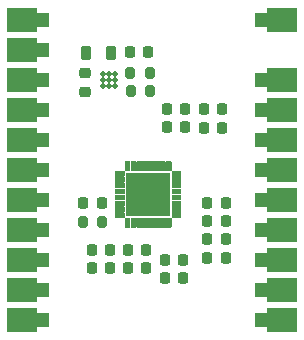
<source format=gbr>
%TF.GenerationSoftware,KiCad,Pcbnew,9.0.1+dfsg-1*%
%TF.CreationDate,2025-05-01T10:53:59+02:00*%
%TF.ProjectId,audio-codec,61756469-6f2d-4636-9f64-65632e6b6963,rev?*%
%TF.SameCoordinates,Original*%
%TF.FileFunction,Soldermask,Top*%
%TF.FilePolarity,Negative*%
%FSLAX46Y46*%
G04 Gerber Fmt 4.6, Leading zero omitted, Abs format (unit mm)*
G04 Created by KiCad (PCBNEW 9.0.1+dfsg-1) date 2025-05-01 10:53:59*
%MOMM*%
%LPD*%
G01*
G04 APERTURE LIST*
G04 Aperture macros list*
%AMRoundRect*
0 Rectangle with rounded corners*
0 $1 Rounding radius*
0 $2 $3 $4 $5 $6 $7 $8 $9 X,Y pos of 4 corners*
0 Add a 4 corners polygon primitive as box body*
4,1,4,$2,$3,$4,$5,$6,$7,$8,$9,$2,$3,0*
0 Add four circle primitives for the rounded corners*
1,1,$1+$1,$2,$3*
1,1,$1+$1,$4,$5*
1,1,$1+$1,$6,$7*
1,1,$1+$1,$8,$9*
0 Add four rect primitives between the rounded corners*
20,1,$1+$1,$2,$3,$4,$5,0*
20,1,$1+$1,$4,$5,$6,$7,0*
20,1,$1+$1,$6,$7,$8,$9,0*
20,1,$1+$1,$8,$9,$2,$3,0*%
G04 Aperture macros list end*
%ADD10C,0.010000*%
%ADD11RoundRect,0.225000X-0.225000X-0.250000X0.225000X-0.250000X0.225000X0.250000X-0.225000X0.250000X0*%
%ADD12RoundRect,0.200000X0.200000X0.275000X-0.200000X0.275000X-0.200000X-0.275000X0.200000X-0.275000X0*%
%ADD13RoundRect,0.225000X0.225000X0.250000X-0.225000X0.250000X-0.225000X-0.250000X0.225000X-0.250000X0*%
%ADD14C,0.464000*%
%ADD15RoundRect,0.225000X0.250000X-0.225000X0.250000X0.225000X-0.250000X0.225000X-0.250000X-0.225000X0*%
%ADD16RoundRect,0.200000X-0.200000X-0.275000X0.200000X-0.275000X0.200000X0.275000X-0.200000X0.275000X0*%
%ADD17RoundRect,0.218750X0.218750X0.381250X-0.218750X0.381250X-0.218750X-0.381250X0.218750X-0.381250X0*%
%ADD18R,2.540000X2.000000*%
%ADD19RoundRect,0.250000X-0.375000X-0.375000X0.375000X-0.375000X0.375000X0.375000X-0.375000X0.375000X0*%
G04 APERTURE END LIST*
D10*
%TO.C,U1*%
X85905000Y-67170000D02*
X82315000Y-67170000D01*
X82315000Y-63580000D01*
X85905000Y-63580000D01*
X85905000Y-67170000D01*
G36*
X85905000Y-67170000D02*
G01*
X82315000Y-67170000D01*
X82315000Y-63580000D01*
X85905000Y-63580000D01*
X85905000Y-67170000D01*
G37*
X82038000Y-63431000D02*
X82040000Y-63431000D01*
X82043000Y-63432000D01*
X82045000Y-63432000D01*
X82048000Y-63433000D01*
X82050000Y-63434000D01*
X82053000Y-63435000D01*
X82055000Y-63437000D01*
X82057000Y-63438000D01*
X82059000Y-63440000D01*
X82061000Y-63441000D01*
X82063000Y-63443000D01*
X82065000Y-63445000D01*
X82067000Y-63447000D01*
X82069000Y-63449000D01*
X82070000Y-63451000D01*
X82072000Y-63453000D01*
X82073000Y-63455000D01*
X82075000Y-63457000D01*
X82076000Y-63460000D01*
X82077000Y-63462000D01*
X82078000Y-63465000D01*
X82078000Y-63467000D01*
X82079000Y-63470000D01*
X82079000Y-63472000D01*
X82080000Y-63475000D01*
X82080000Y-63477000D01*
X82080000Y-63480000D01*
X82080000Y-63770000D01*
X82080000Y-63773000D01*
X82080000Y-63775000D01*
X82079000Y-63778000D01*
X82079000Y-63780000D01*
X82078000Y-63783000D01*
X82078000Y-63785000D01*
X82077000Y-63788000D01*
X82076000Y-63790000D01*
X82075000Y-63793000D01*
X82073000Y-63795000D01*
X82072000Y-63797000D01*
X82070000Y-63799000D01*
X82069000Y-63801000D01*
X82067000Y-63803000D01*
X82065000Y-63805000D01*
X82063000Y-63807000D01*
X82061000Y-63809000D01*
X82059000Y-63810000D01*
X82057000Y-63812000D01*
X82055000Y-63813000D01*
X82053000Y-63815000D01*
X82050000Y-63816000D01*
X82048000Y-63817000D01*
X82045000Y-63818000D01*
X82043000Y-63818000D01*
X82040000Y-63819000D01*
X82038000Y-63819000D01*
X82035000Y-63820000D01*
X82033000Y-63820000D01*
X82030000Y-63820000D01*
X81390000Y-63820000D01*
X81387000Y-63820000D01*
X81385000Y-63820000D01*
X81382000Y-63819000D01*
X81380000Y-63819000D01*
X81377000Y-63818000D01*
X81375000Y-63818000D01*
X81372000Y-63817000D01*
X81370000Y-63816000D01*
X81367000Y-63815000D01*
X81365000Y-63813000D01*
X81363000Y-63812000D01*
X81361000Y-63810000D01*
X81359000Y-63809000D01*
X81357000Y-63807000D01*
X81355000Y-63805000D01*
X81353000Y-63803000D01*
X81351000Y-63801000D01*
X81350000Y-63799000D01*
X81348000Y-63797000D01*
X81347000Y-63795000D01*
X81345000Y-63793000D01*
X81344000Y-63790000D01*
X81343000Y-63788000D01*
X81342000Y-63785000D01*
X81342000Y-63783000D01*
X81341000Y-63780000D01*
X81341000Y-63778000D01*
X81340000Y-63775000D01*
X81340000Y-63773000D01*
X81340000Y-63770000D01*
X81340000Y-63480000D01*
X81340000Y-63477000D01*
X81340000Y-63475000D01*
X81341000Y-63472000D01*
X81341000Y-63470000D01*
X81342000Y-63467000D01*
X81342000Y-63465000D01*
X81343000Y-63462000D01*
X81344000Y-63460000D01*
X81345000Y-63457000D01*
X81347000Y-63455000D01*
X81348000Y-63453000D01*
X81350000Y-63451000D01*
X81351000Y-63449000D01*
X81353000Y-63447000D01*
X81355000Y-63445000D01*
X81357000Y-63443000D01*
X81359000Y-63441000D01*
X81361000Y-63440000D01*
X81363000Y-63438000D01*
X81365000Y-63437000D01*
X81367000Y-63435000D01*
X81370000Y-63434000D01*
X81372000Y-63433000D01*
X81375000Y-63432000D01*
X81377000Y-63432000D01*
X81380000Y-63431000D01*
X81382000Y-63431000D01*
X81385000Y-63430000D01*
X81387000Y-63430000D01*
X81390000Y-63430000D01*
X82030000Y-63430000D01*
X82033000Y-63430000D01*
X82035000Y-63430000D01*
X82038000Y-63431000D01*
G36*
X82038000Y-63431000D02*
G01*
X82040000Y-63431000D01*
X82043000Y-63432000D01*
X82045000Y-63432000D01*
X82048000Y-63433000D01*
X82050000Y-63434000D01*
X82053000Y-63435000D01*
X82055000Y-63437000D01*
X82057000Y-63438000D01*
X82059000Y-63440000D01*
X82061000Y-63441000D01*
X82063000Y-63443000D01*
X82065000Y-63445000D01*
X82067000Y-63447000D01*
X82069000Y-63449000D01*
X82070000Y-63451000D01*
X82072000Y-63453000D01*
X82073000Y-63455000D01*
X82075000Y-63457000D01*
X82076000Y-63460000D01*
X82077000Y-63462000D01*
X82078000Y-63465000D01*
X82078000Y-63467000D01*
X82079000Y-63470000D01*
X82079000Y-63472000D01*
X82080000Y-63475000D01*
X82080000Y-63477000D01*
X82080000Y-63480000D01*
X82080000Y-63770000D01*
X82080000Y-63773000D01*
X82080000Y-63775000D01*
X82079000Y-63778000D01*
X82079000Y-63780000D01*
X82078000Y-63783000D01*
X82078000Y-63785000D01*
X82077000Y-63788000D01*
X82076000Y-63790000D01*
X82075000Y-63793000D01*
X82073000Y-63795000D01*
X82072000Y-63797000D01*
X82070000Y-63799000D01*
X82069000Y-63801000D01*
X82067000Y-63803000D01*
X82065000Y-63805000D01*
X82063000Y-63807000D01*
X82061000Y-63809000D01*
X82059000Y-63810000D01*
X82057000Y-63812000D01*
X82055000Y-63813000D01*
X82053000Y-63815000D01*
X82050000Y-63816000D01*
X82048000Y-63817000D01*
X82045000Y-63818000D01*
X82043000Y-63818000D01*
X82040000Y-63819000D01*
X82038000Y-63819000D01*
X82035000Y-63820000D01*
X82033000Y-63820000D01*
X82030000Y-63820000D01*
X81390000Y-63820000D01*
X81387000Y-63820000D01*
X81385000Y-63820000D01*
X81382000Y-63819000D01*
X81380000Y-63819000D01*
X81377000Y-63818000D01*
X81375000Y-63818000D01*
X81372000Y-63817000D01*
X81370000Y-63816000D01*
X81367000Y-63815000D01*
X81365000Y-63813000D01*
X81363000Y-63812000D01*
X81361000Y-63810000D01*
X81359000Y-63809000D01*
X81357000Y-63807000D01*
X81355000Y-63805000D01*
X81353000Y-63803000D01*
X81351000Y-63801000D01*
X81350000Y-63799000D01*
X81348000Y-63797000D01*
X81347000Y-63795000D01*
X81345000Y-63793000D01*
X81344000Y-63790000D01*
X81343000Y-63788000D01*
X81342000Y-63785000D01*
X81342000Y-63783000D01*
X81341000Y-63780000D01*
X81341000Y-63778000D01*
X81340000Y-63775000D01*
X81340000Y-63773000D01*
X81340000Y-63770000D01*
X81340000Y-63480000D01*
X81340000Y-63477000D01*
X81340000Y-63475000D01*
X81341000Y-63472000D01*
X81341000Y-63470000D01*
X81342000Y-63467000D01*
X81342000Y-63465000D01*
X81343000Y-63462000D01*
X81344000Y-63460000D01*
X81345000Y-63457000D01*
X81347000Y-63455000D01*
X81348000Y-63453000D01*
X81350000Y-63451000D01*
X81351000Y-63449000D01*
X81353000Y-63447000D01*
X81355000Y-63445000D01*
X81357000Y-63443000D01*
X81359000Y-63441000D01*
X81361000Y-63440000D01*
X81363000Y-63438000D01*
X81365000Y-63437000D01*
X81367000Y-63435000D01*
X81370000Y-63434000D01*
X81372000Y-63433000D01*
X81375000Y-63432000D01*
X81377000Y-63432000D01*
X81380000Y-63431000D01*
X81382000Y-63431000D01*
X81385000Y-63430000D01*
X81387000Y-63430000D01*
X81390000Y-63430000D01*
X82030000Y-63430000D01*
X82033000Y-63430000D01*
X82035000Y-63430000D01*
X82038000Y-63431000D01*
G37*
X82038000Y-63931000D02*
X82040000Y-63931000D01*
X82043000Y-63932000D01*
X82045000Y-63932000D01*
X82048000Y-63933000D01*
X82050000Y-63934000D01*
X82053000Y-63935000D01*
X82055000Y-63937000D01*
X82057000Y-63938000D01*
X82059000Y-63940000D01*
X82061000Y-63941000D01*
X82063000Y-63943000D01*
X82065000Y-63945000D01*
X82067000Y-63947000D01*
X82069000Y-63949000D01*
X82070000Y-63951000D01*
X82072000Y-63953000D01*
X82073000Y-63955000D01*
X82075000Y-63957000D01*
X82076000Y-63960000D01*
X82077000Y-63962000D01*
X82078000Y-63965000D01*
X82078000Y-63967000D01*
X82079000Y-63970000D01*
X82079000Y-63972000D01*
X82080000Y-63975000D01*
X82080000Y-63977000D01*
X82080000Y-63980000D01*
X82080000Y-64270000D01*
X82080000Y-64273000D01*
X82080000Y-64275000D01*
X82079000Y-64278000D01*
X82079000Y-64280000D01*
X82078000Y-64283000D01*
X82078000Y-64285000D01*
X82077000Y-64288000D01*
X82076000Y-64290000D01*
X82075000Y-64293000D01*
X82073000Y-64295000D01*
X82072000Y-64297000D01*
X82070000Y-64299000D01*
X82069000Y-64301000D01*
X82067000Y-64303000D01*
X82065000Y-64305000D01*
X82063000Y-64307000D01*
X82061000Y-64309000D01*
X82059000Y-64310000D01*
X82057000Y-64312000D01*
X82055000Y-64313000D01*
X82053000Y-64315000D01*
X82050000Y-64316000D01*
X82048000Y-64317000D01*
X82045000Y-64318000D01*
X82043000Y-64318000D01*
X82040000Y-64319000D01*
X82038000Y-64319000D01*
X82035000Y-64320000D01*
X82033000Y-64320000D01*
X82030000Y-64320000D01*
X81390000Y-64320000D01*
X81387000Y-64320000D01*
X81385000Y-64320000D01*
X81382000Y-64319000D01*
X81380000Y-64319000D01*
X81377000Y-64318000D01*
X81375000Y-64318000D01*
X81372000Y-64317000D01*
X81370000Y-64316000D01*
X81367000Y-64315000D01*
X81365000Y-64313000D01*
X81363000Y-64312000D01*
X81361000Y-64310000D01*
X81359000Y-64309000D01*
X81357000Y-64307000D01*
X81355000Y-64305000D01*
X81353000Y-64303000D01*
X81351000Y-64301000D01*
X81350000Y-64299000D01*
X81348000Y-64297000D01*
X81347000Y-64295000D01*
X81345000Y-64293000D01*
X81344000Y-64290000D01*
X81343000Y-64288000D01*
X81342000Y-64285000D01*
X81342000Y-64283000D01*
X81341000Y-64280000D01*
X81341000Y-64278000D01*
X81340000Y-64275000D01*
X81340000Y-64273000D01*
X81340000Y-64270000D01*
X81340000Y-63980000D01*
X81340000Y-63977000D01*
X81340000Y-63975000D01*
X81341000Y-63972000D01*
X81341000Y-63970000D01*
X81342000Y-63967000D01*
X81342000Y-63965000D01*
X81343000Y-63962000D01*
X81344000Y-63960000D01*
X81345000Y-63957000D01*
X81347000Y-63955000D01*
X81348000Y-63953000D01*
X81350000Y-63951000D01*
X81351000Y-63949000D01*
X81353000Y-63947000D01*
X81355000Y-63945000D01*
X81357000Y-63943000D01*
X81359000Y-63941000D01*
X81361000Y-63940000D01*
X81363000Y-63938000D01*
X81365000Y-63937000D01*
X81367000Y-63935000D01*
X81370000Y-63934000D01*
X81372000Y-63933000D01*
X81375000Y-63932000D01*
X81377000Y-63932000D01*
X81380000Y-63931000D01*
X81382000Y-63931000D01*
X81385000Y-63930000D01*
X81387000Y-63930000D01*
X81390000Y-63930000D01*
X82030000Y-63930000D01*
X82033000Y-63930000D01*
X82035000Y-63930000D01*
X82038000Y-63931000D01*
G36*
X82038000Y-63931000D02*
G01*
X82040000Y-63931000D01*
X82043000Y-63932000D01*
X82045000Y-63932000D01*
X82048000Y-63933000D01*
X82050000Y-63934000D01*
X82053000Y-63935000D01*
X82055000Y-63937000D01*
X82057000Y-63938000D01*
X82059000Y-63940000D01*
X82061000Y-63941000D01*
X82063000Y-63943000D01*
X82065000Y-63945000D01*
X82067000Y-63947000D01*
X82069000Y-63949000D01*
X82070000Y-63951000D01*
X82072000Y-63953000D01*
X82073000Y-63955000D01*
X82075000Y-63957000D01*
X82076000Y-63960000D01*
X82077000Y-63962000D01*
X82078000Y-63965000D01*
X82078000Y-63967000D01*
X82079000Y-63970000D01*
X82079000Y-63972000D01*
X82080000Y-63975000D01*
X82080000Y-63977000D01*
X82080000Y-63980000D01*
X82080000Y-64270000D01*
X82080000Y-64273000D01*
X82080000Y-64275000D01*
X82079000Y-64278000D01*
X82079000Y-64280000D01*
X82078000Y-64283000D01*
X82078000Y-64285000D01*
X82077000Y-64288000D01*
X82076000Y-64290000D01*
X82075000Y-64293000D01*
X82073000Y-64295000D01*
X82072000Y-64297000D01*
X82070000Y-64299000D01*
X82069000Y-64301000D01*
X82067000Y-64303000D01*
X82065000Y-64305000D01*
X82063000Y-64307000D01*
X82061000Y-64309000D01*
X82059000Y-64310000D01*
X82057000Y-64312000D01*
X82055000Y-64313000D01*
X82053000Y-64315000D01*
X82050000Y-64316000D01*
X82048000Y-64317000D01*
X82045000Y-64318000D01*
X82043000Y-64318000D01*
X82040000Y-64319000D01*
X82038000Y-64319000D01*
X82035000Y-64320000D01*
X82033000Y-64320000D01*
X82030000Y-64320000D01*
X81390000Y-64320000D01*
X81387000Y-64320000D01*
X81385000Y-64320000D01*
X81382000Y-64319000D01*
X81380000Y-64319000D01*
X81377000Y-64318000D01*
X81375000Y-64318000D01*
X81372000Y-64317000D01*
X81370000Y-64316000D01*
X81367000Y-64315000D01*
X81365000Y-64313000D01*
X81363000Y-64312000D01*
X81361000Y-64310000D01*
X81359000Y-64309000D01*
X81357000Y-64307000D01*
X81355000Y-64305000D01*
X81353000Y-64303000D01*
X81351000Y-64301000D01*
X81350000Y-64299000D01*
X81348000Y-64297000D01*
X81347000Y-64295000D01*
X81345000Y-64293000D01*
X81344000Y-64290000D01*
X81343000Y-64288000D01*
X81342000Y-64285000D01*
X81342000Y-64283000D01*
X81341000Y-64280000D01*
X81341000Y-64278000D01*
X81340000Y-64275000D01*
X81340000Y-64273000D01*
X81340000Y-64270000D01*
X81340000Y-63980000D01*
X81340000Y-63977000D01*
X81340000Y-63975000D01*
X81341000Y-63972000D01*
X81341000Y-63970000D01*
X81342000Y-63967000D01*
X81342000Y-63965000D01*
X81343000Y-63962000D01*
X81344000Y-63960000D01*
X81345000Y-63957000D01*
X81347000Y-63955000D01*
X81348000Y-63953000D01*
X81350000Y-63951000D01*
X81351000Y-63949000D01*
X81353000Y-63947000D01*
X81355000Y-63945000D01*
X81357000Y-63943000D01*
X81359000Y-63941000D01*
X81361000Y-63940000D01*
X81363000Y-63938000D01*
X81365000Y-63937000D01*
X81367000Y-63935000D01*
X81370000Y-63934000D01*
X81372000Y-63933000D01*
X81375000Y-63932000D01*
X81377000Y-63932000D01*
X81380000Y-63931000D01*
X81382000Y-63931000D01*
X81385000Y-63930000D01*
X81387000Y-63930000D01*
X81390000Y-63930000D01*
X82030000Y-63930000D01*
X82033000Y-63930000D01*
X82035000Y-63930000D01*
X82038000Y-63931000D01*
G37*
X82038000Y-64431000D02*
X82040000Y-64431000D01*
X82043000Y-64432000D01*
X82045000Y-64432000D01*
X82048000Y-64433000D01*
X82050000Y-64434000D01*
X82053000Y-64435000D01*
X82055000Y-64437000D01*
X82057000Y-64438000D01*
X82059000Y-64440000D01*
X82061000Y-64441000D01*
X82063000Y-64443000D01*
X82065000Y-64445000D01*
X82067000Y-64447000D01*
X82069000Y-64449000D01*
X82070000Y-64451000D01*
X82072000Y-64453000D01*
X82073000Y-64455000D01*
X82075000Y-64457000D01*
X82076000Y-64460000D01*
X82077000Y-64462000D01*
X82078000Y-64465000D01*
X82078000Y-64467000D01*
X82079000Y-64470000D01*
X82079000Y-64472000D01*
X82080000Y-64475000D01*
X82080000Y-64477000D01*
X82080000Y-64480000D01*
X82080000Y-64770000D01*
X82080000Y-64773000D01*
X82080000Y-64775000D01*
X82079000Y-64778000D01*
X82079000Y-64780000D01*
X82078000Y-64783000D01*
X82078000Y-64785000D01*
X82077000Y-64788000D01*
X82076000Y-64790000D01*
X82075000Y-64793000D01*
X82073000Y-64795000D01*
X82072000Y-64797000D01*
X82070000Y-64799000D01*
X82069000Y-64801000D01*
X82067000Y-64803000D01*
X82065000Y-64805000D01*
X82063000Y-64807000D01*
X82061000Y-64809000D01*
X82059000Y-64810000D01*
X82057000Y-64812000D01*
X82055000Y-64813000D01*
X82053000Y-64815000D01*
X82050000Y-64816000D01*
X82048000Y-64817000D01*
X82045000Y-64818000D01*
X82043000Y-64818000D01*
X82040000Y-64819000D01*
X82038000Y-64819000D01*
X82035000Y-64820000D01*
X82033000Y-64820000D01*
X82030000Y-64820000D01*
X81390000Y-64820000D01*
X81387000Y-64820000D01*
X81385000Y-64820000D01*
X81382000Y-64819000D01*
X81380000Y-64819000D01*
X81377000Y-64818000D01*
X81375000Y-64818000D01*
X81372000Y-64817000D01*
X81370000Y-64816000D01*
X81367000Y-64815000D01*
X81365000Y-64813000D01*
X81363000Y-64812000D01*
X81361000Y-64810000D01*
X81359000Y-64809000D01*
X81357000Y-64807000D01*
X81355000Y-64805000D01*
X81353000Y-64803000D01*
X81351000Y-64801000D01*
X81350000Y-64799000D01*
X81348000Y-64797000D01*
X81347000Y-64795000D01*
X81345000Y-64793000D01*
X81344000Y-64790000D01*
X81343000Y-64788000D01*
X81342000Y-64785000D01*
X81342000Y-64783000D01*
X81341000Y-64780000D01*
X81341000Y-64778000D01*
X81340000Y-64775000D01*
X81340000Y-64773000D01*
X81340000Y-64770000D01*
X81340000Y-64480000D01*
X81340000Y-64477000D01*
X81340000Y-64475000D01*
X81341000Y-64472000D01*
X81341000Y-64470000D01*
X81342000Y-64467000D01*
X81342000Y-64465000D01*
X81343000Y-64462000D01*
X81344000Y-64460000D01*
X81345000Y-64457000D01*
X81347000Y-64455000D01*
X81348000Y-64453000D01*
X81350000Y-64451000D01*
X81351000Y-64449000D01*
X81353000Y-64447000D01*
X81355000Y-64445000D01*
X81357000Y-64443000D01*
X81359000Y-64441000D01*
X81361000Y-64440000D01*
X81363000Y-64438000D01*
X81365000Y-64437000D01*
X81367000Y-64435000D01*
X81370000Y-64434000D01*
X81372000Y-64433000D01*
X81375000Y-64432000D01*
X81377000Y-64432000D01*
X81380000Y-64431000D01*
X81382000Y-64431000D01*
X81385000Y-64430000D01*
X81387000Y-64430000D01*
X81390000Y-64430000D01*
X82030000Y-64430000D01*
X82033000Y-64430000D01*
X82035000Y-64430000D01*
X82038000Y-64431000D01*
G36*
X82038000Y-64431000D02*
G01*
X82040000Y-64431000D01*
X82043000Y-64432000D01*
X82045000Y-64432000D01*
X82048000Y-64433000D01*
X82050000Y-64434000D01*
X82053000Y-64435000D01*
X82055000Y-64437000D01*
X82057000Y-64438000D01*
X82059000Y-64440000D01*
X82061000Y-64441000D01*
X82063000Y-64443000D01*
X82065000Y-64445000D01*
X82067000Y-64447000D01*
X82069000Y-64449000D01*
X82070000Y-64451000D01*
X82072000Y-64453000D01*
X82073000Y-64455000D01*
X82075000Y-64457000D01*
X82076000Y-64460000D01*
X82077000Y-64462000D01*
X82078000Y-64465000D01*
X82078000Y-64467000D01*
X82079000Y-64470000D01*
X82079000Y-64472000D01*
X82080000Y-64475000D01*
X82080000Y-64477000D01*
X82080000Y-64480000D01*
X82080000Y-64770000D01*
X82080000Y-64773000D01*
X82080000Y-64775000D01*
X82079000Y-64778000D01*
X82079000Y-64780000D01*
X82078000Y-64783000D01*
X82078000Y-64785000D01*
X82077000Y-64788000D01*
X82076000Y-64790000D01*
X82075000Y-64793000D01*
X82073000Y-64795000D01*
X82072000Y-64797000D01*
X82070000Y-64799000D01*
X82069000Y-64801000D01*
X82067000Y-64803000D01*
X82065000Y-64805000D01*
X82063000Y-64807000D01*
X82061000Y-64809000D01*
X82059000Y-64810000D01*
X82057000Y-64812000D01*
X82055000Y-64813000D01*
X82053000Y-64815000D01*
X82050000Y-64816000D01*
X82048000Y-64817000D01*
X82045000Y-64818000D01*
X82043000Y-64818000D01*
X82040000Y-64819000D01*
X82038000Y-64819000D01*
X82035000Y-64820000D01*
X82033000Y-64820000D01*
X82030000Y-64820000D01*
X81390000Y-64820000D01*
X81387000Y-64820000D01*
X81385000Y-64820000D01*
X81382000Y-64819000D01*
X81380000Y-64819000D01*
X81377000Y-64818000D01*
X81375000Y-64818000D01*
X81372000Y-64817000D01*
X81370000Y-64816000D01*
X81367000Y-64815000D01*
X81365000Y-64813000D01*
X81363000Y-64812000D01*
X81361000Y-64810000D01*
X81359000Y-64809000D01*
X81357000Y-64807000D01*
X81355000Y-64805000D01*
X81353000Y-64803000D01*
X81351000Y-64801000D01*
X81350000Y-64799000D01*
X81348000Y-64797000D01*
X81347000Y-64795000D01*
X81345000Y-64793000D01*
X81344000Y-64790000D01*
X81343000Y-64788000D01*
X81342000Y-64785000D01*
X81342000Y-64783000D01*
X81341000Y-64780000D01*
X81341000Y-64778000D01*
X81340000Y-64775000D01*
X81340000Y-64773000D01*
X81340000Y-64770000D01*
X81340000Y-64480000D01*
X81340000Y-64477000D01*
X81340000Y-64475000D01*
X81341000Y-64472000D01*
X81341000Y-64470000D01*
X81342000Y-64467000D01*
X81342000Y-64465000D01*
X81343000Y-64462000D01*
X81344000Y-64460000D01*
X81345000Y-64457000D01*
X81347000Y-64455000D01*
X81348000Y-64453000D01*
X81350000Y-64451000D01*
X81351000Y-64449000D01*
X81353000Y-64447000D01*
X81355000Y-64445000D01*
X81357000Y-64443000D01*
X81359000Y-64441000D01*
X81361000Y-64440000D01*
X81363000Y-64438000D01*
X81365000Y-64437000D01*
X81367000Y-64435000D01*
X81370000Y-64434000D01*
X81372000Y-64433000D01*
X81375000Y-64432000D01*
X81377000Y-64432000D01*
X81380000Y-64431000D01*
X81382000Y-64431000D01*
X81385000Y-64430000D01*
X81387000Y-64430000D01*
X81390000Y-64430000D01*
X82030000Y-64430000D01*
X82033000Y-64430000D01*
X82035000Y-64430000D01*
X82038000Y-64431000D01*
G37*
X82038000Y-64931000D02*
X82040000Y-64931000D01*
X82043000Y-64932000D01*
X82045000Y-64932000D01*
X82048000Y-64933000D01*
X82050000Y-64934000D01*
X82053000Y-64935000D01*
X82055000Y-64937000D01*
X82057000Y-64938000D01*
X82059000Y-64940000D01*
X82061000Y-64941000D01*
X82063000Y-64943000D01*
X82065000Y-64945000D01*
X82067000Y-64947000D01*
X82069000Y-64949000D01*
X82070000Y-64951000D01*
X82072000Y-64953000D01*
X82073000Y-64955000D01*
X82075000Y-64957000D01*
X82076000Y-64960000D01*
X82077000Y-64962000D01*
X82078000Y-64965000D01*
X82078000Y-64967000D01*
X82079000Y-64970000D01*
X82079000Y-64972000D01*
X82080000Y-64975000D01*
X82080000Y-64977000D01*
X82080000Y-64980000D01*
X82080000Y-65270000D01*
X82080000Y-65273000D01*
X82080000Y-65275000D01*
X82079000Y-65278000D01*
X82079000Y-65280000D01*
X82078000Y-65283000D01*
X82078000Y-65285000D01*
X82077000Y-65288000D01*
X82076000Y-65290000D01*
X82075000Y-65293000D01*
X82073000Y-65295000D01*
X82072000Y-65297000D01*
X82070000Y-65299000D01*
X82069000Y-65301000D01*
X82067000Y-65303000D01*
X82065000Y-65305000D01*
X82063000Y-65307000D01*
X82061000Y-65309000D01*
X82059000Y-65310000D01*
X82057000Y-65312000D01*
X82055000Y-65313000D01*
X82053000Y-65315000D01*
X82050000Y-65316000D01*
X82048000Y-65317000D01*
X82045000Y-65318000D01*
X82043000Y-65318000D01*
X82040000Y-65319000D01*
X82038000Y-65319000D01*
X82035000Y-65320000D01*
X82033000Y-65320000D01*
X82030000Y-65320000D01*
X81390000Y-65320000D01*
X81387000Y-65320000D01*
X81385000Y-65320000D01*
X81382000Y-65319000D01*
X81380000Y-65319000D01*
X81377000Y-65318000D01*
X81375000Y-65318000D01*
X81372000Y-65317000D01*
X81370000Y-65316000D01*
X81367000Y-65315000D01*
X81365000Y-65313000D01*
X81363000Y-65312000D01*
X81361000Y-65310000D01*
X81359000Y-65309000D01*
X81357000Y-65307000D01*
X81355000Y-65305000D01*
X81353000Y-65303000D01*
X81351000Y-65301000D01*
X81350000Y-65299000D01*
X81348000Y-65297000D01*
X81347000Y-65295000D01*
X81345000Y-65293000D01*
X81344000Y-65290000D01*
X81343000Y-65288000D01*
X81342000Y-65285000D01*
X81342000Y-65283000D01*
X81341000Y-65280000D01*
X81341000Y-65278000D01*
X81340000Y-65275000D01*
X81340000Y-65273000D01*
X81340000Y-65270000D01*
X81340000Y-64980000D01*
X81340000Y-64977000D01*
X81340000Y-64975000D01*
X81341000Y-64972000D01*
X81341000Y-64970000D01*
X81342000Y-64967000D01*
X81342000Y-64965000D01*
X81343000Y-64962000D01*
X81344000Y-64960000D01*
X81345000Y-64957000D01*
X81347000Y-64955000D01*
X81348000Y-64953000D01*
X81350000Y-64951000D01*
X81351000Y-64949000D01*
X81353000Y-64947000D01*
X81355000Y-64945000D01*
X81357000Y-64943000D01*
X81359000Y-64941000D01*
X81361000Y-64940000D01*
X81363000Y-64938000D01*
X81365000Y-64937000D01*
X81367000Y-64935000D01*
X81370000Y-64934000D01*
X81372000Y-64933000D01*
X81375000Y-64932000D01*
X81377000Y-64932000D01*
X81380000Y-64931000D01*
X81382000Y-64931000D01*
X81385000Y-64930000D01*
X81387000Y-64930000D01*
X81390000Y-64930000D01*
X82030000Y-64930000D01*
X82033000Y-64930000D01*
X82035000Y-64930000D01*
X82038000Y-64931000D01*
G36*
X82038000Y-64931000D02*
G01*
X82040000Y-64931000D01*
X82043000Y-64932000D01*
X82045000Y-64932000D01*
X82048000Y-64933000D01*
X82050000Y-64934000D01*
X82053000Y-64935000D01*
X82055000Y-64937000D01*
X82057000Y-64938000D01*
X82059000Y-64940000D01*
X82061000Y-64941000D01*
X82063000Y-64943000D01*
X82065000Y-64945000D01*
X82067000Y-64947000D01*
X82069000Y-64949000D01*
X82070000Y-64951000D01*
X82072000Y-64953000D01*
X82073000Y-64955000D01*
X82075000Y-64957000D01*
X82076000Y-64960000D01*
X82077000Y-64962000D01*
X82078000Y-64965000D01*
X82078000Y-64967000D01*
X82079000Y-64970000D01*
X82079000Y-64972000D01*
X82080000Y-64975000D01*
X82080000Y-64977000D01*
X82080000Y-64980000D01*
X82080000Y-65270000D01*
X82080000Y-65273000D01*
X82080000Y-65275000D01*
X82079000Y-65278000D01*
X82079000Y-65280000D01*
X82078000Y-65283000D01*
X82078000Y-65285000D01*
X82077000Y-65288000D01*
X82076000Y-65290000D01*
X82075000Y-65293000D01*
X82073000Y-65295000D01*
X82072000Y-65297000D01*
X82070000Y-65299000D01*
X82069000Y-65301000D01*
X82067000Y-65303000D01*
X82065000Y-65305000D01*
X82063000Y-65307000D01*
X82061000Y-65309000D01*
X82059000Y-65310000D01*
X82057000Y-65312000D01*
X82055000Y-65313000D01*
X82053000Y-65315000D01*
X82050000Y-65316000D01*
X82048000Y-65317000D01*
X82045000Y-65318000D01*
X82043000Y-65318000D01*
X82040000Y-65319000D01*
X82038000Y-65319000D01*
X82035000Y-65320000D01*
X82033000Y-65320000D01*
X82030000Y-65320000D01*
X81390000Y-65320000D01*
X81387000Y-65320000D01*
X81385000Y-65320000D01*
X81382000Y-65319000D01*
X81380000Y-65319000D01*
X81377000Y-65318000D01*
X81375000Y-65318000D01*
X81372000Y-65317000D01*
X81370000Y-65316000D01*
X81367000Y-65315000D01*
X81365000Y-65313000D01*
X81363000Y-65312000D01*
X81361000Y-65310000D01*
X81359000Y-65309000D01*
X81357000Y-65307000D01*
X81355000Y-65305000D01*
X81353000Y-65303000D01*
X81351000Y-65301000D01*
X81350000Y-65299000D01*
X81348000Y-65297000D01*
X81347000Y-65295000D01*
X81345000Y-65293000D01*
X81344000Y-65290000D01*
X81343000Y-65288000D01*
X81342000Y-65285000D01*
X81342000Y-65283000D01*
X81341000Y-65280000D01*
X81341000Y-65278000D01*
X81340000Y-65275000D01*
X81340000Y-65273000D01*
X81340000Y-65270000D01*
X81340000Y-64980000D01*
X81340000Y-64977000D01*
X81340000Y-64975000D01*
X81341000Y-64972000D01*
X81341000Y-64970000D01*
X81342000Y-64967000D01*
X81342000Y-64965000D01*
X81343000Y-64962000D01*
X81344000Y-64960000D01*
X81345000Y-64957000D01*
X81347000Y-64955000D01*
X81348000Y-64953000D01*
X81350000Y-64951000D01*
X81351000Y-64949000D01*
X81353000Y-64947000D01*
X81355000Y-64945000D01*
X81357000Y-64943000D01*
X81359000Y-64941000D01*
X81361000Y-64940000D01*
X81363000Y-64938000D01*
X81365000Y-64937000D01*
X81367000Y-64935000D01*
X81370000Y-64934000D01*
X81372000Y-64933000D01*
X81375000Y-64932000D01*
X81377000Y-64932000D01*
X81380000Y-64931000D01*
X81382000Y-64931000D01*
X81385000Y-64930000D01*
X81387000Y-64930000D01*
X81390000Y-64930000D01*
X82030000Y-64930000D01*
X82033000Y-64930000D01*
X82035000Y-64930000D01*
X82038000Y-64931000D01*
G37*
X82038000Y-65431000D02*
X82040000Y-65431000D01*
X82043000Y-65432000D01*
X82045000Y-65432000D01*
X82048000Y-65433000D01*
X82050000Y-65434000D01*
X82053000Y-65435000D01*
X82055000Y-65437000D01*
X82057000Y-65438000D01*
X82059000Y-65440000D01*
X82061000Y-65441000D01*
X82063000Y-65443000D01*
X82065000Y-65445000D01*
X82067000Y-65447000D01*
X82069000Y-65449000D01*
X82070000Y-65451000D01*
X82072000Y-65453000D01*
X82073000Y-65455000D01*
X82075000Y-65457000D01*
X82076000Y-65460000D01*
X82077000Y-65462000D01*
X82078000Y-65465000D01*
X82078000Y-65467000D01*
X82079000Y-65470000D01*
X82079000Y-65472000D01*
X82080000Y-65475000D01*
X82080000Y-65477000D01*
X82080000Y-65480000D01*
X82080000Y-65770000D01*
X82080000Y-65773000D01*
X82080000Y-65775000D01*
X82079000Y-65778000D01*
X82079000Y-65780000D01*
X82078000Y-65783000D01*
X82078000Y-65785000D01*
X82077000Y-65788000D01*
X82076000Y-65790000D01*
X82075000Y-65793000D01*
X82073000Y-65795000D01*
X82072000Y-65797000D01*
X82070000Y-65799000D01*
X82069000Y-65801000D01*
X82067000Y-65803000D01*
X82065000Y-65805000D01*
X82063000Y-65807000D01*
X82061000Y-65809000D01*
X82059000Y-65810000D01*
X82057000Y-65812000D01*
X82055000Y-65813000D01*
X82053000Y-65815000D01*
X82050000Y-65816000D01*
X82048000Y-65817000D01*
X82045000Y-65818000D01*
X82043000Y-65818000D01*
X82040000Y-65819000D01*
X82038000Y-65819000D01*
X82035000Y-65820000D01*
X82033000Y-65820000D01*
X82030000Y-65820000D01*
X81390000Y-65820000D01*
X81387000Y-65820000D01*
X81385000Y-65820000D01*
X81382000Y-65819000D01*
X81380000Y-65819000D01*
X81377000Y-65818000D01*
X81375000Y-65818000D01*
X81372000Y-65817000D01*
X81370000Y-65816000D01*
X81367000Y-65815000D01*
X81365000Y-65813000D01*
X81363000Y-65812000D01*
X81361000Y-65810000D01*
X81359000Y-65809000D01*
X81357000Y-65807000D01*
X81355000Y-65805000D01*
X81353000Y-65803000D01*
X81351000Y-65801000D01*
X81350000Y-65799000D01*
X81348000Y-65797000D01*
X81347000Y-65795000D01*
X81345000Y-65793000D01*
X81344000Y-65790000D01*
X81343000Y-65788000D01*
X81342000Y-65785000D01*
X81342000Y-65783000D01*
X81341000Y-65780000D01*
X81341000Y-65778000D01*
X81340000Y-65775000D01*
X81340000Y-65773000D01*
X81340000Y-65770000D01*
X81340000Y-65480000D01*
X81340000Y-65477000D01*
X81340000Y-65475000D01*
X81341000Y-65472000D01*
X81341000Y-65470000D01*
X81342000Y-65467000D01*
X81342000Y-65465000D01*
X81343000Y-65462000D01*
X81344000Y-65460000D01*
X81345000Y-65457000D01*
X81347000Y-65455000D01*
X81348000Y-65453000D01*
X81350000Y-65451000D01*
X81351000Y-65449000D01*
X81353000Y-65447000D01*
X81355000Y-65445000D01*
X81357000Y-65443000D01*
X81359000Y-65441000D01*
X81361000Y-65440000D01*
X81363000Y-65438000D01*
X81365000Y-65437000D01*
X81367000Y-65435000D01*
X81370000Y-65434000D01*
X81372000Y-65433000D01*
X81375000Y-65432000D01*
X81377000Y-65432000D01*
X81380000Y-65431000D01*
X81382000Y-65431000D01*
X81385000Y-65430000D01*
X81387000Y-65430000D01*
X81390000Y-65430000D01*
X82030000Y-65430000D01*
X82033000Y-65430000D01*
X82035000Y-65430000D01*
X82038000Y-65431000D01*
G36*
X82038000Y-65431000D02*
G01*
X82040000Y-65431000D01*
X82043000Y-65432000D01*
X82045000Y-65432000D01*
X82048000Y-65433000D01*
X82050000Y-65434000D01*
X82053000Y-65435000D01*
X82055000Y-65437000D01*
X82057000Y-65438000D01*
X82059000Y-65440000D01*
X82061000Y-65441000D01*
X82063000Y-65443000D01*
X82065000Y-65445000D01*
X82067000Y-65447000D01*
X82069000Y-65449000D01*
X82070000Y-65451000D01*
X82072000Y-65453000D01*
X82073000Y-65455000D01*
X82075000Y-65457000D01*
X82076000Y-65460000D01*
X82077000Y-65462000D01*
X82078000Y-65465000D01*
X82078000Y-65467000D01*
X82079000Y-65470000D01*
X82079000Y-65472000D01*
X82080000Y-65475000D01*
X82080000Y-65477000D01*
X82080000Y-65480000D01*
X82080000Y-65770000D01*
X82080000Y-65773000D01*
X82080000Y-65775000D01*
X82079000Y-65778000D01*
X82079000Y-65780000D01*
X82078000Y-65783000D01*
X82078000Y-65785000D01*
X82077000Y-65788000D01*
X82076000Y-65790000D01*
X82075000Y-65793000D01*
X82073000Y-65795000D01*
X82072000Y-65797000D01*
X82070000Y-65799000D01*
X82069000Y-65801000D01*
X82067000Y-65803000D01*
X82065000Y-65805000D01*
X82063000Y-65807000D01*
X82061000Y-65809000D01*
X82059000Y-65810000D01*
X82057000Y-65812000D01*
X82055000Y-65813000D01*
X82053000Y-65815000D01*
X82050000Y-65816000D01*
X82048000Y-65817000D01*
X82045000Y-65818000D01*
X82043000Y-65818000D01*
X82040000Y-65819000D01*
X82038000Y-65819000D01*
X82035000Y-65820000D01*
X82033000Y-65820000D01*
X82030000Y-65820000D01*
X81390000Y-65820000D01*
X81387000Y-65820000D01*
X81385000Y-65820000D01*
X81382000Y-65819000D01*
X81380000Y-65819000D01*
X81377000Y-65818000D01*
X81375000Y-65818000D01*
X81372000Y-65817000D01*
X81370000Y-65816000D01*
X81367000Y-65815000D01*
X81365000Y-65813000D01*
X81363000Y-65812000D01*
X81361000Y-65810000D01*
X81359000Y-65809000D01*
X81357000Y-65807000D01*
X81355000Y-65805000D01*
X81353000Y-65803000D01*
X81351000Y-65801000D01*
X81350000Y-65799000D01*
X81348000Y-65797000D01*
X81347000Y-65795000D01*
X81345000Y-65793000D01*
X81344000Y-65790000D01*
X81343000Y-65788000D01*
X81342000Y-65785000D01*
X81342000Y-65783000D01*
X81341000Y-65780000D01*
X81341000Y-65778000D01*
X81340000Y-65775000D01*
X81340000Y-65773000D01*
X81340000Y-65770000D01*
X81340000Y-65480000D01*
X81340000Y-65477000D01*
X81340000Y-65475000D01*
X81341000Y-65472000D01*
X81341000Y-65470000D01*
X81342000Y-65467000D01*
X81342000Y-65465000D01*
X81343000Y-65462000D01*
X81344000Y-65460000D01*
X81345000Y-65457000D01*
X81347000Y-65455000D01*
X81348000Y-65453000D01*
X81350000Y-65451000D01*
X81351000Y-65449000D01*
X81353000Y-65447000D01*
X81355000Y-65445000D01*
X81357000Y-65443000D01*
X81359000Y-65441000D01*
X81361000Y-65440000D01*
X81363000Y-65438000D01*
X81365000Y-65437000D01*
X81367000Y-65435000D01*
X81370000Y-65434000D01*
X81372000Y-65433000D01*
X81375000Y-65432000D01*
X81377000Y-65432000D01*
X81380000Y-65431000D01*
X81382000Y-65431000D01*
X81385000Y-65430000D01*
X81387000Y-65430000D01*
X81390000Y-65430000D01*
X82030000Y-65430000D01*
X82033000Y-65430000D01*
X82035000Y-65430000D01*
X82038000Y-65431000D01*
G37*
X82038000Y-65931000D02*
X82040000Y-65931000D01*
X82043000Y-65932000D01*
X82045000Y-65932000D01*
X82048000Y-65933000D01*
X82050000Y-65934000D01*
X82053000Y-65935000D01*
X82055000Y-65937000D01*
X82057000Y-65938000D01*
X82059000Y-65940000D01*
X82061000Y-65941000D01*
X82063000Y-65943000D01*
X82065000Y-65945000D01*
X82067000Y-65947000D01*
X82069000Y-65949000D01*
X82070000Y-65951000D01*
X82072000Y-65953000D01*
X82073000Y-65955000D01*
X82075000Y-65957000D01*
X82076000Y-65960000D01*
X82077000Y-65962000D01*
X82078000Y-65965000D01*
X82078000Y-65967000D01*
X82079000Y-65970000D01*
X82079000Y-65972000D01*
X82080000Y-65975000D01*
X82080000Y-65977000D01*
X82080000Y-65980000D01*
X82080000Y-66270000D01*
X82080000Y-66273000D01*
X82080000Y-66275000D01*
X82079000Y-66278000D01*
X82079000Y-66280000D01*
X82078000Y-66283000D01*
X82078000Y-66285000D01*
X82077000Y-66288000D01*
X82076000Y-66290000D01*
X82075000Y-66293000D01*
X82073000Y-66295000D01*
X82072000Y-66297000D01*
X82070000Y-66299000D01*
X82069000Y-66301000D01*
X82067000Y-66303000D01*
X82065000Y-66305000D01*
X82063000Y-66307000D01*
X82061000Y-66309000D01*
X82059000Y-66310000D01*
X82057000Y-66312000D01*
X82055000Y-66313000D01*
X82053000Y-66315000D01*
X82050000Y-66316000D01*
X82048000Y-66317000D01*
X82045000Y-66318000D01*
X82043000Y-66318000D01*
X82040000Y-66319000D01*
X82038000Y-66319000D01*
X82035000Y-66320000D01*
X82033000Y-66320000D01*
X82030000Y-66320000D01*
X81390000Y-66320000D01*
X81387000Y-66320000D01*
X81385000Y-66320000D01*
X81382000Y-66319000D01*
X81380000Y-66319000D01*
X81377000Y-66318000D01*
X81375000Y-66318000D01*
X81372000Y-66317000D01*
X81370000Y-66316000D01*
X81367000Y-66315000D01*
X81365000Y-66313000D01*
X81363000Y-66312000D01*
X81361000Y-66310000D01*
X81359000Y-66309000D01*
X81357000Y-66307000D01*
X81355000Y-66305000D01*
X81353000Y-66303000D01*
X81351000Y-66301000D01*
X81350000Y-66299000D01*
X81348000Y-66297000D01*
X81347000Y-66295000D01*
X81345000Y-66293000D01*
X81344000Y-66290000D01*
X81343000Y-66288000D01*
X81342000Y-66285000D01*
X81342000Y-66283000D01*
X81341000Y-66280000D01*
X81341000Y-66278000D01*
X81340000Y-66275000D01*
X81340000Y-66273000D01*
X81340000Y-66270000D01*
X81340000Y-65980000D01*
X81340000Y-65977000D01*
X81340000Y-65975000D01*
X81341000Y-65972000D01*
X81341000Y-65970000D01*
X81342000Y-65967000D01*
X81342000Y-65965000D01*
X81343000Y-65962000D01*
X81344000Y-65960000D01*
X81345000Y-65957000D01*
X81347000Y-65955000D01*
X81348000Y-65953000D01*
X81350000Y-65951000D01*
X81351000Y-65949000D01*
X81353000Y-65947000D01*
X81355000Y-65945000D01*
X81357000Y-65943000D01*
X81359000Y-65941000D01*
X81361000Y-65940000D01*
X81363000Y-65938000D01*
X81365000Y-65937000D01*
X81367000Y-65935000D01*
X81370000Y-65934000D01*
X81372000Y-65933000D01*
X81375000Y-65932000D01*
X81377000Y-65932000D01*
X81380000Y-65931000D01*
X81382000Y-65931000D01*
X81385000Y-65930000D01*
X81387000Y-65930000D01*
X81390000Y-65930000D01*
X82030000Y-65930000D01*
X82033000Y-65930000D01*
X82035000Y-65930000D01*
X82038000Y-65931000D01*
G36*
X82038000Y-65931000D02*
G01*
X82040000Y-65931000D01*
X82043000Y-65932000D01*
X82045000Y-65932000D01*
X82048000Y-65933000D01*
X82050000Y-65934000D01*
X82053000Y-65935000D01*
X82055000Y-65937000D01*
X82057000Y-65938000D01*
X82059000Y-65940000D01*
X82061000Y-65941000D01*
X82063000Y-65943000D01*
X82065000Y-65945000D01*
X82067000Y-65947000D01*
X82069000Y-65949000D01*
X82070000Y-65951000D01*
X82072000Y-65953000D01*
X82073000Y-65955000D01*
X82075000Y-65957000D01*
X82076000Y-65960000D01*
X82077000Y-65962000D01*
X82078000Y-65965000D01*
X82078000Y-65967000D01*
X82079000Y-65970000D01*
X82079000Y-65972000D01*
X82080000Y-65975000D01*
X82080000Y-65977000D01*
X82080000Y-65980000D01*
X82080000Y-66270000D01*
X82080000Y-66273000D01*
X82080000Y-66275000D01*
X82079000Y-66278000D01*
X82079000Y-66280000D01*
X82078000Y-66283000D01*
X82078000Y-66285000D01*
X82077000Y-66288000D01*
X82076000Y-66290000D01*
X82075000Y-66293000D01*
X82073000Y-66295000D01*
X82072000Y-66297000D01*
X82070000Y-66299000D01*
X82069000Y-66301000D01*
X82067000Y-66303000D01*
X82065000Y-66305000D01*
X82063000Y-66307000D01*
X82061000Y-66309000D01*
X82059000Y-66310000D01*
X82057000Y-66312000D01*
X82055000Y-66313000D01*
X82053000Y-66315000D01*
X82050000Y-66316000D01*
X82048000Y-66317000D01*
X82045000Y-66318000D01*
X82043000Y-66318000D01*
X82040000Y-66319000D01*
X82038000Y-66319000D01*
X82035000Y-66320000D01*
X82033000Y-66320000D01*
X82030000Y-66320000D01*
X81390000Y-66320000D01*
X81387000Y-66320000D01*
X81385000Y-66320000D01*
X81382000Y-66319000D01*
X81380000Y-66319000D01*
X81377000Y-66318000D01*
X81375000Y-66318000D01*
X81372000Y-66317000D01*
X81370000Y-66316000D01*
X81367000Y-66315000D01*
X81365000Y-66313000D01*
X81363000Y-66312000D01*
X81361000Y-66310000D01*
X81359000Y-66309000D01*
X81357000Y-66307000D01*
X81355000Y-66305000D01*
X81353000Y-66303000D01*
X81351000Y-66301000D01*
X81350000Y-66299000D01*
X81348000Y-66297000D01*
X81347000Y-66295000D01*
X81345000Y-66293000D01*
X81344000Y-66290000D01*
X81343000Y-66288000D01*
X81342000Y-66285000D01*
X81342000Y-66283000D01*
X81341000Y-66280000D01*
X81341000Y-66278000D01*
X81340000Y-66275000D01*
X81340000Y-66273000D01*
X81340000Y-66270000D01*
X81340000Y-65980000D01*
X81340000Y-65977000D01*
X81340000Y-65975000D01*
X81341000Y-65972000D01*
X81341000Y-65970000D01*
X81342000Y-65967000D01*
X81342000Y-65965000D01*
X81343000Y-65962000D01*
X81344000Y-65960000D01*
X81345000Y-65957000D01*
X81347000Y-65955000D01*
X81348000Y-65953000D01*
X81350000Y-65951000D01*
X81351000Y-65949000D01*
X81353000Y-65947000D01*
X81355000Y-65945000D01*
X81357000Y-65943000D01*
X81359000Y-65941000D01*
X81361000Y-65940000D01*
X81363000Y-65938000D01*
X81365000Y-65937000D01*
X81367000Y-65935000D01*
X81370000Y-65934000D01*
X81372000Y-65933000D01*
X81375000Y-65932000D01*
X81377000Y-65932000D01*
X81380000Y-65931000D01*
X81382000Y-65931000D01*
X81385000Y-65930000D01*
X81387000Y-65930000D01*
X81390000Y-65930000D01*
X82030000Y-65930000D01*
X82033000Y-65930000D01*
X82035000Y-65930000D01*
X82038000Y-65931000D01*
G37*
X82038000Y-66431000D02*
X82040000Y-66431000D01*
X82043000Y-66432000D01*
X82045000Y-66432000D01*
X82048000Y-66433000D01*
X82050000Y-66434000D01*
X82053000Y-66435000D01*
X82055000Y-66437000D01*
X82057000Y-66438000D01*
X82059000Y-66440000D01*
X82061000Y-66441000D01*
X82063000Y-66443000D01*
X82065000Y-66445000D01*
X82067000Y-66447000D01*
X82069000Y-66449000D01*
X82070000Y-66451000D01*
X82072000Y-66453000D01*
X82073000Y-66455000D01*
X82075000Y-66457000D01*
X82076000Y-66460000D01*
X82077000Y-66462000D01*
X82078000Y-66465000D01*
X82078000Y-66467000D01*
X82079000Y-66470000D01*
X82079000Y-66472000D01*
X82080000Y-66475000D01*
X82080000Y-66477000D01*
X82080000Y-66480000D01*
X82080000Y-66770000D01*
X82080000Y-66773000D01*
X82080000Y-66775000D01*
X82079000Y-66778000D01*
X82079000Y-66780000D01*
X82078000Y-66783000D01*
X82078000Y-66785000D01*
X82077000Y-66788000D01*
X82076000Y-66790000D01*
X82075000Y-66793000D01*
X82073000Y-66795000D01*
X82072000Y-66797000D01*
X82070000Y-66799000D01*
X82069000Y-66801000D01*
X82067000Y-66803000D01*
X82065000Y-66805000D01*
X82063000Y-66807000D01*
X82061000Y-66809000D01*
X82059000Y-66810000D01*
X82057000Y-66812000D01*
X82055000Y-66813000D01*
X82053000Y-66815000D01*
X82050000Y-66816000D01*
X82048000Y-66817000D01*
X82045000Y-66818000D01*
X82043000Y-66818000D01*
X82040000Y-66819000D01*
X82038000Y-66819000D01*
X82035000Y-66820000D01*
X82033000Y-66820000D01*
X82030000Y-66820000D01*
X81390000Y-66820000D01*
X81387000Y-66820000D01*
X81385000Y-66820000D01*
X81382000Y-66819000D01*
X81380000Y-66819000D01*
X81377000Y-66818000D01*
X81375000Y-66818000D01*
X81372000Y-66817000D01*
X81370000Y-66816000D01*
X81367000Y-66815000D01*
X81365000Y-66813000D01*
X81363000Y-66812000D01*
X81361000Y-66810000D01*
X81359000Y-66809000D01*
X81357000Y-66807000D01*
X81355000Y-66805000D01*
X81353000Y-66803000D01*
X81351000Y-66801000D01*
X81350000Y-66799000D01*
X81348000Y-66797000D01*
X81347000Y-66795000D01*
X81345000Y-66793000D01*
X81344000Y-66790000D01*
X81343000Y-66788000D01*
X81342000Y-66785000D01*
X81342000Y-66783000D01*
X81341000Y-66780000D01*
X81341000Y-66778000D01*
X81340000Y-66775000D01*
X81340000Y-66773000D01*
X81340000Y-66770000D01*
X81340000Y-66480000D01*
X81340000Y-66477000D01*
X81340000Y-66475000D01*
X81341000Y-66472000D01*
X81341000Y-66470000D01*
X81342000Y-66467000D01*
X81342000Y-66465000D01*
X81343000Y-66462000D01*
X81344000Y-66460000D01*
X81345000Y-66457000D01*
X81347000Y-66455000D01*
X81348000Y-66453000D01*
X81350000Y-66451000D01*
X81351000Y-66449000D01*
X81353000Y-66447000D01*
X81355000Y-66445000D01*
X81357000Y-66443000D01*
X81359000Y-66441000D01*
X81361000Y-66440000D01*
X81363000Y-66438000D01*
X81365000Y-66437000D01*
X81367000Y-66435000D01*
X81370000Y-66434000D01*
X81372000Y-66433000D01*
X81375000Y-66432000D01*
X81377000Y-66432000D01*
X81380000Y-66431000D01*
X81382000Y-66431000D01*
X81385000Y-66430000D01*
X81387000Y-66430000D01*
X81390000Y-66430000D01*
X82030000Y-66430000D01*
X82033000Y-66430000D01*
X82035000Y-66430000D01*
X82038000Y-66431000D01*
G36*
X82038000Y-66431000D02*
G01*
X82040000Y-66431000D01*
X82043000Y-66432000D01*
X82045000Y-66432000D01*
X82048000Y-66433000D01*
X82050000Y-66434000D01*
X82053000Y-66435000D01*
X82055000Y-66437000D01*
X82057000Y-66438000D01*
X82059000Y-66440000D01*
X82061000Y-66441000D01*
X82063000Y-66443000D01*
X82065000Y-66445000D01*
X82067000Y-66447000D01*
X82069000Y-66449000D01*
X82070000Y-66451000D01*
X82072000Y-66453000D01*
X82073000Y-66455000D01*
X82075000Y-66457000D01*
X82076000Y-66460000D01*
X82077000Y-66462000D01*
X82078000Y-66465000D01*
X82078000Y-66467000D01*
X82079000Y-66470000D01*
X82079000Y-66472000D01*
X82080000Y-66475000D01*
X82080000Y-66477000D01*
X82080000Y-66480000D01*
X82080000Y-66770000D01*
X82080000Y-66773000D01*
X82080000Y-66775000D01*
X82079000Y-66778000D01*
X82079000Y-66780000D01*
X82078000Y-66783000D01*
X82078000Y-66785000D01*
X82077000Y-66788000D01*
X82076000Y-66790000D01*
X82075000Y-66793000D01*
X82073000Y-66795000D01*
X82072000Y-66797000D01*
X82070000Y-66799000D01*
X82069000Y-66801000D01*
X82067000Y-66803000D01*
X82065000Y-66805000D01*
X82063000Y-66807000D01*
X82061000Y-66809000D01*
X82059000Y-66810000D01*
X82057000Y-66812000D01*
X82055000Y-66813000D01*
X82053000Y-66815000D01*
X82050000Y-66816000D01*
X82048000Y-66817000D01*
X82045000Y-66818000D01*
X82043000Y-66818000D01*
X82040000Y-66819000D01*
X82038000Y-66819000D01*
X82035000Y-66820000D01*
X82033000Y-66820000D01*
X82030000Y-66820000D01*
X81390000Y-66820000D01*
X81387000Y-66820000D01*
X81385000Y-66820000D01*
X81382000Y-66819000D01*
X81380000Y-66819000D01*
X81377000Y-66818000D01*
X81375000Y-66818000D01*
X81372000Y-66817000D01*
X81370000Y-66816000D01*
X81367000Y-66815000D01*
X81365000Y-66813000D01*
X81363000Y-66812000D01*
X81361000Y-66810000D01*
X81359000Y-66809000D01*
X81357000Y-66807000D01*
X81355000Y-66805000D01*
X81353000Y-66803000D01*
X81351000Y-66801000D01*
X81350000Y-66799000D01*
X81348000Y-66797000D01*
X81347000Y-66795000D01*
X81345000Y-66793000D01*
X81344000Y-66790000D01*
X81343000Y-66788000D01*
X81342000Y-66785000D01*
X81342000Y-66783000D01*
X81341000Y-66780000D01*
X81341000Y-66778000D01*
X81340000Y-66775000D01*
X81340000Y-66773000D01*
X81340000Y-66770000D01*
X81340000Y-66480000D01*
X81340000Y-66477000D01*
X81340000Y-66475000D01*
X81341000Y-66472000D01*
X81341000Y-66470000D01*
X81342000Y-66467000D01*
X81342000Y-66465000D01*
X81343000Y-66462000D01*
X81344000Y-66460000D01*
X81345000Y-66457000D01*
X81347000Y-66455000D01*
X81348000Y-66453000D01*
X81350000Y-66451000D01*
X81351000Y-66449000D01*
X81353000Y-66447000D01*
X81355000Y-66445000D01*
X81357000Y-66443000D01*
X81359000Y-66441000D01*
X81361000Y-66440000D01*
X81363000Y-66438000D01*
X81365000Y-66437000D01*
X81367000Y-66435000D01*
X81370000Y-66434000D01*
X81372000Y-66433000D01*
X81375000Y-66432000D01*
X81377000Y-66432000D01*
X81380000Y-66431000D01*
X81382000Y-66431000D01*
X81385000Y-66430000D01*
X81387000Y-66430000D01*
X81390000Y-66430000D01*
X82030000Y-66430000D01*
X82033000Y-66430000D01*
X82035000Y-66430000D01*
X82038000Y-66431000D01*
G37*
X82038000Y-66931000D02*
X82040000Y-66931000D01*
X82043000Y-66932000D01*
X82045000Y-66932000D01*
X82048000Y-66933000D01*
X82050000Y-66934000D01*
X82053000Y-66935000D01*
X82055000Y-66937000D01*
X82057000Y-66938000D01*
X82059000Y-66940000D01*
X82061000Y-66941000D01*
X82063000Y-66943000D01*
X82065000Y-66945000D01*
X82067000Y-66947000D01*
X82069000Y-66949000D01*
X82070000Y-66951000D01*
X82072000Y-66953000D01*
X82073000Y-66955000D01*
X82075000Y-66957000D01*
X82076000Y-66960000D01*
X82077000Y-66962000D01*
X82078000Y-66965000D01*
X82078000Y-66967000D01*
X82079000Y-66970000D01*
X82079000Y-66972000D01*
X82080000Y-66975000D01*
X82080000Y-66977000D01*
X82080000Y-66980000D01*
X82080000Y-67270000D01*
X82080000Y-67273000D01*
X82080000Y-67275000D01*
X82079000Y-67278000D01*
X82079000Y-67280000D01*
X82078000Y-67283000D01*
X82078000Y-67285000D01*
X82077000Y-67288000D01*
X82076000Y-67290000D01*
X82075000Y-67293000D01*
X82073000Y-67295000D01*
X82072000Y-67297000D01*
X82070000Y-67299000D01*
X82069000Y-67301000D01*
X82067000Y-67303000D01*
X82065000Y-67305000D01*
X82063000Y-67307000D01*
X82061000Y-67309000D01*
X82059000Y-67310000D01*
X82057000Y-67312000D01*
X82055000Y-67313000D01*
X82053000Y-67315000D01*
X82050000Y-67316000D01*
X82048000Y-67317000D01*
X82045000Y-67318000D01*
X82043000Y-67318000D01*
X82040000Y-67319000D01*
X82038000Y-67319000D01*
X82035000Y-67320000D01*
X82033000Y-67320000D01*
X82030000Y-67320000D01*
X81390000Y-67320000D01*
X81387000Y-67320000D01*
X81385000Y-67320000D01*
X81382000Y-67319000D01*
X81380000Y-67319000D01*
X81377000Y-67318000D01*
X81375000Y-67318000D01*
X81372000Y-67317000D01*
X81370000Y-67316000D01*
X81367000Y-67315000D01*
X81365000Y-67313000D01*
X81363000Y-67312000D01*
X81361000Y-67310000D01*
X81359000Y-67309000D01*
X81357000Y-67307000D01*
X81355000Y-67305000D01*
X81353000Y-67303000D01*
X81351000Y-67301000D01*
X81350000Y-67299000D01*
X81348000Y-67297000D01*
X81347000Y-67295000D01*
X81345000Y-67293000D01*
X81344000Y-67290000D01*
X81343000Y-67288000D01*
X81342000Y-67285000D01*
X81342000Y-67283000D01*
X81341000Y-67280000D01*
X81341000Y-67278000D01*
X81340000Y-67275000D01*
X81340000Y-67273000D01*
X81340000Y-67270000D01*
X81340000Y-66980000D01*
X81340000Y-66977000D01*
X81340000Y-66975000D01*
X81341000Y-66972000D01*
X81341000Y-66970000D01*
X81342000Y-66967000D01*
X81342000Y-66965000D01*
X81343000Y-66962000D01*
X81344000Y-66960000D01*
X81345000Y-66957000D01*
X81347000Y-66955000D01*
X81348000Y-66953000D01*
X81350000Y-66951000D01*
X81351000Y-66949000D01*
X81353000Y-66947000D01*
X81355000Y-66945000D01*
X81357000Y-66943000D01*
X81359000Y-66941000D01*
X81361000Y-66940000D01*
X81363000Y-66938000D01*
X81365000Y-66937000D01*
X81367000Y-66935000D01*
X81370000Y-66934000D01*
X81372000Y-66933000D01*
X81375000Y-66932000D01*
X81377000Y-66932000D01*
X81380000Y-66931000D01*
X81382000Y-66931000D01*
X81385000Y-66930000D01*
X81387000Y-66930000D01*
X81390000Y-66930000D01*
X82030000Y-66930000D01*
X82033000Y-66930000D01*
X82035000Y-66930000D01*
X82038000Y-66931000D01*
G36*
X82038000Y-66931000D02*
G01*
X82040000Y-66931000D01*
X82043000Y-66932000D01*
X82045000Y-66932000D01*
X82048000Y-66933000D01*
X82050000Y-66934000D01*
X82053000Y-66935000D01*
X82055000Y-66937000D01*
X82057000Y-66938000D01*
X82059000Y-66940000D01*
X82061000Y-66941000D01*
X82063000Y-66943000D01*
X82065000Y-66945000D01*
X82067000Y-66947000D01*
X82069000Y-66949000D01*
X82070000Y-66951000D01*
X82072000Y-66953000D01*
X82073000Y-66955000D01*
X82075000Y-66957000D01*
X82076000Y-66960000D01*
X82077000Y-66962000D01*
X82078000Y-66965000D01*
X82078000Y-66967000D01*
X82079000Y-66970000D01*
X82079000Y-66972000D01*
X82080000Y-66975000D01*
X82080000Y-66977000D01*
X82080000Y-66980000D01*
X82080000Y-67270000D01*
X82080000Y-67273000D01*
X82080000Y-67275000D01*
X82079000Y-67278000D01*
X82079000Y-67280000D01*
X82078000Y-67283000D01*
X82078000Y-67285000D01*
X82077000Y-67288000D01*
X82076000Y-67290000D01*
X82075000Y-67293000D01*
X82073000Y-67295000D01*
X82072000Y-67297000D01*
X82070000Y-67299000D01*
X82069000Y-67301000D01*
X82067000Y-67303000D01*
X82065000Y-67305000D01*
X82063000Y-67307000D01*
X82061000Y-67309000D01*
X82059000Y-67310000D01*
X82057000Y-67312000D01*
X82055000Y-67313000D01*
X82053000Y-67315000D01*
X82050000Y-67316000D01*
X82048000Y-67317000D01*
X82045000Y-67318000D01*
X82043000Y-67318000D01*
X82040000Y-67319000D01*
X82038000Y-67319000D01*
X82035000Y-67320000D01*
X82033000Y-67320000D01*
X82030000Y-67320000D01*
X81390000Y-67320000D01*
X81387000Y-67320000D01*
X81385000Y-67320000D01*
X81382000Y-67319000D01*
X81380000Y-67319000D01*
X81377000Y-67318000D01*
X81375000Y-67318000D01*
X81372000Y-67317000D01*
X81370000Y-67316000D01*
X81367000Y-67315000D01*
X81365000Y-67313000D01*
X81363000Y-67312000D01*
X81361000Y-67310000D01*
X81359000Y-67309000D01*
X81357000Y-67307000D01*
X81355000Y-67305000D01*
X81353000Y-67303000D01*
X81351000Y-67301000D01*
X81350000Y-67299000D01*
X81348000Y-67297000D01*
X81347000Y-67295000D01*
X81345000Y-67293000D01*
X81344000Y-67290000D01*
X81343000Y-67288000D01*
X81342000Y-67285000D01*
X81342000Y-67283000D01*
X81341000Y-67280000D01*
X81341000Y-67278000D01*
X81340000Y-67275000D01*
X81340000Y-67273000D01*
X81340000Y-67270000D01*
X81340000Y-66980000D01*
X81340000Y-66977000D01*
X81340000Y-66975000D01*
X81341000Y-66972000D01*
X81341000Y-66970000D01*
X81342000Y-66967000D01*
X81342000Y-66965000D01*
X81343000Y-66962000D01*
X81344000Y-66960000D01*
X81345000Y-66957000D01*
X81347000Y-66955000D01*
X81348000Y-66953000D01*
X81350000Y-66951000D01*
X81351000Y-66949000D01*
X81353000Y-66947000D01*
X81355000Y-66945000D01*
X81357000Y-66943000D01*
X81359000Y-66941000D01*
X81361000Y-66940000D01*
X81363000Y-66938000D01*
X81365000Y-66937000D01*
X81367000Y-66935000D01*
X81370000Y-66934000D01*
X81372000Y-66933000D01*
X81375000Y-66932000D01*
X81377000Y-66932000D01*
X81380000Y-66931000D01*
X81382000Y-66931000D01*
X81385000Y-66930000D01*
X81387000Y-66930000D01*
X81390000Y-66930000D01*
X82030000Y-66930000D01*
X82033000Y-66930000D01*
X82035000Y-66930000D01*
X82038000Y-66931000D01*
G37*
X82513000Y-62606000D02*
X82515000Y-62606000D01*
X82518000Y-62607000D01*
X82520000Y-62607000D01*
X82523000Y-62608000D01*
X82525000Y-62609000D01*
X82528000Y-62610000D01*
X82530000Y-62612000D01*
X82532000Y-62613000D01*
X82534000Y-62615000D01*
X82536000Y-62616000D01*
X82538000Y-62618000D01*
X82540000Y-62620000D01*
X82542000Y-62622000D01*
X82544000Y-62624000D01*
X82545000Y-62626000D01*
X82547000Y-62628000D01*
X82548000Y-62630000D01*
X82550000Y-62632000D01*
X82551000Y-62635000D01*
X82552000Y-62637000D01*
X82553000Y-62640000D01*
X82553000Y-62642000D01*
X82554000Y-62645000D01*
X82554000Y-62647000D01*
X82555000Y-62650000D01*
X82555000Y-62652000D01*
X82555000Y-62655000D01*
X82555000Y-63295000D01*
X82555000Y-63298000D01*
X82555000Y-63300000D01*
X82554000Y-63303000D01*
X82554000Y-63305000D01*
X82553000Y-63308000D01*
X82553000Y-63310000D01*
X82552000Y-63313000D01*
X82551000Y-63315000D01*
X82550000Y-63318000D01*
X82548000Y-63320000D01*
X82547000Y-63322000D01*
X82545000Y-63324000D01*
X82544000Y-63326000D01*
X82542000Y-63328000D01*
X82540000Y-63330000D01*
X82538000Y-63332000D01*
X82536000Y-63334000D01*
X82534000Y-63335000D01*
X82532000Y-63337000D01*
X82530000Y-63338000D01*
X82528000Y-63340000D01*
X82525000Y-63341000D01*
X82523000Y-63342000D01*
X82520000Y-63343000D01*
X82518000Y-63343000D01*
X82515000Y-63344000D01*
X82513000Y-63344000D01*
X82510000Y-63345000D01*
X82508000Y-63345000D01*
X82505000Y-63345000D01*
X82215000Y-63345000D01*
X82212000Y-63345000D01*
X82210000Y-63345000D01*
X82207000Y-63344000D01*
X82205000Y-63344000D01*
X82202000Y-63343000D01*
X82200000Y-63343000D01*
X82197000Y-63342000D01*
X82195000Y-63341000D01*
X82192000Y-63340000D01*
X82190000Y-63338000D01*
X82188000Y-63337000D01*
X82186000Y-63335000D01*
X82184000Y-63334000D01*
X82182000Y-63332000D01*
X82180000Y-63330000D01*
X82178000Y-63328000D01*
X82176000Y-63326000D01*
X82175000Y-63324000D01*
X82173000Y-63322000D01*
X82172000Y-63320000D01*
X82170000Y-63318000D01*
X82169000Y-63315000D01*
X82168000Y-63313000D01*
X82167000Y-63310000D01*
X82167000Y-63308000D01*
X82166000Y-63305000D01*
X82166000Y-63303000D01*
X82165000Y-63300000D01*
X82165000Y-63298000D01*
X82165000Y-63295000D01*
X82165000Y-62655000D01*
X82165000Y-62652000D01*
X82165000Y-62650000D01*
X82166000Y-62647000D01*
X82166000Y-62645000D01*
X82167000Y-62642000D01*
X82167000Y-62640000D01*
X82168000Y-62637000D01*
X82169000Y-62635000D01*
X82170000Y-62632000D01*
X82172000Y-62630000D01*
X82173000Y-62628000D01*
X82175000Y-62626000D01*
X82176000Y-62624000D01*
X82178000Y-62622000D01*
X82180000Y-62620000D01*
X82182000Y-62618000D01*
X82184000Y-62616000D01*
X82186000Y-62615000D01*
X82188000Y-62613000D01*
X82190000Y-62612000D01*
X82192000Y-62610000D01*
X82195000Y-62609000D01*
X82197000Y-62608000D01*
X82200000Y-62607000D01*
X82202000Y-62607000D01*
X82205000Y-62606000D01*
X82207000Y-62606000D01*
X82210000Y-62605000D01*
X82212000Y-62605000D01*
X82215000Y-62605000D01*
X82505000Y-62605000D01*
X82508000Y-62605000D01*
X82510000Y-62605000D01*
X82513000Y-62606000D01*
G36*
X82513000Y-62606000D02*
G01*
X82515000Y-62606000D01*
X82518000Y-62607000D01*
X82520000Y-62607000D01*
X82523000Y-62608000D01*
X82525000Y-62609000D01*
X82528000Y-62610000D01*
X82530000Y-62612000D01*
X82532000Y-62613000D01*
X82534000Y-62615000D01*
X82536000Y-62616000D01*
X82538000Y-62618000D01*
X82540000Y-62620000D01*
X82542000Y-62622000D01*
X82544000Y-62624000D01*
X82545000Y-62626000D01*
X82547000Y-62628000D01*
X82548000Y-62630000D01*
X82550000Y-62632000D01*
X82551000Y-62635000D01*
X82552000Y-62637000D01*
X82553000Y-62640000D01*
X82553000Y-62642000D01*
X82554000Y-62645000D01*
X82554000Y-62647000D01*
X82555000Y-62650000D01*
X82555000Y-62652000D01*
X82555000Y-62655000D01*
X82555000Y-63295000D01*
X82555000Y-63298000D01*
X82555000Y-63300000D01*
X82554000Y-63303000D01*
X82554000Y-63305000D01*
X82553000Y-63308000D01*
X82553000Y-63310000D01*
X82552000Y-63313000D01*
X82551000Y-63315000D01*
X82550000Y-63318000D01*
X82548000Y-63320000D01*
X82547000Y-63322000D01*
X82545000Y-63324000D01*
X82544000Y-63326000D01*
X82542000Y-63328000D01*
X82540000Y-63330000D01*
X82538000Y-63332000D01*
X82536000Y-63334000D01*
X82534000Y-63335000D01*
X82532000Y-63337000D01*
X82530000Y-63338000D01*
X82528000Y-63340000D01*
X82525000Y-63341000D01*
X82523000Y-63342000D01*
X82520000Y-63343000D01*
X82518000Y-63343000D01*
X82515000Y-63344000D01*
X82513000Y-63344000D01*
X82510000Y-63345000D01*
X82508000Y-63345000D01*
X82505000Y-63345000D01*
X82215000Y-63345000D01*
X82212000Y-63345000D01*
X82210000Y-63345000D01*
X82207000Y-63344000D01*
X82205000Y-63344000D01*
X82202000Y-63343000D01*
X82200000Y-63343000D01*
X82197000Y-63342000D01*
X82195000Y-63341000D01*
X82192000Y-63340000D01*
X82190000Y-63338000D01*
X82188000Y-63337000D01*
X82186000Y-63335000D01*
X82184000Y-63334000D01*
X82182000Y-63332000D01*
X82180000Y-63330000D01*
X82178000Y-63328000D01*
X82176000Y-63326000D01*
X82175000Y-63324000D01*
X82173000Y-63322000D01*
X82172000Y-63320000D01*
X82170000Y-63318000D01*
X82169000Y-63315000D01*
X82168000Y-63313000D01*
X82167000Y-63310000D01*
X82167000Y-63308000D01*
X82166000Y-63305000D01*
X82166000Y-63303000D01*
X82165000Y-63300000D01*
X82165000Y-63298000D01*
X82165000Y-63295000D01*
X82165000Y-62655000D01*
X82165000Y-62652000D01*
X82165000Y-62650000D01*
X82166000Y-62647000D01*
X82166000Y-62645000D01*
X82167000Y-62642000D01*
X82167000Y-62640000D01*
X82168000Y-62637000D01*
X82169000Y-62635000D01*
X82170000Y-62632000D01*
X82172000Y-62630000D01*
X82173000Y-62628000D01*
X82175000Y-62626000D01*
X82176000Y-62624000D01*
X82178000Y-62622000D01*
X82180000Y-62620000D01*
X82182000Y-62618000D01*
X82184000Y-62616000D01*
X82186000Y-62615000D01*
X82188000Y-62613000D01*
X82190000Y-62612000D01*
X82192000Y-62610000D01*
X82195000Y-62609000D01*
X82197000Y-62608000D01*
X82200000Y-62607000D01*
X82202000Y-62607000D01*
X82205000Y-62606000D01*
X82207000Y-62606000D01*
X82210000Y-62605000D01*
X82212000Y-62605000D01*
X82215000Y-62605000D01*
X82505000Y-62605000D01*
X82508000Y-62605000D01*
X82510000Y-62605000D01*
X82513000Y-62606000D01*
G37*
X82513000Y-67406000D02*
X82515000Y-67406000D01*
X82518000Y-67407000D01*
X82520000Y-67407000D01*
X82523000Y-67408000D01*
X82525000Y-67409000D01*
X82528000Y-67410000D01*
X82530000Y-67412000D01*
X82532000Y-67413000D01*
X82534000Y-67415000D01*
X82536000Y-67416000D01*
X82538000Y-67418000D01*
X82540000Y-67420000D01*
X82542000Y-67422000D01*
X82544000Y-67424000D01*
X82545000Y-67426000D01*
X82547000Y-67428000D01*
X82548000Y-67430000D01*
X82550000Y-67432000D01*
X82551000Y-67435000D01*
X82552000Y-67437000D01*
X82553000Y-67440000D01*
X82553000Y-67442000D01*
X82554000Y-67445000D01*
X82554000Y-67447000D01*
X82555000Y-67450000D01*
X82555000Y-67452000D01*
X82555000Y-67455000D01*
X82555000Y-68095000D01*
X82555000Y-68098000D01*
X82555000Y-68100000D01*
X82554000Y-68103000D01*
X82554000Y-68105000D01*
X82553000Y-68108000D01*
X82553000Y-68110000D01*
X82552000Y-68113000D01*
X82551000Y-68115000D01*
X82550000Y-68118000D01*
X82548000Y-68120000D01*
X82547000Y-68122000D01*
X82545000Y-68124000D01*
X82544000Y-68126000D01*
X82542000Y-68128000D01*
X82540000Y-68130000D01*
X82538000Y-68132000D01*
X82536000Y-68134000D01*
X82534000Y-68135000D01*
X82532000Y-68137000D01*
X82530000Y-68138000D01*
X82528000Y-68140000D01*
X82525000Y-68141000D01*
X82523000Y-68142000D01*
X82520000Y-68143000D01*
X82518000Y-68143000D01*
X82515000Y-68144000D01*
X82513000Y-68144000D01*
X82510000Y-68145000D01*
X82508000Y-68145000D01*
X82505000Y-68145000D01*
X82215000Y-68145000D01*
X82212000Y-68145000D01*
X82210000Y-68145000D01*
X82207000Y-68144000D01*
X82205000Y-68144000D01*
X82202000Y-68143000D01*
X82200000Y-68143000D01*
X82197000Y-68142000D01*
X82195000Y-68141000D01*
X82192000Y-68140000D01*
X82190000Y-68138000D01*
X82188000Y-68137000D01*
X82186000Y-68135000D01*
X82184000Y-68134000D01*
X82182000Y-68132000D01*
X82180000Y-68130000D01*
X82178000Y-68128000D01*
X82176000Y-68126000D01*
X82175000Y-68124000D01*
X82173000Y-68122000D01*
X82172000Y-68120000D01*
X82170000Y-68118000D01*
X82169000Y-68115000D01*
X82168000Y-68113000D01*
X82167000Y-68110000D01*
X82167000Y-68108000D01*
X82166000Y-68105000D01*
X82166000Y-68103000D01*
X82165000Y-68100000D01*
X82165000Y-68098000D01*
X82165000Y-68095000D01*
X82165000Y-67455000D01*
X82165000Y-67452000D01*
X82165000Y-67450000D01*
X82166000Y-67447000D01*
X82166000Y-67445000D01*
X82167000Y-67442000D01*
X82167000Y-67440000D01*
X82168000Y-67437000D01*
X82169000Y-67435000D01*
X82170000Y-67432000D01*
X82172000Y-67430000D01*
X82173000Y-67428000D01*
X82175000Y-67426000D01*
X82176000Y-67424000D01*
X82178000Y-67422000D01*
X82180000Y-67420000D01*
X82182000Y-67418000D01*
X82184000Y-67416000D01*
X82186000Y-67415000D01*
X82188000Y-67413000D01*
X82190000Y-67412000D01*
X82192000Y-67410000D01*
X82195000Y-67409000D01*
X82197000Y-67408000D01*
X82200000Y-67407000D01*
X82202000Y-67407000D01*
X82205000Y-67406000D01*
X82207000Y-67406000D01*
X82210000Y-67405000D01*
X82212000Y-67405000D01*
X82215000Y-67405000D01*
X82505000Y-67405000D01*
X82508000Y-67405000D01*
X82510000Y-67405000D01*
X82513000Y-67406000D01*
G36*
X82513000Y-67406000D02*
G01*
X82515000Y-67406000D01*
X82518000Y-67407000D01*
X82520000Y-67407000D01*
X82523000Y-67408000D01*
X82525000Y-67409000D01*
X82528000Y-67410000D01*
X82530000Y-67412000D01*
X82532000Y-67413000D01*
X82534000Y-67415000D01*
X82536000Y-67416000D01*
X82538000Y-67418000D01*
X82540000Y-67420000D01*
X82542000Y-67422000D01*
X82544000Y-67424000D01*
X82545000Y-67426000D01*
X82547000Y-67428000D01*
X82548000Y-67430000D01*
X82550000Y-67432000D01*
X82551000Y-67435000D01*
X82552000Y-67437000D01*
X82553000Y-67440000D01*
X82553000Y-67442000D01*
X82554000Y-67445000D01*
X82554000Y-67447000D01*
X82555000Y-67450000D01*
X82555000Y-67452000D01*
X82555000Y-67455000D01*
X82555000Y-68095000D01*
X82555000Y-68098000D01*
X82555000Y-68100000D01*
X82554000Y-68103000D01*
X82554000Y-68105000D01*
X82553000Y-68108000D01*
X82553000Y-68110000D01*
X82552000Y-68113000D01*
X82551000Y-68115000D01*
X82550000Y-68118000D01*
X82548000Y-68120000D01*
X82547000Y-68122000D01*
X82545000Y-68124000D01*
X82544000Y-68126000D01*
X82542000Y-68128000D01*
X82540000Y-68130000D01*
X82538000Y-68132000D01*
X82536000Y-68134000D01*
X82534000Y-68135000D01*
X82532000Y-68137000D01*
X82530000Y-68138000D01*
X82528000Y-68140000D01*
X82525000Y-68141000D01*
X82523000Y-68142000D01*
X82520000Y-68143000D01*
X82518000Y-68143000D01*
X82515000Y-68144000D01*
X82513000Y-68144000D01*
X82510000Y-68145000D01*
X82508000Y-68145000D01*
X82505000Y-68145000D01*
X82215000Y-68145000D01*
X82212000Y-68145000D01*
X82210000Y-68145000D01*
X82207000Y-68144000D01*
X82205000Y-68144000D01*
X82202000Y-68143000D01*
X82200000Y-68143000D01*
X82197000Y-68142000D01*
X82195000Y-68141000D01*
X82192000Y-68140000D01*
X82190000Y-68138000D01*
X82188000Y-68137000D01*
X82186000Y-68135000D01*
X82184000Y-68134000D01*
X82182000Y-68132000D01*
X82180000Y-68130000D01*
X82178000Y-68128000D01*
X82176000Y-68126000D01*
X82175000Y-68124000D01*
X82173000Y-68122000D01*
X82172000Y-68120000D01*
X82170000Y-68118000D01*
X82169000Y-68115000D01*
X82168000Y-68113000D01*
X82167000Y-68110000D01*
X82167000Y-68108000D01*
X82166000Y-68105000D01*
X82166000Y-68103000D01*
X82165000Y-68100000D01*
X82165000Y-68098000D01*
X82165000Y-68095000D01*
X82165000Y-67455000D01*
X82165000Y-67452000D01*
X82165000Y-67450000D01*
X82166000Y-67447000D01*
X82166000Y-67445000D01*
X82167000Y-67442000D01*
X82167000Y-67440000D01*
X82168000Y-67437000D01*
X82169000Y-67435000D01*
X82170000Y-67432000D01*
X82172000Y-67430000D01*
X82173000Y-67428000D01*
X82175000Y-67426000D01*
X82176000Y-67424000D01*
X82178000Y-67422000D01*
X82180000Y-67420000D01*
X82182000Y-67418000D01*
X82184000Y-67416000D01*
X82186000Y-67415000D01*
X82188000Y-67413000D01*
X82190000Y-67412000D01*
X82192000Y-67410000D01*
X82195000Y-67409000D01*
X82197000Y-67408000D01*
X82200000Y-67407000D01*
X82202000Y-67407000D01*
X82205000Y-67406000D01*
X82207000Y-67406000D01*
X82210000Y-67405000D01*
X82212000Y-67405000D01*
X82215000Y-67405000D01*
X82505000Y-67405000D01*
X82508000Y-67405000D01*
X82510000Y-67405000D01*
X82513000Y-67406000D01*
G37*
X83013000Y-62606000D02*
X83015000Y-62606000D01*
X83018000Y-62607000D01*
X83020000Y-62607000D01*
X83023000Y-62608000D01*
X83025000Y-62609000D01*
X83028000Y-62610000D01*
X83030000Y-62612000D01*
X83032000Y-62613000D01*
X83034000Y-62615000D01*
X83036000Y-62616000D01*
X83038000Y-62618000D01*
X83040000Y-62620000D01*
X83042000Y-62622000D01*
X83044000Y-62624000D01*
X83045000Y-62626000D01*
X83047000Y-62628000D01*
X83048000Y-62630000D01*
X83050000Y-62632000D01*
X83051000Y-62635000D01*
X83052000Y-62637000D01*
X83053000Y-62640000D01*
X83053000Y-62642000D01*
X83054000Y-62645000D01*
X83054000Y-62647000D01*
X83055000Y-62650000D01*
X83055000Y-62652000D01*
X83055000Y-62655000D01*
X83055000Y-63295000D01*
X83055000Y-63298000D01*
X83055000Y-63300000D01*
X83054000Y-63303000D01*
X83054000Y-63305000D01*
X83053000Y-63308000D01*
X83053000Y-63310000D01*
X83052000Y-63313000D01*
X83051000Y-63315000D01*
X83050000Y-63318000D01*
X83048000Y-63320000D01*
X83047000Y-63322000D01*
X83045000Y-63324000D01*
X83044000Y-63326000D01*
X83042000Y-63328000D01*
X83040000Y-63330000D01*
X83038000Y-63332000D01*
X83036000Y-63334000D01*
X83034000Y-63335000D01*
X83032000Y-63337000D01*
X83030000Y-63338000D01*
X83028000Y-63340000D01*
X83025000Y-63341000D01*
X83023000Y-63342000D01*
X83020000Y-63343000D01*
X83018000Y-63343000D01*
X83015000Y-63344000D01*
X83013000Y-63344000D01*
X83010000Y-63345000D01*
X83008000Y-63345000D01*
X83005000Y-63345000D01*
X82715000Y-63345000D01*
X82712000Y-63345000D01*
X82710000Y-63345000D01*
X82707000Y-63344000D01*
X82705000Y-63344000D01*
X82702000Y-63343000D01*
X82700000Y-63343000D01*
X82697000Y-63342000D01*
X82695000Y-63341000D01*
X82692000Y-63340000D01*
X82690000Y-63338000D01*
X82688000Y-63337000D01*
X82686000Y-63335000D01*
X82684000Y-63334000D01*
X82682000Y-63332000D01*
X82680000Y-63330000D01*
X82678000Y-63328000D01*
X82676000Y-63326000D01*
X82675000Y-63324000D01*
X82673000Y-63322000D01*
X82672000Y-63320000D01*
X82670000Y-63318000D01*
X82669000Y-63315000D01*
X82668000Y-63313000D01*
X82667000Y-63310000D01*
X82667000Y-63308000D01*
X82666000Y-63305000D01*
X82666000Y-63303000D01*
X82665000Y-63300000D01*
X82665000Y-63298000D01*
X82665000Y-63295000D01*
X82665000Y-62655000D01*
X82665000Y-62652000D01*
X82665000Y-62650000D01*
X82666000Y-62647000D01*
X82666000Y-62645000D01*
X82667000Y-62642000D01*
X82667000Y-62640000D01*
X82668000Y-62637000D01*
X82669000Y-62635000D01*
X82670000Y-62632000D01*
X82672000Y-62630000D01*
X82673000Y-62628000D01*
X82675000Y-62626000D01*
X82676000Y-62624000D01*
X82678000Y-62622000D01*
X82680000Y-62620000D01*
X82682000Y-62618000D01*
X82684000Y-62616000D01*
X82686000Y-62615000D01*
X82688000Y-62613000D01*
X82690000Y-62612000D01*
X82692000Y-62610000D01*
X82695000Y-62609000D01*
X82697000Y-62608000D01*
X82700000Y-62607000D01*
X82702000Y-62607000D01*
X82705000Y-62606000D01*
X82707000Y-62606000D01*
X82710000Y-62605000D01*
X82712000Y-62605000D01*
X82715000Y-62605000D01*
X83005000Y-62605000D01*
X83008000Y-62605000D01*
X83010000Y-62605000D01*
X83013000Y-62606000D01*
G36*
X83013000Y-62606000D02*
G01*
X83015000Y-62606000D01*
X83018000Y-62607000D01*
X83020000Y-62607000D01*
X83023000Y-62608000D01*
X83025000Y-62609000D01*
X83028000Y-62610000D01*
X83030000Y-62612000D01*
X83032000Y-62613000D01*
X83034000Y-62615000D01*
X83036000Y-62616000D01*
X83038000Y-62618000D01*
X83040000Y-62620000D01*
X83042000Y-62622000D01*
X83044000Y-62624000D01*
X83045000Y-62626000D01*
X83047000Y-62628000D01*
X83048000Y-62630000D01*
X83050000Y-62632000D01*
X83051000Y-62635000D01*
X83052000Y-62637000D01*
X83053000Y-62640000D01*
X83053000Y-62642000D01*
X83054000Y-62645000D01*
X83054000Y-62647000D01*
X83055000Y-62650000D01*
X83055000Y-62652000D01*
X83055000Y-62655000D01*
X83055000Y-63295000D01*
X83055000Y-63298000D01*
X83055000Y-63300000D01*
X83054000Y-63303000D01*
X83054000Y-63305000D01*
X83053000Y-63308000D01*
X83053000Y-63310000D01*
X83052000Y-63313000D01*
X83051000Y-63315000D01*
X83050000Y-63318000D01*
X83048000Y-63320000D01*
X83047000Y-63322000D01*
X83045000Y-63324000D01*
X83044000Y-63326000D01*
X83042000Y-63328000D01*
X83040000Y-63330000D01*
X83038000Y-63332000D01*
X83036000Y-63334000D01*
X83034000Y-63335000D01*
X83032000Y-63337000D01*
X83030000Y-63338000D01*
X83028000Y-63340000D01*
X83025000Y-63341000D01*
X83023000Y-63342000D01*
X83020000Y-63343000D01*
X83018000Y-63343000D01*
X83015000Y-63344000D01*
X83013000Y-63344000D01*
X83010000Y-63345000D01*
X83008000Y-63345000D01*
X83005000Y-63345000D01*
X82715000Y-63345000D01*
X82712000Y-63345000D01*
X82710000Y-63345000D01*
X82707000Y-63344000D01*
X82705000Y-63344000D01*
X82702000Y-63343000D01*
X82700000Y-63343000D01*
X82697000Y-63342000D01*
X82695000Y-63341000D01*
X82692000Y-63340000D01*
X82690000Y-63338000D01*
X82688000Y-63337000D01*
X82686000Y-63335000D01*
X82684000Y-63334000D01*
X82682000Y-63332000D01*
X82680000Y-63330000D01*
X82678000Y-63328000D01*
X82676000Y-63326000D01*
X82675000Y-63324000D01*
X82673000Y-63322000D01*
X82672000Y-63320000D01*
X82670000Y-63318000D01*
X82669000Y-63315000D01*
X82668000Y-63313000D01*
X82667000Y-63310000D01*
X82667000Y-63308000D01*
X82666000Y-63305000D01*
X82666000Y-63303000D01*
X82665000Y-63300000D01*
X82665000Y-63298000D01*
X82665000Y-63295000D01*
X82665000Y-62655000D01*
X82665000Y-62652000D01*
X82665000Y-62650000D01*
X82666000Y-62647000D01*
X82666000Y-62645000D01*
X82667000Y-62642000D01*
X82667000Y-62640000D01*
X82668000Y-62637000D01*
X82669000Y-62635000D01*
X82670000Y-62632000D01*
X82672000Y-62630000D01*
X82673000Y-62628000D01*
X82675000Y-62626000D01*
X82676000Y-62624000D01*
X82678000Y-62622000D01*
X82680000Y-62620000D01*
X82682000Y-62618000D01*
X82684000Y-62616000D01*
X82686000Y-62615000D01*
X82688000Y-62613000D01*
X82690000Y-62612000D01*
X82692000Y-62610000D01*
X82695000Y-62609000D01*
X82697000Y-62608000D01*
X82700000Y-62607000D01*
X82702000Y-62607000D01*
X82705000Y-62606000D01*
X82707000Y-62606000D01*
X82710000Y-62605000D01*
X82712000Y-62605000D01*
X82715000Y-62605000D01*
X83005000Y-62605000D01*
X83008000Y-62605000D01*
X83010000Y-62605000D01*
X83013000Y-62606000D01*
G37*
X83013000Y-67406000D02*
X83015000Y-67406000D01*
X83018000Y-67407000D01*
X83020000Y-67407000D01*
X83023000Y-67408000D01*
X83025000Y-67409000D01*
X83028000Y-67410000D01*
X83030000Y-67412000D01*
X83032000Y-67413000D01*
X83034000Y-67415000D01*
X83036000Y-67416000D01*
X83038000Y-67418000D01*
X83040000Y-67420000D01*
X83042000Y-67422000D01*
X83044000Y-67424000D01*
X83045000Y-67426000D01*
X83047000Y-67428000D01*
X83048000Y-67430000D01*
X83050000Y-67432000D01*
X83051000Y-67435000D01*
X83052000Y-67437000D01*
X83053000Y-67440000D01*
X83053000Y-67442000D01*
X83054000Y-67445000D01*
X83054000Y-67447000D01*
X83055000Y-67450000D01*
X83055000Y-67452000D01*
X83055000Y-67455000D01*
X83055000Y-68095000D01*
X83055000Y-68098000D01*
X83055000Y-68100000D01*
X83054000Y-68103000D01*
X83054000Y-68105000D01*
X83053000Y-68108000D01*
X83053000Y-68110000D01*
X83052000Y-68113000D01*
X83051000Y-68115000D01*
X83050000Y-68118000D01*
X83048000Y-68120000D01*
X83047000Y-68122000D01*
X83045000Y-68124000D01*
X83044000Y-68126000D01*
X83042000Y-68128000D01*
X83040000Y-68130000D01*
X83038000Y-68132000D01*
X83036000Y-68134000D01*
X83034000Y-68135000D01*
X83032000Y-68137000D01*
X83030000Y-68138000D01*
X83028000Y-68140000D01*
X83025000Y-68141000D01*
X83023000Y-68142000D01*
X83020000Y-68143000D01*
X83018000Y-68143000D01*
X83015000Y-68144000D01*
X83013000Y-68144000D01*
X83010000Y-68145000D01*
X83008000Y-68145000D01*
X83005000Y-68145000D01*
X82715000Y-68145000D01*
X82712000Y-68145000D01*
X82710000Y-68145000D01*
X82707000Y-68144000D01*
X82705000Y-68144000D01*
X82702000Y-68143000D01*
X82700000Y-68143000D01*
X82697000Y-68142000D01*
X82695000Y-68141000D01*
X82692000Y-68140000D01*
X82690000Y-68138000D01*
X82688000Y-68137000D01*
X82686000Y-68135000D01*
X82684000Y-68134000D01*
X82682000Y-68132000D01*
X82680000Y-68130000D01*
X82678000Y-68128000D01*
X82676000Y-68126000D01*
X82675000Y-68124000D01*
X82673000Y-68122000D01*
X82672000Y-68120000D01*
X82670000Y-68118000D01*
X82669000Y-68115000D01*
X82668000Y-68113000D01*
X82667000Y-68110000D01*
X82667000Y-68108000D01*
X82666000Y-68105000D01*
X82666000Y-68103000D01*
X82665000Y-68100000D01*
X82665000Y-68098000D01*
X82665000Y-68095000D01*
X82665000Y-67455000D01*
X82665000Y-67452000D01*
X82665000Y-67450000D01*
X82666000Y-67447000D01*
X82666000Y-67445000D01*
X82667000Y-67442000D01*
X82667000Y-67440000D01*
X82668000Y-67437000D01*
X82669000Y-67435000D01*
X82670000Y-67432000D01*
X82672000Y-67430000D01*
X82673000Y-67428000D01*
X82675000Y-67426000D01*
X82676000Y-67424000D01*
X82678000Y-67422000D01*
X82680000Y-67420000D01*
X82682000Y-67418000D01*
X82684000Y-67416000D01*
X82686000Y-67415000D01*
X82688000Y-67413000D01*
X82690000Y-67412000D01*
X82692000Y-67410000D01*
X82695000Y-67409000D01*
X82697000Y-67408000D01*
X82700000Y-67407000D01*
X82702000Y-67407000D01*
X82705000Y-67406000D01*
X82707000Y-67406000D01*
X82710000Y-67405000D01*
X82712000Y-67405000D01*
X82715000Y-67405000D01*
X83005000Y-67405000D01*
X83008000Y-67405000D01*
X83010000Y-67405000D01*
X83013000Y-67406000D01*
G36*
X83013000Y-67406000D02*
G01*
X83015000Y-67406000D01*
X83018000Y-67407000D01*
X83020000Y-67407000D01*
X83023000Y-67408000D01*
X83025000Y-67409000D01*
X83028000Y-67410000D01*
X83030000Y-67412000D01*
X83032000Y-67413000D01*
X83034000Y-67415000D01*
X83036000Y-67416000D01*
X83038000Y-67418000D01*
X83040000Y-67420000D01*
X83042000Y-67422000D01*
X83044000Y-67424000D01*
X83045000Y-67426000D01*
X83047000Y-67428000D01*
X83048000Y-67430000D01*
X83050000Y-67432000D01*
X83051000Y-67435000D01*
X83052000Y-67437000D01*
X83053000Y-67440000D01*
X83053000Y-67442000D01*
X83054000Y-67445000D01*
X83054000Y-67447000D01*
X83055000Y-67450000D01*
X83055000Y-67452000D01*
X83055000Y-67455000D01*
X83055000Y-68095000D01*
X83055000Y-68098000D01*
X83055000Y-68100000D01*
X83054000Y-68103000D01*
X83054000Y-68105000D01*
X83053000Y-68108000D01*
X83053000Y-68110000D01*
X83052000Y-68113000D01*
X83051000Y-68115000D01*
X83050000Y-68118000D01*
X83048000Y-68120000D01*
X83047000Y-68122000D01*
X83045000Y-68124000D01*
X83044000Y-68126000D01*
X83042000Y-68128000D01*
X83040000Y-68130000D01*
X83038000Y-68132000D01*
X83036000Y-68134000D01*
X83034000Y-68135000D01*
X83032000Y-68137000D01*
X83030000Y-68138000D01*
X83028000Y-68140000D01*
X83025000Y-68141000D01*
X83023000Y-68142000D01*
X83020000Y-68143000D01*
X83018000Y-68143000D01*
X83015000Y-68144000D01*
X83013000Y-68144000D01*
X83010000Y-68145000D01*
X83008000Y-68145000D01*
X83005000Y-68145000D01*
X82715000Y-68145000D01*
X82712000Y-68145000D01*
X82710000Y-68145000D01*
X82707000Y-68144000D01*
X82705000Y-68144000D01*
X82702000Y-68143000D01*
X82700000Y-68143000D01*
X82697000Y-68142000D01*
X82695000Y-68141000D01*
X82692000Y-68140000D01*
X82690000Y-68138000D01*
X82688000Y-68137000D01*
X82686000Y-68135000D01*
X82684000Y-68134000D01*
X82682000Y-68132000D01*
X82680000Y-68130000D01*
X82678000Y-68128000D01*
X82676000Y-68126000D01*
X82675000Y-68124000D01*
X82673000Y-68122000D01*
X82672000Y-68120000D01*
X82670000Y-68118000D01*
X82669000Y-68115000D01*
X82668000Y-68113000D01*
X82667000Y-68110000D01*
X82667000Y-68108000D01*
X82666000Y-68105000D01*
X82666000Y-68103000D01*
X82665000Y-68100000D01*
X82665000Y-68098000D01*
X82665000Y-68095000D01*
X82665000Y-67455000D01*
X82665000Y-67452000D01*
X82665000Y-67450000D01*
X82666000Y-67447000D01*
X82666000Y-67445000D01*
X82667000Y-67442000D01*
X82667000Y-67440000D01*
X82668000Y-67437000D01*
X82669000Y-67435000D01*
X82670000Y-67432000D01*
X82672000Y-67430000D01*
X82673000Y-67428000D01*
X82675000Y-67426000D01*
X82676000Y-67424000D01*
X82678000Y-67422000D01*
X82680000Y-67420000D01*
X82682000Y-67418000D01*
X82684000Y-67416000D01*
X82686000Y-67415000D01*
X82688000Y-67413000D01*
X82690000Y-67412000D01*
X82692000Y-67410000D01*
X82695000Y-67409000D01*
X82697000Y-67408000D01*
X82700000Y-67407000D01*
X82702000Y-67407000D01*
X82705000Y-67406000D01*
X82707000Y-67406000D01*
X82710000Y-67405000D01*
X82712000Y-67405000D01*
X82715000Y-67405000D01*
X83005000Y-67405000D01*
X83008000Y-67405000D01*
X83010000Y-67405000D01*
X83013000Y-67406000D01*
G37*
X83513000Y-62606000D02*
X83515000Y-62606000D01*
X83518000Y-62607000D01*
X83520000Y-62607000D01*
X83523000Y-62608000D01*
X83525000Y-62609000D01*
X83528000Y-62610000D01*
X83530000Y-62612000D01*
X83532000Y-62613000D01*
X83534000Y-62615000D01*
X83536000Y-62616000D01*
X83538000Y-62618000D01*
X83540000Y-62620000D01*
X83542000Y-62622000D01*
X83544000Y-62624000D01*
X83545000Y-62626000D01*
X83547000Y-62628000D01*
X83548000Y-62630000D01*
X83550000Y-62632000D01*
X83551000Y-62635000D01*
X83552000Y-62637000D01*
X83553000Y-62640000D01*
X83553000Y-62642000D01*
X83554000Y-62645000D01*
X83554000Y-62647000D01*
X83555000Y-62650000D01*
X83555000Y-62652000D01*
X83555000Y-62655000D01*
X83555000Y-63295000D01*
X83555000Y-63298000D01*
X83555000Y-63300000D01*
X83554000Y-63303000D01*
X83554000Y-63305000D01*
X83553000Y-63308000D01*
X83553000Y-63310000D01*
X83552000Y-63313000D01*
X83551000Y-63315000D01*
X83550000Y-63318000D01*
X83548000Y-63320000D01*
X83547000Y-63322000D01*
X83545000Y-63324000D01*
X83544000Y-63326000D01*
X83542000Y-63328000D01*
X83540000Y-63330000D01*
X83538000Y-63332000D01*
X83536000Y-63334000D01*
X83534000Y-63335000D01*
X83532000Y-63337000D01*
X83530000Y-63338000D01*
X83528000Y-63340000D01*
X83525000Y-63341000D01*
X83523000Y-63342000D01*
X83520000Y-63343000D01*
X83518000Y-63343000D01*
X83515000Y-63344000D01*
X83513000Y-63344000D01*
X83510000Y-63345000D01*
X83508000Y-63345000D01*
X83505000Y-63345000D01*
X83215000Y-63345000D01*
X83212000Y-63345000D01*
X83210000Y-63345000D01*
X83207000Y-63344000D01*
X83205000Y-63344000D01*
X83202000Y-63343000D01*
X83200000Y-63343000D01*
X83197000Y-63342000D01*
X83195000Y-63341000D01*
X83192000Y-63340000D01*
X83190000Y-63338000D01*
X83188000Y-63337000D01*
X83186000Y-63335000D01*
X83184000Y-63334000D01*
X83182000Y-63332000D01*
X83180000Y-63330000D01*
X83178000Y-63328000D01*
X83176000Y-63326000D01*
X83175000Y-63324000D01*
X83173000Y-63322000D01*
X83172000Y-63320000D01*
X83170000Y-63318000D01*
X83169000Y-63315000D01*
X83168000Y-63313000D01*
X83167000Y-63310000D01*
X83167000Y-63308000D01*
X83166000Y-63305000D01*
X83166000Y-63303000D01*
X83165000Y-63300000D01*
X83165000Y-63298000D01*
X83165000Y-63295000D01*
X83165000Y-62655000D01*
X83165000Y-62652000D01*
X83165000Y-62650000D01*
X83166000Y-62647000D01*
X83166000Y-62645000D01*
X83167000Y-62642000D01*
X83167000Y-62640000D01*
X83168000Y-62637000D01*
X83169000Y-62635000D01*
X83170000Y-62632000D01*
X83172000Y-62630000D01*
X83173000Y-62628000D01*
X83175000Y-62626000D01*
X83176000Y-62624000D01*
X83178000Y-62622000D01*
X83180000Y-62620000D01*
X83182000Y-62618000D01*
X83184000Y-62616000D01*
X83186000Y-62615000D01*
X83188000Y-62613000D01*
X83190000Y-62612000D01*
X83192000Y-62610000D01*
X83195000Y-62609000D01*
X83197000Y-62608000D01*
X83200000Y-62607000D01*
X83202000Y-62607000D01*
X83205000Y-62606000D01*
X83207000Y-62606000D01*
X83210000Y-62605000D01*
X83212000Y-62605000D01*
X83215000Y-62605000D01*
X83505000Y-62605000D01*
X83508000Y-62605000D01*
X83510000Y-62605000D01*
X83513000Y-62606000D01*
G36*
X83513000Y-62606000D02*
G01*
X83515000Y-62606000D01*
X83518000Y-62607000D01*
X83520000Y-62607000D01*
X83523000Y-62608000D01*
X83525000Y-62609000D01*
X83528000Y-62610000D01*
X83530000Y-62612000D01*
X83532000Y-62613000D01*
X83534000Y-62615000D01*
X83536000Y-62616000D01*
X83538000Y-62618000D01*
X83540000Y-62620000D01*
X83542000Y-62622000D01*
X83544000Y-62624000D01*
X83545000Y-62626000D01*
X83547000Y-62628000D01*
X83548000Y-62630000D01*
X83550000Y-62632000D01*
X83551000Y-62635000D01*
X83552000Y-62637000D01*
X83553000Y-62640000D01*
X83553000Y-62642000D01*
X83554000Y-62645000D01*
X83554000Y-62647000D01*
X83555000Y-62650000D01*
X83555000Y-62652000D01*
X83555000Y-62655000D01*
X83555000Y-63295000D01*
X83555000Y-63298000D01*
X83555000Y-63300000D01*
X83554000Y-63303000D01*
X83554000Y-63305000D01*
X83553000Y-63308000D01*
X83553000Y-63310000D01*
X83552000Y-63313000D01*
X83551000Y-63315000D01*
X83550000Y-63318000D01*
X83548000Y-63320000D01*
X83547000Y-63322000D01*
X83545000Y-63324000D01*
X83544000Y-63326000D01*
X83542000Y-63328000D01*
X83540000Y-63330000D01*
X83538000Y-63332000D01*
X83536000Y-63334000D01*
X83534000Y-63335000D01*
X83532000Y-63337000D01*
X83530000Y-63338000D01*
X83528000Y-63340000D01*
X83525000Y-63341000D01*
X83523000Y-63342000D01*
X83520000Y-63343000D01*
X83518000Y-63343000D01*
X83515000Y-63344000D01*
X83513000Y-63344000D01*
X83510000Y-63345000D01*
X83508000Y-63345000D01*
X83505000Y-63345000D01*
X83215000Y-63345000D01*
X83212000Y-63345000D01*
X83210000Y-63345000D01*
X83207000Y-63344000D01*
X83205000Y-63344000D01*
X83202000Y-63343000D01*
X83200000Y-63343000D01*
X83197000Y-63342000D01*
X83195000Y-63341000D01*
X83192000Y-63340000D01*
X83190000Y-63338000D01*
X83188000Y-63337000D01*
X83186000Y-63335000D01*
X83184000Y-63334000D01*
X83182000Y-63332000D01*
X83180000Y-63330000D01*
X83178000Y-63328000D01*
X83176000Y-63326000D01*
X83175000Y-63324000D01*
X83173000Y-63322000D01*
X83172000Y-63320000D01*
X83170000Y-63318000D01*
X83169000Y-63315000D01*
X83168000Y-63313000D01*
X83167000Y-63310000D01*
X83167000Y-63308000D01*
X83166000Y-63305000D01*
X83166000Y-63303000D01*
X83165000Y-63300000D01*
X83165000Y-63298000D01*
X83165000Y-63295000D01*
X83165000Y-62655000D01*
X83165000Y-62652000D01*
X83165000Y-62650000D01*
X83166000Y-62647000D01*
X83166000Y-62645000D01*
X83167000Y-62642000D01*
X83167000Y-62640000D01*
X83168000Y-62637000D01*
X83169000Y-62635000D01*
X83170000Y-62632000D01*
X83172000Y-62630000D01*
X83173000Y-62628000D01*
X83175000Y-62626000D01*
X83176000Y-62624000D01*
X83178000Y-62622000D01*
X83180000Y-62620000D01*
X83182000Y-62618000D01*
X83184000Y-62616000D01*
X83186000Y-62615000D01*
X83188000Y-62613000D01*
X83190000Y-62612000D01*
X83192000Y-62610000D01*
X83195000Y-62609000D01*
X83197000Y-62608000D01*
X83200000Y-62607000D01*
X83202000Y-62607000D01*
X83205000Y-62606000D01*
X83207000Y-62606000D01*
X83210000Y-62605000D01*
X83212000Y-62605000D01*
X83215000Y-62605000D01*
X83505000Y-62605000D01*
X83508000Y-62605000D01*
X83510000Y-62605000D01*
X83513000Y-62606000D01*
G37*
X83513000Y-67406000D02*
X83515000Y-67406000D01*
X83518000Y-67407000D01*
X83520000Y-67407000D01*
X83523000Y-67408000D01*
X83525000Y-67409000D01*
X83528000Y-67410000D01*
X83530000Y-67412000D01*
X83532000Y-67413000D01*
X83534000Y-67415000D01*
X83536000Y-67416000D01*
X83538000Y-67418000D01*
X83540000Y-67420000D01*
X83542000Y-67422000D01*
X83544000Y-67424000D01*
X83545000Y-67426000D01*
X83547000Y-67428000D01*
X83548000Y-67430000D01*
X83550000Y-67432000D01*
X83551000Y-67435000D01*
X83552000Y-67437000D01*
X83553000Y-67440000D01*
X83553000Y-67442000D01*
X83554000Y-67445000D01*
X83554000Y-67447000D01*
X83555000Y-67450000D01*
X83555000Y-67452000D01*
X83555000Y-67455000D01*
X83555000Y-68095000D01*
X83555000Y-68098000D01*
X83555000Y-68100000D01*
X83554000Y-68103000D01*
X83554000Y-68105000D01*
X83553000Y-68108000D01*
X83553000Y-68110000D01*
X83552000Y-68113000D01*
X83551000Y-68115000D01*
X83550000Y-68118000D01*
X83548000Y-68120000D01*
X83547000Y-68122000D01*
X83545000Y-68124000D01*
X83544000Y-68126000D01*
X83542000Y-68128000D01*
X83540000Y-68130000D01*
X83538000Y-68132000D01*
X83536000Y-68134000D01*
X83534000Y-68135000D01*
X83532000Y-68137000D01*
X83530000Y-68138000D01*
X83528000Y-68140000D01*
X83525000Y-68141000D01*
X83523000Y-68142000D01*
X83520000Y-68143000D01*
X83518000Y-68143000D01*
X83515000Y-68144000D01*
X83513000Y-68144000D01*
X83510000Y-68145000D01*
X83508000Y-68145000D01*
X83505000Y-68145000D01*
X83215000Y-68145000D01*
X83212000Y-68145000D01*
X83210000Y-68145000D01*
X83207000Y-68144000D01*
X83205000Y-68144000D01*
X83202000Y-68143000D01*
X83200000Y-68143000D01*
X83197000Y-68142000D01*
X83195000Y-68141000D01*
X83192000Y-68140000D01*
X83190000Y-68138000D01*
X83188000Y-68137000D01*
X83186000Y-68135000D01*
X83184000Y-68134000D01*
X83182000Y-68132000D01*
X83180000Y-68130000D01*
X83178000Y-68128000D01*
X83176000Y-68126000D01*
X83175000Y-68124000D01*
X83173000Y-68122000D01*
X83172000Y-68120000D01*
X83170000Y-68118000D01*
X83169000Y-68115000D01*
X83168000Y-68113000D01*
X83167000Y-68110000D01*
X83167000Y-68108000D01*
X83166000Y-68105000D01*
X83166000Y-68103000D01*
X83165000Y-68100000D01*
X83165000Y-68098000D01*
X83165000Y-68095000D01*
X83165000Y-67455000D01*
X83165000Y-67452000D01*
X83165000Y-67450000D01*
X83166000Y-67447000D01*
X83166000Y-67445000D01*
X83167000Y-67442000D01*
X83167000Y-67440000D01*
X83168000Y-67437000D01*
X83169000Y-67435000D01*
X83170000Y-67432000D01*
X83172000Y-67430000D01*
X83173000Y-67428000D01*
X83175000Y-67426000D01*
X83176000Y-67424000D01*
X83178000Y-67422000D01*
X83180000Y-67420000D01*
X83182000Y-67418000D01*
X83184000Y-67416000D01*
X83186000Y-67415000D01*
X83188000Y-67413000D01*
X83190000Y-67412000D01*
X83192000Y-67410000D01*
X83195000Y-67409000D01*
X83197000Y-67408000D01*
X83200000Y-67407000D01*
X83202000Y-67407000D01*
X83205000Y-67406000D01*
X83207000Y-67406000D01*
X83210000Y-67405000D01*
X83212000Y-67405000D01*
X83215000Y-67405000D01*
X83505000Y-67405000D01*
X83508000Y-67405000D01*
X83510000Y-67405000D01*
X83513000Y-67406000D01*
G36*
X83513000Y-67406000D02*
G01*
X83515000Y-67406000D01*
X83518000Y-67407000D01*
X83520000Y-67407000D01*
X83523000Y-67408000D01*
X83525000Y-67409000D01*
X83528000Y-67410000D01*
X83530000Y-67412000D01*
X83532000Y-67413000D01*
X83534000Y-67415000D01*
X83536000Y-67416000D01*
X83538000Y-67418000D01*
X83540000Y-67420000D01*
X83542000Y-67422000D01*
X83544000Y-67424000D01*
X83545000Y-67426000D01*
X83547000Y-67428000D01*
X83548000Y-67430000D01*
X83550000Y-67432000D01*
X83551000Y-67435000D01*
X83552000Y-67437000D01*
X83553000Y-67440000D01*
X83553000Y-67442000D01*
X83554000Y-67445000D01*
X83554000Y-67447000D01*
X83555000Y-67450000D01*
X83555000Y-67452000D01*
X83555000Y-67455000D01*
X83555000Y-68095000D01*
X83555000Y-68098000D01*
X83555000Y-68100000D01*
X83554000Y-68103000D01*
X83554000Y-68105000D01*
X83553000Y-68108000D01*
X83553000Y-68110000D01*
X83552000Y-68113000D01*
X83551000Y-68115000D01*
X83550000Y-68118000D01*
X83548000Y-68120000D01*
X83547000Y-68122000D01*
X83545000Y-68124000D01*
X83544000Y-68126000D01*
X83542000Y-68128000D01*
X83540000Y-68130000D01*
X83538000Y-68132000D01*
X83536000Y-68134000D01*
X83534000Y-68135000D01*
X83532000Y-68137000D01*
X83530000Y-68138000D01*
X83528000Y-68140000D01*
X83525000Y-68141000D01*
X83523000Y-68142000D01*
X83520000Y-68143000D01*
X83518000Y-68143000D01*
X83515000Y-68144000D01*
X83513000Y-68144000D01*
X83510000Y-68145000D01*
X83508000Y-68145000D01*
X83505000Y-68145000D01*
X83215000Y-68145000D01*
X83212000Y-68145000D01*
X83210000Y-68145000D01*
X83207000Y-68144000D01*
X83205000Y-68144000D01*
X83202000Y-68143000D01*
X83200000Y-68143000D01*
X83197000Y-68142000D01*
X83195000Y-68141000D01*
X83192000Y-68140000D01*
X83190000Y-68138000D01*
X83188000Y-68137000D01*
X83186000Y-68135000D01*
X83184000Y-68134000D01*
X83182000Y-68132000D01*
X83180000Y-68130000D01*
X83178000Y-68128000D01*
X83176000Y-68126000D01*
X83175000Y-68124000D01*
X83173000Y-68122000D01*
X83172000Y-68120000D01*
X83170000Y-68118000D01*
X83169000Y-68115000D01*
X83168000Y-68113000D01*
X83167000Y-68110000D01*
X83167000Y-68108000D01*
X83166000Y-68105000D01*
X83166000Y-68103000D01*
X83165000Y-68100000D01*
X83165000Y-68098000D01*
X83165000Y-68095000D01*
X83165000Y-67455000D01*
X83165000Y-67452000D01*
X83165000Y-67450000D01*
X83166000Y-67447000D01*
X83166000Y-67445000D01*
X83167000Y-67442000D01*
X83167000Y-67440000D01*
X83168000Y-67437000D01*
X83169000Y-67435000D01*
X83170000Y-67432000D01*
X83172000Y-67430000D01*
X83173000Y-67428000D01*
X83175000Y-67426000D01*
X83176000Y-67424000D01*
X83178000Y-67422000D01*
X83180000Y-67420000D01*
X83182000Y-67418000D01*
X83184000Y-67416000D01*
X83186000Y-67415000D01*
X83188000Y-67413000D01*
X83190000Y-67412000D01*
X83192000Y-67410000D01*
X83195000Y-67409000D01*
X83197000Y-67408000D01*
X83200000Y-67407000D01*
X83202000Y-67407000D01*
X83205000Y-67406000D01*
X83207000Y-67406000D01*
X83210000Y-67405000D01*
X83212000Y-67405000D01*
X83215000Y-67405000D01*
X83505000Y-67405000D01*
X83508000Y-67405000D01*
X83510000Y-67405000D01*
X83513000Y-67406000D01*
G37*
X84013000Y-62606000D02*
X84015000Y-62606000D01*
X84018000Y-62607000D01*
X84020000Y-62607000D01*
X84023000Y-62608000D01*
X84025000Y-62609000D01*
X84028000Y-62610000D01*
X84030000Y-62612000D01*
X84032000Y-62613000D01*
X84034000Y-62615000D01*
X84036000Y-62616000D01*
X84038000Y-62618000D01*
X84040000Y-62620000D01*
X84042000Y-62622000D01*
X84044000Y-62624000D01*
X84045000Y-62626000D01*
X84047000Y-62628000D01*
X84048000Y-62630000D01*
X84050000Y-62632000D01*
X84051000Y-62635000D01*
X84052000Y-62637000D01*
X84053000Y-62640000D01*
X84053000Y-62642000D01*
X84054000Y-62645000D01*
X84054000Y-62647000D01*
X84055000Y-62650000D01*
X84055000Y-62652000D01*
X84055000Y-62655000D01*
X84055000Y-63295000D01*
X84055000Y-63298000D01*
X84055000Y-63300000D01*
X84054000Y-63303000D01*
X84054000Y-63305000D01*
X84053000Y-63308000D01*
X84053000Y-63310000D01*
X84052000Y-63313000D01*
X84051000Y-63315000D01*
X84050000Y-63318000D01*
X84048000Y-63320000D01*
X84047000Y-63322000D01*
X84045000Y-63324000D01*
X84044000Y-63326000D01*
X84042000Y-63328000D01*
X84040000Y-63330000D01*
X84038000Y-63332000D01*
X84036000Y-63334000D01*
X84034000Y-63335000D01*
X84032000Y-63337000D01*
X84030000Y-63338000D01*
X84028000Y-63340000D01*
X84025000Y-63341000D01*
X84023000Y-63342000D01*
X84020000Y-63343000D01*
X84018000Y-63343000D01*
X84015000Y-63344000D01*
X84013000Y-63344000D01*
X84010000Y-63345000D01*
X84008000Y-63345000D01*
X84005000Y-63345000D01*
X83715000Y-63345000D01*
X83712000Y-63345000D01*
X83710000Y-63345000D01*
X83707000Y-63344000D01*
X83705000Y-63344000D01*
X83702000Y-63343000D01*
X83700000Y-63343000D01*
X83697000Y-63342000D01*
X83695000Y-63341000D01*
X83692000Y-63340000D01*
X83690000Y-63338000D01*
X83688000Y-63337000D01*
X83686000Y-63335000D01*
X83684000Y-63334000D01*
X83682000Y-63332000D01*
X83680000Y-63330000D01*
X83678000Y-63328000D01*
X83676000Y-63326000D01*
X83675000Y-63324000D01*
X83673000Y-63322000D01*
X83672000Y-63320000D01*
X83670000Y-63318000D01*
X83669000Y-63315000D01*
X83668000Y-63313000D01*
X83667000Y-63310000D01*
X83667000Y-63308000D01*
X83666000Y-63305000D01*
X83666000Y-63303000D01*
X83665000Y-63300000D01*
X83665000Y-63298000D01*
X83665000Y-63295000D01*
X83665000Y-62655000D01*
X83665000Y-62652000D01*
X83665000Y-62650000D01*
X83666000Y-62647000D01*
X83666000Y-62645000D01*
X83667000Y-62642000D01*
X83667000Y-62640000D01*
X83668000Y-62637000D01*
X83669000Y-62635000D01*
X83670000Y-62632000D01*
X83672000Y-62630000D01*
X83673000Y-62628000D01*
X83675000Y-62626000D01*
X83676000Y-62624000D01*
X83678000Y-62622000D01*
X83680000Y-62620000D01*
X83682000Y-62618000D01*
X83684000Y-62616000D01*
X83686000Y-62615000D01*
X83688000Y-62613000D01*
X83690000Y-62612000D01*
X83692000Y-62610000D01*
X83695000Y-62609000D01*
X83697000Y-62608000D01*
X83700000Y-62607000D01*
X83702000Y-62607000D01*
X83705000Y-62606000D01*
X83707000Y-62606000D01*
X83710000Y-62605000D01*
X83712000Y-62605000D01*
X83715000Y-62605000D01*
X84005000Y-62605000D01*
X84008000Y-62605000D01*
X84010000Y-62605000D01*
X84013000Y-62606000D01*
G36*
X84013000Y-62606000D02*
G01*
X84015000Y-62606000D01*
X84018000Y-62607000D01*
X84020000Y-62607000D01*
X84023000Y-62608000D01*
X84025000Y-62609000D01*
X84028000Y-62610000D01*
X84030000Y-62612000D01*
X84032000Y-62613000D01*
X84034000Y-62615000D01*
X84036000Y-62616000D01*
X84038000Y-62618000D01*
X84040000Y-62620000D01*
X84042000Y-62622000D01*
X84044000Y-62624000D01*
X84045000Y-62626000D01*
X84047000Y-62628000D01*
X84048000Y-62630000D01*
X84050000Y-62632000D01*
X84051000Y-62635000D01*
X84052000Y-62637000D01*
X84053000Y-62640000D01*
X84053000Y-62642000D01*
X84054000Y-62645000D01*
X84054000Y-62647000D01*
X84055000Y-62650000D01*
X84055000Y-62652000D01*
X84055000Y-62655000D01*
X84055000Y-63295000D01*
X84055000Y-63298000D01*
X84055000Y-63300000D01*
X84054000Y-63303000D01*
X84054000Y-63305000D01*
X84053000Y-63308000D01*
X84053000Y-63310000D01*
X84052000Y-63313000D01*
X84051000Y-63315000D01*
X84050000Y-63318000D01*
X84048000Y-63320000D01*
X84047000Y-63322000D01*
X84045000Y-63324000D01*
X84044000Y-63326000D01*
X84042000Y-63328000D01*
X84040000Y-63330000D01*
X84038000Y-63332000D01*
X84036000Y-63334000D01*
X84034000Y-63335000D01*
X84032000Y-63337000D01*
X84030000Y-63338000D01*
X84028000Y-63340000D01*
X84025000Y-63341000D01*
X84023000Y-63342000D01*
X84020000Y-63343000D01*
X84018000Y-63343000D01*
X84015000Y-63344000D01*
X84013000Y-63344000D01*
X84010000Y-63345000D01*
X84008000Y-63345000D01*
X84005000Y-63345000D01*
X83715000Y-63345000D01*
X83712000Y-63345000D01*
X83710000Y-63345000D01*
X83707000Y-63344000D01*
X83705000Y-63344000D01*
X83702000Y-63343000D01*
X83700000Y-63343000D01*
X83697000Y-63342000D01*
X83695000Y-63341000D01*
X83692000Y-63340000D01*
X83690000Y-63338000D01*
X83688000Y-63337000D01*
X83686000Y-63335000D01*
X83684000Y-63334000D01*
X83682000Y-63332000D01*
X83680000Y-63330000D01*
X83678000Y-63328000D01*
X83676000Y-63326000D01*
X83675000Y-63324000D01*
X83673000Y-63322000D01*
X83672000Y-63320000D01*
X83670000Y-63318000D01*
X83669000Y-63315000D01*
X83668000Y-63313000D01*
X83667000Y-63310000D01*
X83667000Y-63308000D01*
X83666000Y-63305000D01*
X83666000Y-63303000D01*
X83665000Y-63300000D01*
X83665000Y-63298000D01*
X83665000Y-63295000D01*
X83665000Y-62655000D01*
X83665000Y-62652000D01*
X83665000Y-62650000D01*
X83666000Y-62647000D01*
X83666000Y-62645000D01*
X83667000Y-62642000D01*
X83667000Y-62640000D01*
X83668000Y-62637000D01*
X83669000Y-62635000D01*
X83670000Y-62632000D01*
X83672000Y-62630000D01*
X83673000Y-62628000D01*
X83675000Y-62626000D01*
X83676000Y-62624000D01*
X83678000Y-62622000D01*
X83680000Y-62620000D01*
X83682000Y-62618000D01*
X83684000Y-62616000D01*
X83686000Y-62615000D01*
X83688000Y-62613000D01*
X83690000Y-62612000D01*
X83692000Y-62610000D01*
X83695000Y-62609000D01*
X83697000Y-62608000D01*
X83700000Y-62607000D01*
X83702000Y-62607000D01*
X83705000Y-62606000D01*
X83707000Y-62606000D01*
X83710000Y-62605000D01*
X83712000Y-62605000D01*
X83715000Y-62605000D01*
X84005000Y-62605000D01*
X84008000Y-62605000D01*
X84010000Y-62605000D01*
X84013000Y-62606000D01*
G37*
X84013000Y-67406000D02*
X84015000Y-67406000D01*
X84018000Y-67407000D01*
X84020000Y-67407000D01*
X84023000Y-67408000D01*
X84025000Y-67409000D01*
X84028000Y-67410000D01*
X84030000Y-67412000D01*
X84032000Y-67413000D01*
X84034000Y-67415000D01*
X84036000Y-67416000D01*
X84038000Y-67418000D01*
X84040000Y-67420000D01*
X84042000Y-67422000D01*
X84044000Y-67424000D01*
X84045000Y-67426000D01*
X84047000Y-67428000D01*
X84048000Y-67430000D01*
X84050000Y-67432000D01*
X84051000Y-67435000D01*
X84052000Y-67437000D01*
X84053000Y-67440000D01*
X84053000Y-67442000D01*
X84054000Y-67445000D01*
X84054000Y-67447000D01*
X84055000Y-67450000D01*
X84055000Y-67452000D01*
X84055000Y-67455000D01*
X84055000Y-68095000D01*
X84055000Y-68098000D01*
X84055000Y-68100000D01*
X84054000Y-68103000D01*
X84054000Y-68105000D01*
X84053000Y-68108000D01*
X84053000Y-68110000D01*
X84052000Y-68113000D01*
X84051000Y-68115000D01*
X84050000Y-68118000D01*
X84048000Y-68120000D01*
X84047000Y-68122000D01*
X84045000Y-68124000D01*
X84044000Y-68126000D01*
X84042000Y-68128000D01*
X84040000Y-68130000D01*
X84038000Y-68132000D01*
X84036000Y-68134000D01*
X84034000Y-68135000D01*
X84032000Y-68137000D01*
X84030000Y-68138000D01*
X84028000Y-68140000D01*
X84025000Y-68141000D01*
X84023000Y-68142000D01*
X84020000Y-68143000D01*
X84018000Y-68143000D01*
X84015000Y-68144000D01*
X84013000Y-68144000D01*
X84010000Y-68145000D01*
X84008000Y-68145000D01*
X84005000Y-68145000D01*
X83715000Y-68145000D01*
X83712000Y-68145000D01*
X83710000Y-68145000D01*
X83707000Y-68144000D01*
X83705000Y-68144000D01*
X83702000Y-68143000D01*
X83700000Y-68143000D01*
X83697000Y-68142000D01*
X83695000Y-68141000D01*
X83692000Y-68140000D01*
X83690000Y-68138000D01*
X83688000Y-68137000D01*
X83686000Y-68135000D01*
X83684000Y-68134000D01*
X83682000Y-68132000D01*
X83680000Y-68130000D01*
X83678000Y-68128000D01*
X83676000Y-68126000D01*
X83675000Y-68124000D01*
X83673000Y-68122000D01*
X83672000Y-68120000D01*
X83670000Y-68118000D01*
X83669000Y-68115000D01*
X83668000Y-68113000D01*
X83667000Y-68110000D01*
X83667000Y-68108000D01*
X83666000Y-68105000D01*
X83666000Y-68103000D01*
X83665000Y-68100000D01*
X83665000Y-68098000D01*
X83665000Y-68095000D01*
X83665000Y-67455000D01*
X83665000Y-67452000D01*
X83665000Y-67450000D01*
X83666000Y-67447000D01*
X83666000Y-67445000D01*
X83667000Y-67442000D01*
X83667000Y-67440000D01*
X83668000Y-67437000D01*
X83669000Y-67435000D01*
X83670000Y-67432000D01*
X83672000Y-67430000D01*
X83673000Y-67428000D01*
X83675000Y-67426000D01*
X83676000Y-67424000D01*
X83678000Y-67422000D01*
X83680000Y-67420000D01*
X83682000Y-67418000D01*
X83684000Y-67416000D01*
X83686000Y-67415000D01*
X83688000Y-67413000D01*
X83690000Y-67412000D01*
X83692000Y-67410000D01*
X83695000Y-67409000D01*
X83697000Y-67408000D01*
X83700000Y-67407000D01*
X83702000Y-67407000D01*
X83705000Y-67406000D01*
X83707000Y-67406000D01*
X83710000Y-67405000D01*
X83712000Y-67405000D01*
X83715000Y-67405000D01*
X84005000Y-67405000D01*
X84008000Y-67405000D01*
X84010000Y-67405000D01*
X84013000Y-67406000D01*
G36*
X84013000Y-67406000D02*
G01*
X84015000Y-67406000D01*
X84018000Y-67407000D01*
X84020000Y-67407000D01*
X84023000Y-67408000D01*
X84025000Y-67409000D01*
X84028000Y-67410000D01*
X84030000Y-67412000D01*
X84032000Y-67413000D01*
X84034000Y-67415000D01*
X84036000Y-67416000D01*
X84038000Y-67418000D01*
X84040000Y-67420000D01*
X84042000Y-67422000D01*
X84044000Y-67424000D01*
X84045000Y-67426000D01*
X84047000Y-67428000D01*
X84048000Y-67430000D01*
X84050000Y-67432000D01*
X84051000Y-67435000D01*
X84052000Y-67437000D01*
X84053000Y-67440000D01*
X84053000Y-67442000D01*
X84054000Y-67445000D01*
X84054000Y-67447000D01*
X84055000Y-67450000D01*
X84055000Y-67452000D01*
X84055000Y-67455000D01*
X84055000Y-68095000D01*
X84055000Y-68098000D01*
X84055000Y-68100000D01*
X84054000Y-68103000D01*
X84054000Y-68105000D01*
X84053000Y-68108000D01*
X84053000Y-68110000D01*
X84052000Y-68113000D01*
X84051000Y-68115000D01*
X84050000Y-68118000D01*
X84048000Y-68120000D01*
X84047000Y-68122000D01*
X84045000Y-68124000D01*
X84044000Y-68126000D01*
X84042000Y-68128000D01*
X84040000Y-68130000D01*
X84038000Y-68132000D01*
X84036000Y-68134000D01*
X84034000Y-68135000D01*
X84032000Y-68137000D01*
X84030000Y-68138000D01*
X84028000Y-68140000D01*
X84025000Y-68141000D01*
X84023000Y-68142000D01*
X84020000Y-68143000D01*
X84018000Y-68143000D01*
X84015000Y-68144000D01*
X84013000Y-68144000D01*
X84010000Y-68145000D01*
X84008000Y-68145000D01*
X84005000Y-68145000D01*
X83715000Y-68145000D01*
X83712000Y-68145000D01*
X83710000Y-68145000D01*
X83707000Y-68144000D01*
X83705000Y-68144000D01*
X83702000Y-68143000D01*
X83700000Y-68143000D01*
X83697000Y-68142000D01*
X83695000Y-68141000D01*
X83692000Y-68140000D01*
X83690000Y-68138000D01*
X83688000Y-68137000D01*
X83686000Y-68135000D01*
X83684000Y-68134000D01*
X83682000Y-68132000D01*
X83680000Y-68130000D01*
X83678000Y-68128000D01*
X83676000Y-68126000D01*
X83675000Y-68124000D01*
X83673000Y-68122000D01*
X83672000Y-68120000D01*
X83670000Y-68118000D01*
X83669000Y-68115000D01*
X83668000Y-68113000D01*
X83667000Y-68110000D01*
X83667000Y-68108000D01*
X83666000Y-68105000D01*
X83666000Y-68103000D01*
X83665000Y-68100000D01*
X83665000Y-68098000D01*
X83665000Y-68095000D01*
X83665000Y-67455000D01*
X83665000Y-67452000D01*
X83665000Y-67450000D01*
X83666000Y-67447000D01*
X83666000Y-67445000D01*
X83667000Y-67442000D01*
X83667000Y-67440000D01*
X83668000Y-67437000D01*
X83669000Y-67435000D01*
X83670000Y-67432000D01*
X83672000Y-67430000D01*
X83673000Y-67428000D01*
X83675000Y-67426000D01*
X83676000Y-67424000D01*
X83678000Y-67422000D01*
X83680000Y-67420000D01*
X83682000Y-67418000D01*
X83684000Y-67416000D01*
X83686000Y-67415000D01*
X83688000Y-67413000D01*
X83690000Y-67412000D01*
X83692000Y-67410000D01*
X83695000Y-67409000D01*
X83697000Y-67408000D01*
X83700000Y-67407000D01*
X83702000Y-67407000D01*
X83705000Y-67406000D01*
X83707000Y-67406000D01*
X83710000Y-67405000D01*
X83712000Y-67405000D01*
X83715000Y-67405000D01*
X84005000Y-67405000D01*
X84008000Y-67405000D01*
X84010000Y-67405000D01*
X84013000Y-67406000D01*
G37*
X84513000Y-62606000D02*
X84515000Y-62606000D01*
X84518000Y-62607000D01*
X84520000Y-62607000D01*
X84523000Y-62608000D01*
X84525000Y-62609000D01*
X84528000Y-62610000D01*
X84530000Y-62612000D01*
X84532000Y-62613000D01*
X84534000Y-62615000D01*
X84536000Y-62616000D01*
X84538000Y-62618000D01*
X84540000Y-62620000D01*
X84542000Y-62622000D01*
X84544000Y-62624000D01*
X84545000Y-62626000D01*
X84547000Y-62628000D01*
X84548000Y-62630000D01*
X84550000Y-62632000D01*
X84551000Y-62635000D01*
X84552000Y-62637000D01*
X84553000Y-62640000D01*
X84553000Y-62642000D01*
X84554000Y-62645000D01*
X84554000Y-62647000D01*
X84555000Y-62650000D01*
X84555000Y-62652000D01*
X84555000Y-62655000D01*
X84555000Y-63295000D01*
X84555000Y-63298000D01*
X84555000Y-63300000D01*
X84554000Y-63303000D01*
X84554000Y-63305000D01*
X84553000Y-63308000D01*
X84553000Y-63310000D01*
X84552000Y-63313000D01*
X84551000Y-63315000D01*
X84550000Y-63318000D01*
X84548000Y-63320000D01*
X84547000Y-63322000D01*
X84545000Y-63324000D01*
X84544000Y-63326000D01*
X84542000Y-63328000D01*
X84540000Y-63330000D01*
X84538000Y-63332000D01*
X84536000Y-63334000D01*
X84534000Y-63335000D01*
X84532000Y-63337000D01*
X84530000Y-63338000D01*
X84528000Y-63340000D01*
X84525000Y-63341000D01*
X84523000Y-63342000D01*
X84520000Y-63343000D01*
X84518000Y-63343000D01*
X84515000Y-63344000D01*
X84513000Y-63344000D01*
X84510000Y-63345000D01*
X84508000Y-63345000D01*
X84505000Y-63345000D01*
X84215000Y-63345000D01*
X84212000Y-63345000D01*
X84210000Y-63345000D01*
X84207000Y-63344000D01*
X84205000Y-63344000D01*
X84202000Y-63343000D01*
X84200000Y-63343000D01*
X84197000Y-63342000D01*
X84195000Y-63341000D01*
X84192000Y-63340000D01*
X84190000Y-63338000D01*
X84188000Y-63337000D01*
X84186000Y-63335000D01*
X84184000Y-63334000D01*
X84182000Y-63332000D01*
X84180000Y-63330000D01*
X84178000Y-63328000D01*
X84176000Y-63326000D01*
X84175000Y-63324000D01*
X84173000Y-63322000D01*
X84172000Y-63320000D01*
X84170000Y-63318000D01*
X84169000Y-63315000D01*
X84168000Y-63313000D01*
X84167000Y-63310000D01*
X84167000Y-63308000D01*
X84166000Y-63305000D01*
X84166000Y-63303000D01*
X84165000Y-63300000D01*
X84165000Y-63298000D01*
X84165000Y-63295000D01*
X84165000Y-62655000D01*
X84165000Y-62652000D01*
X84165000Y-62650000D01*
X84166000Y-62647000D01*
X84166000Y-62645000D01*
X84167000Y-62642000D01*
X84167000Y-62640000D01*
X84168000Y-62637000D01*
X84169000Y-62635000D01*
X84170000Y-62632000D01*
X84172000Y-62630000D01*
X84173000Y-62628000D01*
X84175000Y-62626000D01*
X84176000Y-62624000D01*
X84178000Y-62622000D01*
X84180000Y-62620000D01*
X84182000Y-62618000D01*
X84184000Y-62616000D01*
X84186000Y-62615000D01*
X84188000Y-62613000D01*
X84190000Y-62612000D01*
X84192000Y-62610000D01*
X84195000Y-62609000D01*
X84197000Y-62608000D01*
X84200000Y-62607000D01*
X84202000Y-62607000D01*
X84205000Y-62606000D01*
X84207000Y-62606000D01*
X84210000Y-62605000D01*
X84212000Y-62605000D01*
X84215000Y-62605000D01*
X84505000Y-62605000D01*
X84508000Y-62605000D01*
X84510000Y-62605000D01*
X84513000Y-62606000D01*
G36*
X84513000Y-62606000D02*
G01*
X84515000Y-62606000D01*
X84518000Y-62607000D01*
X84520000Y-62607000D01*
X84523000Y-62608000D01*
X84525000Y-62609000D01*
X84528000Y-62610000D01*
X84530000Y-62612000D01*
X84532000Y-62613000D01*
X84534000Y-62615000D01*
X84536000Y-62616000D01*
X84538000Y-62618000D01*
X84540000Y-62620000D01*
X84542000Y-62622000D01*
X84544000Y-62624000D01*
X84545000Y-62626000D01*
X84547000Y-62628000D01*
X84548000Y-62630000D01*
X84550000Y-62632000D01*
X84551000Y-62635000D01*
X84552000Y-62637000D01*
X84553000Y-62640000D01*
X84553000Y-62642000D01*
X84554000Y-62645000D01*
X84554000Y-62647000D01*
X84555000Y-62650000D01*
X84555000Y-62652000D01*
X84555000Y-62655000D01*
X84555000Y-63295000D01*
X84555000Y-63298000D01*
X84555000Y-63300000D01*
X84554000Y-63303000D01*
X84554000Y-63305000D01*
X84553000Y-63308000D01*
X84553000Y-63310000D01*
X84552000Y-63313000D01*
X84551000Y-63315000D01*
X84550000Y-63318000D01*
X84548000Y-63320000D01*
X84547000Y-63322000D01*
X84545000Y-63324000D01*
X84544000Y-63326000D01*
X84542000Y-63328000D01*
X84540000Y-63330000D01*
X84538000Y-63332000D01*
X84536000Y-63334000D01*
X84534000Y-63335000D01*
X84532000Y-63337000D01*
X84530000Y-63338000D01*
X84528000Y-63340000D01*
X84525000Y-63341000D01*
X84523000Y-63342000D01*
X84520000Y-63343000D01*
X84518000Y-63343000D01*
X84515000Y-63344000D01*
X84513000Y-63344000D01*
X84510000Y-63345000D01*
X84508000Y-63345000D01*
X84505000Y-63345000D01*
X84215000Y-63345000D01*
X84212000Y-63345000D01*
X84210000Y-63345000D01*
X84207000Y-63344000D01*
X84205000Y-63344000D01*
X84202000Y-63343000D01*
X84200000Y-63343000D01*
X84197000Y-63342000D01*
X84195000Y-63341000D01*
X84192000Y-63340000D01*
X84190000Y-63338000D01*
X84188000Y-63337000D01*
X84186000Y-63335000D01*
X84184000Y-63334000D01*
X84182000Y-63332000D01*
X84180000Y-63330000D01*
X84178000Y-63328000D01*
X84176000Y-63326000D01*
X84175000Y-63324000D01*
X84173000Y-63322000D01*
X84172000Y-63320000D01*
X84170000Y-63318000D01*
X84169000Y-63315000D01*
X84168000Y-63313000D01*
X84167000Y-63310000D01*
X84167000Y-63308000D01*
X84166000Y-63305000D01*
X84166000Y-63303000D01*
X84165000Y-63300000D01*
X84165000Y-63298000D01*
X84165000Y-63295000D01*
X84165000Y-62655000D01*
X84165000Y-62652000D01*
X84165000Y-62650000D01*
X84166000Y-62647000D01*
X84166000Y-62645000D01*
X84167000Y-62642000D01*
X84167000Y-62640000D01*
X84168000Y-62637000D01*
X84169000Y-62635000D01*
X84170000Y-62632000D01*
X84172000Y-62630000D01*
X84173000Y-62628000D01*
X84175000Y-62626000D01*
X84176000Y-62624000D01*
X84178000Y-62622000D01*
X84180000Y-62620000D01*
X84182000Y-62618000D01*
X84184000Y-62616000D01*
X84186000Y-62615000D01*
X84188000Y-62613000D01*
X84190000Y-62612000D01*
X84192000Y-62610000D01*
X84195000Y-62609000D01*
X84197000Y-62608000D01*
X84200000Y-62607000D01*
X84202000Y-62607000D01*
X84205000Y-62606000D01*
X84207000Y-62606000D01*
X84210000Y-62605000D01*
X84212000Y-62605000D01*
X84215000Y-62605000D01*
X84505000Y-62605000D01*
X84508000Y-62605000D01*
X84510000Y-62605000D01*
X84513000Y-62606000D01*
G37*
X84513000Y-67406000D02*
X84515000Y-67406000D01*
X84518000Y-67407000D01*
X84520000Y-67407000D01*
X84523000Y-67408000D01*
X84525000Y-67409000D01*
X84528000Y-67410000D01*
X84530000Y-67412000D01*
X84532000Y-67413000D01*
X84534000Y-67415000D01*
X84536000Y-67416000D01*
X84538000Y-67418000D01*
X84540000Y-67420000D01*
X84542000Y-67422000D01*
X84544000Y-67424000D01*
X84545000Y-67426000D01*
X84547000Y-67428000D01*
X84548000Y-67430000D01*
X84550000Y-67432000D01*
X84551000Y-67435000D01*
X84552000Y-67437000D01*
X84553000Y-67440000D01*
X84553000Y-67442000D01*
X84554000Y-67445000D01*
X84554000Y-67447000D01*
X84555000Y-67450000D01*
X84555000Y-67452000D01*
X84555000Y-67455000D01*
X84555000Y-68095000D01*
X84555000Y-68098000D01*
X84555000Y-68100000D01*
X84554000Y-68103000D01*
X84554000Y-68105000D01*
X84553000Y-68108000D01*
X84553000Y-68110000D01*
X84552000Y-68113000D01*
X84551000Y-68115000D01*
X84550000Y-68118000D01*
X84548000Y-68120000D01*
X84547000Y-68122000D01*
X84545000Y-68124000D01*
X84544000Y-68126000D01*
X84542000Y-68128000D01*
X84540000Y-68130000D01*
X84538000Y-68132000D01*
X84536000Y-68134000D01*
X84534000Y-68135000D01*
X84532000Y-68137000D01*
X84530000Y-68138000D01*
X84528000Y-68140000D01*
X84525000Y-68141000D01*
X84523000Y-68142000D01*
X84520000Y-68143000D01*
X84518000Y-68143000D01*
X84515000Y-68144000D01*
X84513000Y-68144000D01*
X84510000Y-68145000D01*
X84508000Y-68145000D01*
X84505000Y-68145000D01*
X84215000Y-68145000D01*
X84212000Y-68145000D01*
X84210000Y-68145000D01*
X84207000Y-68144000D01*
X84205000Y-68144000D01*
X84202000Y-68143000D01*
X84200000Y-68143000D01*
X84197000Y-68142000D01*
X84195000Y-68141000D01*
X84192000Y-68140000D01*
X84190000Y-68138000D01*
X84188000Y-68137000D01*
X84186000Y-68135000D01*
X84184000Y-68134000D01*
X84182000Y-68132000D01*
X84180000Y-68130000D01*
X84178000Y-68128000D01*
X84176000Y-68126000D01*
X84175000Y-68124000D01*
X84173000Y-68122000D01*
X84172000Y-68120000D01*
X84170000Y-68118000D01*
X84169000Y-68115000D01*
X84168000Y-68113000D01*
X84167000Y-68110000D01*
X84167000Y-68108000D01*
X84166000Y-68105000D01*
X84166000Y-68103000D01*
X84165000Y-68100000D01*
X84165000Y-68098000D01*
X84165000Y-68095000D01*
X84165000Y-67455000D01*
X84165000Y-67452000D01*
X84165000Y-67450000D01*
X84166000Y-67447000D01*
X84166000Y-67445000D01*
X84167000Y-67442000D01*
X84167000Y-67440000D01*
X84168000Y-67437000D01*
X84169000Y-67435000D01*
X84170000Y-67432000D01*
X84172000Y-67430000D01*
X84173000Y-67428000D01*
X84175000Y-67426000D01*
X84176000Y-67424000D01*
X84178000Y-67422000D01*
X84180000Y-67420000D01*
X84182000Y-67418000D01*
X84184000Y-67416000D01*
X84186000Y-67415000D01*
X84188000Y-67413000D01*
X84190000Y-67412000D01*
X84192000Y-67410000D01*
X84195000Y-67409000D01*
X84197000Y-67408000D01*
X84200000Y-67407000D01*
X84202000Y-67407000D01*
X84205000Y-67406000D01*
X84207000Y-67406000D01*
X84210000Y-67405000D01*
X84212000Y-67405000D01*
X84215000Y-67405000D01*
X84505000Y-67405000D01*
X84508000Y-67405000D01*
X84510000Y-67405000D01*
X84513000Y-67406000D01*
G36*
X84513000Y-67406000D02*
G01*
X84515000Y-67406000D01*
X84518000Y-67407000D01*
X84520000Y-67407000D01*
X84523000Y-67408000D01*
X84525000Y-67409000D01*
X84528000Y-67410000D01*
X84530000Y-67412000D01*
X84532000Y-67413000D01*
X84534000Y-67415000D01*
X84536000Y-67416000D01*
X84538000Y-67418000D01*
X84540000Y-67420000D01*
X84542000Y-67422000D01*
X84544000Y-67424000D01*
X84545000Y-67426000D01*
X84547000Y-67428000D01*
X84548000Y-67430000D01*
X84550000Y-67432000D01*
X84551000Y-67435000D01*
X84552000Y-67437000D01*
X84553000Y-67440000D01*
X84553000Y-67442000D01*
X84554000Y-67445000D01*
X84554000Y-67447000D01*
X84555000Y-67450000D01*
X84555000Y-67452000D01*
X84555000Y-67455000D01*
X84555000Y-68095000D01*
X84555000Y-68098000D01*
X84555000Y-68100000D01*
X84554000Y-68103000D01*
X84554000Y-68105000D01*
X84553000Y-68108000D01*
X84553000Y-68110000D01*
X84552000Y-68113000D01*
X84551000Y-68115000D01*
X84550000Y-68118000D01*
X84548000Y-68120000D01*
X84547000Y-68122000D01*
X84545000Y-68124000D01*
X84544000Y-68126000D01*
X84542000Y-68128000D01*
X84540000Y-68130000D01*
X84538000Y-68132000D01*
X84536000Y-68134000D01*
X84534000Y-68135000D01*
X84532000Y-68137000D01*
X84530000Y-68138000D01*
X84528000Y-68140000D01*
X84525000Y-68141000D01*
X84523000Y-68142000D01*
X84520000Y-68143000D01*
X84518000Y-68143000D01*
X84515000Y-68144000D01*
X84513000Y-68144000D01*
X84510000Y-68145000D01*
X84508000Y-68145000D01*
X84505000Y-68145000D01*
X84215000Y-68145000D01*
X84212000Y-68145000D01*
X84210000Y-68145000D01*
X84207000Y-68144000D01*
X84205000Y-68144000D01*
X84202000Y-68143000D01*
X84200000Y-68143000D01*
X84197000Y-68142000D01*
X84195000Y-68141000D01*
X84192000Y-68140000D01*
X84190000Y-68138000D01*
X84188000Y-68137000D01*
X84186000Y-68135000D01*
X84184000Y-68134000D01*
X84182000Y-68132000D01*
X84180000Y-68130000D01*
X84178000Y-68128000D01*
X84176000Y-68126000D01*
X84175000Y-68124000D01*
X84173000Y-68122000D01*
X84172000Y-68120000D01*
X84170000Y-68118000D01*
X84169000Y-68115000D01*
X84168000Y-68113000D01*
X84167000Y-68110000D01*
X84167000Y-68108000D01*
X84166000Y-68105000D01*
X84166000Y-68103000D01*
X84165000Y-68100000D01*
X84165000Y-68098000D01*
X84165000Y-68095000D01*
X84165000Y-67455000D01*
X84165000Y-67452000D01*
X84165000Y-67450000D01*
X84166000Y-67447000D01*
X84166000Y-67445000D01*
X84167000Y-67442000D01*
X84167000Y-67440000D01*
X84168000Y-67437000D01*
X84169000Y-67435000D01*
X84170000Y-67432000D01*
X84172000Y-67430000D01*
X84173000Y-67428000D01*
X84175000Y-67426000D01*
X84176000Y-67424000D01*
X84178000Y-67422000D01*
X84180000Y-67420000D01*
X84182000Y-67418000D01*
X84184000Y-67416000D01*
X84186000Y-67415000D01*
X84188000Y-67413000D01*
X84190000Y-67412000D01*
X84192000Y-67410000D01*
X84195000Y-67409000D01*
X84197000Y-67408000D01*
X84200000Y-67407000D01*
X84202000Y-67407000D01*
X84205000Y-67406000D01*
X84207000Y-67406000D01*
X84210000Y-67405000D01*
X84212000Y-67405000D01*
X84215000Y-67405000D01*
X84505000Y-67405000D01*
X84508000Y-67405000D01*
X84510000Y-67405000D01*
X84513000Y-67406000D01*
G37*
X85013000Y-62606000D02*
X85015000Y-62606000D01*
X85018000Y-62607000D01*
X85020000Y-62607000D01*
X85023000Y-62608000D01*
X85025000Y-62609000D01*
X85028000Y-62610000D01*
X85030000Y-62612000D01*
X85032000Y-62613000D01*
X85034000Y-62615000D01*
X85036000Y-62616000D01*
X85038000Y-62618000D01*
X85040000Y-62620000D01*
X85042000Y-62622000D01*
X85044000Y-62624000D01*
X85045000Y-62626000D01*
X85047000Y-62628000D01*
X85048000Y-62630000D01*
X85050000Y-62632000D01*
X85051000Y-62635000D01*
X85052000Y-62637000D01*
X85053000Y-62640000D01*
X85053000Y-62642000D01*
X85054000Y-62645000D01*
X85054000Y-62647000D01*
X85055000Y-62650000D01*
X85055000Y-62652000D01*
X85055000Y-62655000D01*
X85055000Y-63295000D01*
X85055000Y-63298000D01*
X85055000Y-63300000D01*
X85054000Y-63303000D01*
X85054000Y-63305000D01*
X85053000Y-63308000D01*
X85053000Y-63310000D01*
X85052000Y-63313000D01*
X85051000Y-63315000D01*
X85050000Y-63318000D01*
X85048000Y-63320000D01*
X85047000Y-63322000D01*
X85045000Y-63324000D01*
X85044000Y-63326000D01*
X85042000Y-63328000D01*
X85040000Y-63330000D01*
X85038000Y-63332000D01*
X85036000Y-63334000D01*
X85034000Y-63335000D01*
X85032000Y-63337000D01*
X85030000Y-63338000D01*
X85028000Y-63340000D01*
X85025000Y-63341000D01*
X85023000Y-63342000D01*
X85020000Y-63343000D01*
X85018000Y-63343000D01*
X85015000Y-63344000D01*
X85013000Y-63344000D01*
X85010000Y-63345000D01*
X85008000Y-63345000D01*
X85005000Y-63345000D01*
X84715000Y-63345000D01*
X84712000Y-63345000D01*
X84710000Y-63345000D01*
X84707000Y-63344000D01*
X84705000Y-63344000D01*
X84702000Y-63343000D01*
X84700000Y-63343000D01*
X84697000Y-63342000D01*
X84695000Y-63341000D01*
X84692000Y-63340000D01*
X84690000Y-63338000D01*
X84688000Y-63337000D01*
X84686000Y-63335000D01*
X84684000Y-63334000D01*
X84682000Y-63332000D01*
X84680000Y-63330000D01*
X84678000Y-63328000D01*
X84676000Y-63326000D01*
X84675000Y-63324000D01*
X84673000Y-63322000D01*
X84672000Y-63320000D01*
X84670000Y-63318000D01*
X84669000Y-63315000D01*
X84668000Y-63313000D01*
X84667000Y-63310000D01*
X84667000Y-63308000D01*
X84666000Y-63305000D01*
X84666000Y-63303000D01*
X84665000Y-63300000D01*
X84665000Y-63298000D01*
X84665000Y-63295000D01*
X84665000Y-62655000D01*
X84665000Y-62652000D01*
X84665000Y-62650000D01*
X84666000Y-62647000D01*
X84666000Y-62645000D01*
X84667000Y-62642000D01*
X84667000Y-62640000D01*
X84668000Y-62637000D01*
X84669000Y-62635000D01*
X84670000Y-62632000D01*
X84672000Y-62630000D01*
X84673000Y-62628000D01*
X84675000Y-62626000D01*
X84676000Y-62624000D01*
X84678000Y-62622000D01*
X84680000Y-62620000D01*
X84682000Y-62618000D01*
X84684000Y-62616000D01*
X84686000Y-62615000D01*
X84688000Y-62613000D01*
X84690000Y-62612000D01*
X84692000Y-62610000D01*
X84695000Y-62609000D01*
X84697000Y-62608000D01*
X84700000Y-62607000D01*
X84702000Y-62607000D01*
X84705000Y-62606000D01*
X84707000Y-62606000D01*
X84710000Y-62605000D01*
X84712000Y-62605000D01*
X84715000Y-62605000D01*
X85005000Y-62605000D01*
X85008000Y-62605000D01*
X85010000Y-62605000D01*
X85013000Y-62606000D01*
G36*
X85013000Y-62606000D02*
G01*
X85015000Y-62606000D01*
X85018000Y-62607000D01*
X85020000Y-62607000D01*
X85023000Y-62608000D01*
X85025000Y-62609000D01*
X85028000Y-62610000D01*
X85030000Y-62612000D01*
X85032000Y-62613000D01*
X85034000Y-62615000D01*
X85036000Y-62616000D01*
X85038000Y-62618000D01*
X85040000Y-62620000D01*
X85042000Y-62622000D01*
X85044000Y-62624000D01*
X85045000Y-62626000D01*
X85047000Y-62628000D01*
X85048000Y-62630000D01*
X85050000Y-62632000D01*
X85051000Y-62635000D01*
X85052000Y-62637000D01*
X85053000Y-62640000D01*
X85053000Y-62642000D01*
X85054000Y-62645000D01*
X85054000Y-62647000D01*
X85055000Y-62650000D01*
X85055000Y-62652000D01*
X85055000Y-62655000D01*
X85055000Y-63295000D01*
X85055000Y-63298000D01*
X85055000Y-63300000D01*
X85054000Y-63303000D01*
X85054000Y-63305000D01*
X85053000Y-63308000D01*
X85053000Y-63310000D01*
X85052000Y-63313000D01*
X85051000Y-63315000D01*
X85050000Y-63318000D01*
X85048000Y-63320000D01*
X85047000Y-63322000D01*
X85045000Y-63324000D01*
X85044000Y-63326000D01*
X85042000Y-63328000D01*
X85040000Y-63330000D01*
X85038000Y-63332000D01*
X85036000Y-63334000D01*
X85034000Y-63335000D01*
X85032000Y-63337000D01*
X85030000Y-63338000D01*
X85028000Y-63340000D01*
X85025000Y-63341000D01*
X85023000Y-63342000D01*
X85020000Y-63343000D01*
X85018000Y-63343000D01*
X85015000Y-63344000D01*
X85013000Y-63344000D01*
X85010000Y-63345000D01*
X85008000Y-63345000D01*
X85005000Y-63345000D01*
X84715000Y-63345000D01*
X84712000Y-63345000D01*
X84710000Y-63345000D01*
X84707000Y-63344000D01*
X84705000Y-63344000D01*
X84702000Y-63343000D01*
X84700000Y-63343000D01*
X84697000Y-63342000D01*
X84695000Y-63341000D01*
X84692000Y-63340000D01*
X84690000Y-63338000D01*
X84688000Y-63337000D01*
X84686000Y-63335000D01*
X84684000Y-63334000D01*
X84682000Y-63332000D01*
X84680000Y-63330000D01*
X84678000Y-63328000D01*
X84676000Y-63326000D01*
X84675000Y-63324000D01*
X84673000Y-63322000D01*
X84672000Y-63320000D01*
X84670000Y-63318000D01*
X84669000Y-63315000D01*
X84668000Y-63313000D01*
X84667000Y-63310000D01*
X84667000Y-63308000D01*
X84666000Y-63305000D01*
X84666000Y-63303000D01*
X84665000Y-63300000D01*
X84665000Y-63298000D01*
X84665000Y-63295000D01*
X84665000Y-62655000D01*
X84665000Y-62652000D01*
X84665000Y-62650000D01*
X84666000Y-62647000D01*
X84666000Y-62645000D01*
X84667000Y-62642000D01*
X84667000Y-62640000D01*
X84668000Y-62637000D01*
X84669000Y-62635000D01*
X84670000Y-62632000D01*
X84672000Y-62630000D01*
X84673000Y-62628000D01*
X84675000Y-62626000D01*
X84676000Y-62624000D01*
X84678000Y-62622000D01*
X84680000Y-62620000D01*
X84682000Y-62618000D01*
X84684000Y-62616000D01*
X84686000Y-62615000D01*
X84688000Y-62613000D01*
X84690000Y-62612000D01*
X84692000Y-62610000D01*
X84695000Y-62609000D01*
X84697000Y-62608000D01*
X84700000Y-62607000D01*
X84702000Y-62607000D01*
X84705000Y-62606000D01*
X84707000Y-62606000D01*
X84710000Y-62605000D01*
X84712000Y-62605000D01*
X84715000Y-62605000D01*
X85005000Y-62605000D01*
X85008000Y-62605000D01*
X85010000Y-62605000D01*
X85013000Y-62606000D01*
G37*
X85013000Y-67406000D02*
X85015000Y-67406000D01*
X85018000Y-67407000D01*
X85020000Y-67407000D01*
X85023000Y-67408000D01*
X85025000Y-67409000D01*
X85028000Y-67410000D01*
X85030000Y-67412000D01*
X85032000Y-67413000D01*
X85034000Y-67415000D01*
X85036000Y-67416000D01*
X85038000Y-67418000D01*
X85040000Y-67420000D01*
X85042000Y-67422000D01*
X85044000Y-67424000D01*
X85045000Y-67426000D01*
X85047000Y-67428000D01*
X85048000Y-67430000D01*
X85050000Y-67432000D01*
X85051000Y-67435000D01*
X85052000Y-67437000D01*
X85053000Y-67440000D01*
X85053000Y-67442000D01*
X85054000Y-67445000D01*
X85054000Y-67447000D01*
X85055000Y-67450000D01*
X85055000Y-67452000D01*
X85055000Y-67455000D01*
X85055000Y-68095000D01*
X85055000Y-68098000D01*
X85055000Y-68100000D01*
X85054000Y-68103000D01*
X85054000Y-68105000D01*
X85053000Y-68108000D01*
X85053000Y-68110000D01*
X85052000Y-68113000D01*
X85051000Y-68115000D01*
X85050000Y-68118000D01*
X85048000Y-68120000D01*
X85047000Y-68122000D01*
X85045000Y-68124000D01*
X85044000Y-68126000D01*
X85042000Y-68128000D01*
X85040000Y-68130000D01*
X85038000Y-68132000D01*
X85036000Y-68134000D01*
X85034000Y-68135000D01*
X85032000Y-68137000D01*
X85030000Y-68138000D01*
X85028000Y-68140000D01*
X85025000Y-68141000D01*
X85023000Y-68142000D01*
X85020000Y-68143000D01*
X85018000Y-68143000D01*
X85015000Y-68144000D01*
X85013000Y-68144000D01*
X85010000Y-68145000D01*
X85008000Y-68145000D01*
X85005000Y-68145000D01*
X84715000Y-68145000D01*
X84712000Y-68145000D01*
X84710000Y-68145000D01*
X84707000Y-68144000D01*
X84705000Y-68144000D01*
X84702000Y-68143000D01*
X84700000Y-68143000D01*
X84697000Y-68142000D01*
X84695000Y-68141000D01*
X84692000Y-68140000D01*
X84690000Y-68138000D01*
X84688000Y-68137000D01*
X84686000Y-68135000D01*
X84684000Y-68134000D01*
X84682000Y-68132000D01*
X84680000Y-68130000D01*
X84678000Y-68128000D01*
X84676000Y-68126000D01*
X84675000Y-68124000D01*
X84673000Y-68122000D01*
X84672000Y-68120000D01*
X84670000Y-68118000D01*
X84669000Y-68115000D01*
X84668000Y-68113000D01*
X84667000Y-68110000D01*
X84667000Y-68108000D01*
X84666000Y-68105000D01*
X84666000Y-68103000D01*
X84665000Y-68100000D01*
X84665000Y-68098000D01*
X84665000Y-68095000D01*
X84665000Y-67455000D01*
X84665000Y-67452000D01*
X84665000Y-67450000D01*
X84666000Y-67447000D01*
X84666000Y-67445000D01*
X84667000Y-67442000D01*
X84667000Y-67440000D01*
X84668000Y-67437000D01*
X84669000Y-67435000D01*
X84670000Y-67432000D01*
X84672000Y-67430000D01*
X84673000Y-67428000D01*
X84675000Y-67426000D01*
X84676000Y-67424000D01*
X84678000Y-67422000D01*
X84680000Y-67420000D01*
X84682000Y-67418000D01*
X84684000Y-67416000D01*
X84686000Y-67415000D01*
X84688000Y-67413000D01*
X84690000Y-67412000D01*
X84692000Y-67410000D01*
X84695000Y-67409000D01*
X84697000Y-67408000D01*
X84700000Y-67407000D01*
X84702000Y-67407000D01*
X84705000Y-67406000D01*
X84707000Y-67406000D01*
X84710000Y-67405000D01*
X84712000Y-67405000D01*
X84715000Y-67405000D01*
X85005000Y-67405000D01*
X85008000Y-67405000D01*
X85010000Y-67405000D01*
X85013000Y-67406000D01*
G36*
X85013000Y-67406000D02*
G01*
X85015000Y-67406000D01*
X85018000Y-67407000D01*
X85020000Y-67407000D01*
X85023000Y-67408000D01*
X85025000Y-67409000D01*
X85028000Y-67410000D01*
X85030000Y-67412000D01*
X85032000Y-67413000D01*
X85034000Y-67415000D01*
X85036000Y-67416000D01*
X85038000Y-67418000D01*
X85040000Y-67420000D01*
X85042000Y-67422000D01*
X85044000Y-67424000D01*
X85045000Y-67426000D01*
X85047000Y-67428000D01*
X85048000Y-67430000D01*
X85050000Y-67432000D01*
X85051000Y-67435000D01*
X85052000Y-67437000D01*
X85053000Y-67440000D01*
X85053000Y-67442000D01*
X85054000Y-67445000D01*
X85054000Y-67447000D01*
X85055000Y-67450000D01*
X85055000Y-67452000D01*
X85055000Y-67455000D01*
X85055000Y-68095000D01*
X85055000Y-68098000D01*
X85055000Y-68100000D01*
X85054000Y-68103000D01*
X85054000Y-68105000D01*
X85053000Y-68108000D01*
X85053000Y-68110000D01*
X85052000Y-68113000D01*
X85051000Y-68115000D01*
X85050000Y-68118000D01*
X85048000Y-68120000D01*
X85047000Y-68122000D01*
X85045000Y-68124000D01*
X85044000Y-68126000D01*
X85042000Y-68128000D01*
X85040000Y-68130000D01*
X85038000Y-68132000D01*
X85036000Y-68134000D01*
X85034000Y-68135000D01*
X85032000Y-68137000D01*
X85030000Y-68138000D01*
X85028000Y-68140000D01*
X85025000Y-68141000D01*
X85023000Y-68142000D01*
X85020000Y-68143000D01*
X85018000Y-68143000D01*
X85015000Y-68144000D01*
X85013000Y-68144000D01*
X85010000Y-68145000D01*
X85008000Y-68145000D01*
X85005000Y-68145000D01*
X84715000Y-68145000D01*
X84712000Y-68145000D01*
X84710000Y-68145000D01*
X84707000Y-68144000D01*
X84705000Y-68144000D01*
X84702000Y-68143000D01*
X84700000Y-68143000D01*
X84697000Y-68142000D01*
X84695000Y-68141000D01*
X84692000Y-68140000D01*
X84690000Y-68138000D01*
X84688000Y-68137000D01*
X84686000Y-68135000D01*
X84684000Y-68134000D01*
X84682000Y-68132000D01*
X84680000Y-68130000D01*
X84678000Y-68128000D01*
X84676000Y-68126000D01*
X84675000Y-68124000D01*
X84673000Y-68122000D01*
X84672000Y-68120000D01*
X84670000Y-68118000D01*
X84669000Y-68115000D01*
X84668000Y-68113000D01*
X84667000Y-68110000D01*
X84667000Y-68108000D01*
X84666000Y-68105000D01*
X84666000Y-68103000D01*
X84665000Y-68100000D01*
X84665000Y-68098000D01*
X84665000Y-68095000D01*
X84665000Y-67455000D01*
X84665000Y-67452000D01*
X84665000Y-67450000D01*
X84666000Y-67447000D01*
X84666000Y-67445000D01*
X84667000Y-67442000D01*
X84667000Y-67440000D01*
X84668000Y-67437000D01*
X84669000Y-67435000D01*
X84670000Y-67432000D01*
X84672000Y-67430000D01*
X84673000Y-67428000D01*
X84675000Y-67426000D01*
X84676000Y-67424000D01*
X84678000Y-67422000D01*
X84680000Y-67420000D01*
X84682000Y-67418000D01*
X84684000Y-67416000D01*
X84686000Y-67415000D01*
X84688000Y-67413000D01*
X84690000Y-67412000D01*
X84692000Y-67410000D01*
X84695000Y-67409000D01*
X84697000Y-67408000D01*
X84700000Y-67407000D01*
X84702000Y-67407000D01*
X84705000Y-67406000D01*
X84707000Y-67406000D01*
X84710000Y-67405000D01*
X84712000Y-67405000D01*
X84715000Y-67405000D01*
X85005000Y-67405000D01*
X85008000Y-67405000D01*
X85010000Y-67405000D01*
X85013000Y-67406000D01*
G37*
X85513000Y-62606000D02*
X85515000Y-62606000D01*
X85518000Y-62607000D01*
X85520000Y-62607000D01*
X85523000Y-62608000D01*
X85525000Y-62609000D01*
X85528000Y-62610000D01*
X85530000Y-62612000D01*
X85532000Y-62613000D01*
X85534000Y-62615000D01*
X85536000Y-62616000D01*
X85538000Y-62618000D01*
X85540000Y-62620000D01*
X85542000Y-62622000D01*
X85544000Y-62624000D01*
X85545000Y-62626000D01*
X85547000Y-62628000D01*
X85548000Y-62630000D01*
X85550000Y-62632000D01*
X85551000Y-62635000D01*
X85552000Y-62637000D01*
X85553000Y-62640000D01*
X85553000Y-62642000D01*
X85554000Y-62645000D01*
X85554000Y-62647000D01*
X85555000Y-62650000D01*
X85555000Y-62652000D01*
X85555000Y-62655000D01*
X85555000Y-63295000D01*
X85555000Y-63298000D01*
X85555000Y-63300000D01*
X85554000Y-63303000D01*
X85554000Y-63305000D01*
X85553000Y-63308000D01*
X85553000Y-63310000D01*
X85552000Y-63313000D01*
X85551000Y-63315000D01*
X85550000Y-63318000D01*
X85548000Y-63320000D01*
X85547000Y-63322000D01*
X85545000Y-63324000D01*
X85544000Y-63326000D01*
X85542000Y-63328000D01*
X85540000Y-63330000D01*
X85538000Y-63332000D01*
X85536000Y-63334000D01*
X85534000Y-63335000D01*
X85532000Y-63337000D01*
X85530000Y-63338000D01*
X85528000Y-63340000D01*
X85525000Y-63341000D01*
X85523000Y-63342000D01*
X85520000Y-63343000D01*
X85518000Y-63343000D01*
X85515000Y-63344000D01*
X85513000Y-63344000D01*
X85510000Y-63345000D01*
X85508000Y-63345000D01*
X85505000Y-63345000D01*
X85215000Y-63345000D01*
X85212000Y-63345000D01*
X85210000Y-63345000D01*
X85207000Y-63344000D01*
X85205000Y-63344000D01*
X85202000Y-63343000D01*
X85200000Y-63343000D01*
X85197000Y-63342000D01*
X85195000Y-63341000D01*
X85192000Y-63340000D01*
X85190000Y-63338000D01*
X85188000Y-63337000D01*
X85186000Y-63335000D01*
X85184000Y-63334000D01*
X85182000Y-63332000D01*
X85180000Y-63330000D01*
X85178000Y-63328000D01*
X85176000Y-63326000D01*
X85175000Y-63324000D01*
X85173000Y-63322000D01*
X85172000Y-63320000D01*
X85170000Y-63318000D01*
X85169000Y-63315000D01*
X85168000Y-63313000D01*
X85167000Y-63310000D01*
X85167000Y-63308000D01*
X85166000Y-63305000D01*
X85166000Y-63303000D01*
X85165000Y-63300000D01*
X85165000Y-63298000D01*
X85165000Y-63295000D01*
X85165000Y-62655000D01*
X85165000Y-62652000D01*
X85165000Y-62650000D01*
X85166000Y-62647000D01*
X85166000Y-62645000D01*
X85167000Y-62642000D01*
X85167000Y-62640000D01*
X85168000Y-62637000D01*
X85169000Y-62635000D01*
X85170000Y-62632000D01*
X85172000Y-62630000D01*
X85173000Y-62628000D01*
X85175000Y-62626000D01*
X85176000Y-62624000D01*
X85178000Y-62622000D01*
X85180000Y-62620000D01*
X85182000Y-62618000D01*
X85184000Y-62616000D01*
X85186000Y-62615000D01*
X85188000Y-62613000D01*
X85190000Y-62612000D01*
X85192000Y-62610000D01*
X85195000Y-62609000D01*
X85197000Y-62608000D01*
X85200000Y-62607000D01*
X85202000Y-62607000D01*
X85205000Y-62606000D01*
X85207000Y-62606000D01*
X85210000Y-62605000D01*
X85212000Y-62605000D01*
X85215000Y-62605000D01*
X85505000Y-62605000D01*
X85508000Y-62605000D01*
X85510000Y-62605000D01*
X85513000Y-62606000D01*
G36*
X85513000Y-62606000D02*
G01*
X85515000Y-62606000D01*
X85518000Y-62607000D01*
X85520000Y-62607000D01*
X85523000Y-62608000D01*
X85525000Y-62609000D01*
X85528000Y-62610000D01*
X85530000Y-62612000D01*
X85532000Y-62613000D01*
X85534000Y-62615000D01*
X85536000Y-62616000D01*
X85538000Y-62618000D01*
X85540000Y-62620000D01*
X85542000Y-62622000D01*
X85544000Y-62624000D01*
X85545000Y-62626000D01*
X85547000Y-62628000D01*
X85548000Y-62630000D01*
X85550000Y-62632000D01*
X85551000Y-62635000D01*
X85552000Y-62637000D01*
X85553000Y-62640000D01*
X85553000Y-62642000D01*
X85554000Y-62645000D01*
X85554000Y-62647000D01*
X85555000Y-62650000D01*
X85555000Y-62652000D01*
X85555000Y-62655000D01*
X85555000Y-63295000D01*
X85555000Y-63298000D01*
X85555000Y-63300000D01*
X85554000Y-63303000D01*
X85554000Y-63305000D01*
X85553000Y-63308000D01*
X85553000Y-63310000D01*
X85552000Y-63313000D01*
X85551000Y-63315000D01*
X85550000Y-63318000D01*
X85548000Y-63320000D01*
X85547000Y-63322000D01*
X85545000Y-63324000D01*
X85544000Y-63326000D01*
X85542000Y-63328000D01*
X85540000Y-63330000D01*
X85538000Y-63332000D01*
X85536000Y-63334000D01*
X85534000Y-63335000D01*
X85532000Y-63337000D01*
X85530000Y-63338000D01*
X85528000Y-63340000D01*
X85525000Y-63341000D01*
X85523000Y-63342000D01*
X85520000Y-63343000D01*
X85518000Y-63343000D01*
X85515000Y-63344000D01*
X85513000Y-63344000D01*
X85510000Y-63345000D01*
X85508000Y-63345000D01*
X85505000Y-63345000D01*
X85215000Y-63345000D01*
X85212000Y-63345000D01*
X85210000Y-63345000D01*
X85207000Y-63344000D01*
X85205000Y-63344000D01*
X85202000Y-63343000D01*
X85200000Y-63343000D01*
X85197000Y-63342000D01*
X85195000Y-63341000D01*
X85192000Y-63340000D01*
X85190000Y-63338000D01*
X85188000Y-63337000D01*
X85186000Y-63335000D01*
X85184000Y-63334000D01*
X85182000Y-63332000D01*
X85180000Y-63330000D01*
X85178000Y-63328000D01*
X85176000Y-63326000D01*
X85175000Y-63324000D01*
X85173000Y-63322000D01*
X85172000Y-63320000D01*
X85170000Y-63318000D01*
X85169000Y-63315000D01*
X85168000Y-63313000D01*
X85167000Y-63310000D01*
X85167000Y-63308000D01*
X85166000Y-63305000D01*
X85166000Y-63303000D01*
X85165000Y-63300000D01*
X85165000Y-63298000D01*
X85165000Y-63295000D01*
X85165000Y-62655000D01*
X85165000Y-62652000D01*
X85165000Y-62650000D01*
X85166000Y-62647000D01*
X85166000Y-62645000D01*
X85167000Y-62642000D01*
X85167000Y-62640000D01*
X85168000Y-62637000D01*
X85169000Y-62635000D01*
X85170000Y-62632000D01*
X85172000Y-62630000D01*
X85173000Y-62628000D01*
X85175000Y-62626000D01*
X85176000Y-62624000D01*
X85178000Y-62622000D01*
X85180000Y-62620000D01*
X85182000Y-62618000D01*
X85184000Y-62616000D01*
X85186000Y-62615000D01*
X85188000Y-62613000D01*
X85190000Y-62612000D01*
X85192000Y-62610000D01*
X85195000Y-62609000D01*
X85197000Y-62608000D01*
X85200000Y-62607000D01*
X85202000Y-62607000D01*
X85205000Y-62606000D01*
X85207000Y-62606000D01*
X85210000Y-62605000D01*
X85212000Y-62605000D01*
X85215000Y-62605000D01*
X85505000Y-62605000D01*
X85508000Y-62605000D01*
X85510000Y-62605000D01*
X85513000Y-62606000D01*
G37*
X85513000Y-67406000D02*
X85515000Y-67406000D01*
X85518000Y-67407000D01*
X85520000Y-67407000D01*
X85523000Y-67408000D01*
X85525000Y-67409000D01*
X85528000Y-67410000D01*
X85530000Y-67412000D01*
X85532000Y-67413000D01*
X85534000Y-67415000D01*
X85536000Y-67416000D01*
X85538000Y-67418000D01*
X85540000Y-67420000D01*
X85542000Y-67422000D01*
X85544000Y-67424000D01*
X85545000Y-67426000D01*
X85547000Y-67428000D01*
X85548000Y-67430000D01*
X85550000Y-67432000D01*
X85551000Y-67435000D01*
X85552000Y-67437000D01*
X85553000Y-67440000D01*
X85553000Y-67442000D01*
X85554000Y-67445000D01*
X85554000Y-67447000D01*
X85555000Y-67450000D01*
X85555000Y-67452000D01*
X85555000Y-67455000D01*
X85555000Y-68095000D01*
X85555000Y-68098000D01*
X85555000Y-68100000D01*
X85554000Y-68103000D01*
X85554000Y-68105000D01*
X85553000Y-68108000D01*
X85553000Y-68110000D01*
X85552000Y-68113000D01*
X85551000Y-68115000D01*
X85550000Y-68118000D01*
X85548000Y-68120000D01*
X85547000Y-68122000D01*
X85545000Y-68124000D01*
X85544000Y-68126000D01*
X85542000Y-68128000D01*
X85540000Y-68130000D01*
X85538000Y-68132000D01*
X85536000Y-68134000D01*
X85534000Y-68135000D01*
X85532000Y-68137000D01*
X85530000Y-68138000D01*
X85528000Y-68140000D01*
X85525000Y-68141000D01*
X85523000Y-68142000D01*
X85520000Y-68143000D01*
X85518000Y-68143000D01*
X85515000Y-68144000D01*
X85513000Y-68144000D01*
X85510000Y-68145000D01*
X85508000Y-68145000D01*
X85505000Y-68145000D01*
X85215000Y-68145000D01*
X85212000Y-68145000D01*
X85210000Y-68145000D01*
X85207000Y-68144000D01*
X85205000Y-68144000D01*
X85202000Y-68143000D01*
X85200000Y-68143000D01*
X85197000Y-68142000D01*
X85195000Y-68141000D01*
X85192000Y-68140000D01*
X85190000Y-68138000D01*
X85188000Y-68137000D01*
X85186000Y-68135000D01*
X85184000Y-68134000D01*
X85182000Y-68132000D01*
X85180000Y-68130000D01*
X85178000Y-68128000D01*
X85176000Y-68126000D01*
X85175000Y-68124000D01*
X85173000Y-68122000D01*
X85172000Y-68120000D01*
X85170000Y-68118000D01*
X85169000Y-68115000D01*
X85168000Y-68113000D01*
X85167000Y-68110000D01*
X85167000Y-68108000D01*
X85166000Y-68105000D01*
X85166000Y-68103000D01*
X85165000Y-68100000D01*
X85165000Y-68098000D01*
X85165000Y-68095000D01*
X85165000Y-67455000D01*
X85165000Y-67452000D01*
X85165000Y-67450000D01*
X85166000Y-67447000D01*
X85166000Y-67445000D01*
X85167000Y-67442000D01*
X85167000Y-67440000D01*
X85168000Y-67437000D01*
X85169000Y-67435000D01*
X85170000Y-67432000D01*
X85172000Y-67430000D01*
X85173000Y-67428000D01*
X85175000Y-67426000D01*
X85176000Y-67424000D01*
X85178000Y-67422000D01*
X85180000Y-67420000D01*
X85182000Y-67418000D01*
X85184000Y-67416000D01*
X85186000Y-67415000D01*
X85188000Y-67413000D01*
X85190000Y-67412000D01*
X85192000Y-67410000D01*
X85195000Y-67409000D01*
X85197000Y-67408000D01*
X85200000Y-67407000D01*
X85202000Y-67407000D01*
X85205000Y-67406000D01*
X85207000Y-67406000D01*
X85210000Y-67405000D01*
X85212000Y-67405000D01*
X85215000Y-67405000D01*
X85505000Y-67405000D01*
X85508000Y-67405000D01*
X85510000Y-67405000D01*
X85513000Y-67406000D01*
G36*
X85513000Y-67406000D02*
G01*
X85515000Y-67406000D01*
X85518000Y-67407000D01*
X85520000Y-67407000D01*
X85523000Y-67408000D01*
X85525000Y-67409000D01*
X85528000Y-67410000D01*
X85530000Y-67412000D01*
X85532000Y-67413000D01*
X85534000Y-67415000D01*
X85536000Y-67416000D01*
X85538000Y-67418000D01*
X85540000Y-67420000D01*
X85542000Y-67422000D01*
X85544000Y-67424000D01*
X85545000Y-67426000D01*
X85547000Y-67428000D01*
X85548000Y-67430000D01*
X85550000Y-67432000D01*
X85551000Y-67435000D01*
X85552000Y-67437000D01*
X85553000Y-67440000D01*
X85553000Y-67442000D01*
X85554000Y-67445000D01*
X85554000Y-67447000D01*
X85555000Y-67450000D01*
X85555000Y-67452000D01*
X85555000Y-67455000D01*
X85555000Y-68095000D01*
X85555000Y-68098000D01*
X85555000Y-68100000D01*
X85554000Y-68103000D01*
X85554000Y-68105000D01*
X85553000Y-68108000D01*
X85553000Y-68110000D01*
X85552000Y-68113000D01*
X85551000Y-68115000D01*
X85550000Y-68118000D01*
X85548000Y-68120000D01*
X85547000Y-68122000D01*
X85545000Y-68124000D01*
X85544000Y-68126000D01*
X85542000Y-68128000D01*
X85540000Y-68130000D01*
X85538000Y-68132000D01*
X85536000Y-68134000D01*
X85534000Y-68135000D01*
X85532000Y-68137000D01*
X85530000Y-68138000D01*
X85528000Y-68140000D01*
X85525000Y-68141000D01*
X85523000Y-68142000D01*
X85520000Y-68143000D01*
X85518000Y-68143000D01*
X85515000Y-68144000D01*
X85513000Y-68144000D01*
X85510000Y-68145000D01*
X85508000Y-68145000D01*
X85505000Y-68145000D01*
X85215000Y-68145000D01*
X85212000Y-68145000D01*
X85210000Y-68145000D01*
X85207000Y-68144000D01*
X85205000Y-68144000D01*
X85202000Y-68143000D01*
X85200000Y-68143000D01*
X85197000Y-68142000D01*
X85195000Y-68141000D01*
X85192000Y-68140000D01*
X85190000Y-68138000D01*
X85188000Y-68137000D01*
X85186000Y-68135000D01*
X85184000Y-68134000D01*
X85182000Y-68132000D01*
X85180000Y-68130000D01*
X85178000Y-68128000D01*
X85176000Y-68126000D01*
X85175000Y-68124000D01*
X85173000Y-68122000D01*
X85172000Y-68120000D01*
X85170000Y-68118000D01*
X85169000Y-68115000D01*
X85168000Y-68113000D01*
X85167000Y-68110000D01*
X85167000Y-68108000D01*
X85166000Y-68105000D01*
X85166000Y-68103000D01*
X85165000Y-68100000D01*
X85165000Y-68098000D01*
X85165000Y-68095000D01*
X85165000Y-67455000D01*
X85165000Y-67452000D01*
X85165000Y-67450000D01*
X85166000Y-67447000D01*
X85166000Y-67445000D01*
X85167000Y-67442000D01*
X85167000Y-67440000D01*
X85168000Y-67437000D01*
X85169000Y-67435000D01*
X85170000Y-67432000D01*
X85172000Y-67430000D01*
X85173000Y-67428000D01*
X85175000Y-67426000D01*
X85176000Y-67424000D01*
X85178000Y-67422000D01*
X85180000Y-67420000D01*
X85182000Y-67418000D01*
X85184000Y-67416000D01*
X85186000Y-67415000D01*
X85188000Y-67413000D01*
X85190000Y-67412000D01*
X85192000Y-67410000D01*
X85195000Y-67409000D01*
X85197000Y-67408000D01*
X85200000Y-67407000D01*
X85202000Y-67407000D01*
X85205000Y-67406000D01*
X85207000Y-67406000D01*
X85210000Y-67405000D01*
X85212000Y-67405000D01*
X85215000Y-67405000D01*
X85505000Y-67405000D01*
X85508000Y-67405000D01*
X85510000Y-67405000D01*
X85513000Y-67406000D01*
G37*
X86013000Y-62606000D02*
X86015000Y-62606000D01*
X86018000Y-62607000D01*
X86020000Y-62607000D01*
X86023000Y-62608000D01*
X86025000Y-62609000D01*
X86028000Y-62610000D01*
X86030000Y-62612000D01*
X86032000Y-62613000D01*
X86034000Y-62615000D01*
X86036000Y-62616000D01*
X86038000Y-62618000D01*
X86040000Y-62620000D01*
X86042000Y-62622000D01*
X86044000Y-62624000D01*
X86045000Y-62626000D01*
X86047000Y-62628000D01*
X86048000Y-62630000D01*
X86050000Y-62632000D01*
X86051000Y-62635000D01*
X86052000Y-62637000D01*
X86053000Y-62640000D01*
X86053000Y-62642000D01*
X86054000Y-62645000D01*
X86054000Y-62647000D01*
X86055000Y-62650000D01*
X86055000Y-62652000D01*
X86055000Y-62655000D01*
X86055000Y-63295000D01*
X86055000Y-63298000D01*
X86055000Y-63300000D01*
X86054000Y-63303000D01*
X86054000Y-63305000D01*
X86053000Y-63308000D01*
X86053000Y-63310000D01*
X86052000Y-63313000D01*
X86051000Y-63315000D01*
X86050000Y-63318000D01*
X86048000Y-63320000D01*
X86047000Y-63322000D01*
X86045000Y-63324000D01*
X86044000Y-63326000D01*
X86042000Y-63328000D01*
X86040000Y-63330000D01*
X86038000Y-63332000D01*
X86036000Y-63334000D01*
X86034000Y-63335000D01*
X86032000Y-63337000D01*
X86030000Y-63338000D01*
X86028000Y-63340000D01*
X86025000Y-63341000D01*
X86023000Y-63342000D01*
X86020000Y-63343000D01*
X86018000Y-63343000D01*
X86015000Y-63344000D01*
X86013000Y-63344000D01*
X86010000Y-63345000D01*
X86008000Y-63345000D01*
X86005000Y-63345000D01*
X85715000Y-63345000D01*
X85712000Y-63345000D01*
X85710000Y-63345000D01*
X85707000Y-63344000D01*
X85705000Y-63344000D01*
X85702000Y-63343000D01*
X85700000Y-63343000D01*
X85697000Y-63342000D01*
X85695000Y-63341000D01*
X85692000Y-63340000D01*
X85690000Y-63338000D01*
X85688000Y-63337000D01*
X85686000Y-63335000D01*
X85684000Y-63334000D01*
X85682000Y-63332000D01*
X85680000Y-63330000D01*
X85678000Y-63328000D01*
X85676000Y-63326000D01*
X85675000Y-63324000D01*
X85673000Y-63322000D01*
X85672000Y-63320000D01*
X85670000Y-63318000D01*
X85669000Y-63315000D01*
X85668000Y-63313000D01*
X85667000Y-63310000D01*
X85667000Y-63308000D01*
X85666000Y-63305000D01*
X85666000Y-63303000D01*
X85665000Y-63300000D01*
X85665000Y-63298000D01*
X85665000Y-63295000D01*
X85665000Y-62655000D01*
X85665000Y-62652000D01*
X85665000Y-62650000D01*
X85666000Y-62647000D01*
X85666000Y-62645000D01*
X85667000Y-62642000D01*
X85667000Y-62640000D01*
X85668000Y-62637000D01*
X85669000Y-62635000D01*
X85670000Y-62632000D01*
X85672000Y-62630000D01*
X85673000Y-62628000D01*
X85675000Y-62626000D01*
X85676000Y-62624000D01*
X85678000Y-62622000D01*
X85680000Y-62620000D01*
X85682000Y-62618000D01*
X85684000Y-62616000D01*
X85686000Y-62615000D01*
X85688000Y-62613000D01*
X85690000Y-62612000D01*
X85692000Y-62610000D01*
X85695000Y-62609000D01*
X85697000Y-62608000D01*
X85700000Y-62607000D01*
X85702000Y-62607000D01*
X85705000Y-62606000D01*
X85707000Y-62606000D01*
X85710000Y-62605000D01*
X85712000Y-62605000D01*
X85715000Y-62605000D01*
X86005000Y-62605000D01*
X86008000Y-62605000D01*
X86010000Y-62605000D01*
X86013000Y-62606000D01*
G36*
X86013000Y-62606000D02*
G01*
X86015000Y-62606000D01*
X86018000Y-62607000D01*
X86020000Y-62607000D01*
X86023000Y-62608000D01*
X86025000Y-62609000D01*
X86028000Y-62610000D01*
X86030000Y-62612000D01*
X86032000Y-62613000D01*
X86034000Y-62615000D01*
X86036000Y-62616000D01*
X86038000Y-62618000D01*
X86040000Y-62620000D01*
X86042000Y-62622000D01*
X86044000Y-62624000D01*
X86045000Y-62626000D01*
X86047000Y-62628000D01*
X86048000Y-62630000D01*
X86050000Y-62632000D01*
X86051000Y-62635000D01*
X86052000Y-62637000D01*
X86053000Y-62640000D01*
X86053000Y-62642000D01*
X86054000Y-62645000D01*
X86054000Y-62647000D01*
X86055000Y-62650000D01*
X86055000Y-62652000D01*
X86055000Y-62655000D01*
X86055000Y-63295000D01*
X86055000Y-63298000D01*
X86055000Y-63300000D01*
X86054000Y-63303000D01*
X86054000Y-63305000D01*
X86053000Y-63308000D01*
X86053000Y-63310000D01*
X86052000Y-63313000D01*
X86051000Y-63315000D01*
X86050000Y-63318000D01*
X86048000Y-63320000D01*
X86047000Y-63322000D01*
X86045000Y-63324000D01*
X86044000Y-63326000D01*
X86042000Y-63328000D01*
X86040000Y-63330000D01*
X86038000Y-63332000D01*
X86036000Y-63334000D01*
X86034000Y-63335000D01*
X86032000Y-63337000D01*
X86030000Y-63338000D01*
X86028000Y-63340000D01*
X86025000Y-63341000D01*
X86023000Y-63342000D01*
X86020000Y-63343000D01*
X86018000Y-63343000D01*
X86015000Y-63344000D01*
X86013000Y-63344000D01*
X86010000Y-63345000D01*
X86008000Y-63345000D01*
X86005000Y-63345000D01*
X85715000Y-63345000D01*
X85712000Y-63345000D01*
X85710000Y-63345000D01*
X85707000Y-63344000D01*
X85705000Y-63344000D01*
X85702000Y-63343000D01*
X85700000Y-63343000D01*
X85697000Y-63342000D01*
X85695000Y-63341000D01*
X85692000Y-63340000D01*
X85690000Y-63338000D01*
X85688000Y-63337000D01*
X85686000Y-63335000D01*
X85684000Y-63334000D01*
X85682000Y-63332000D01*
X85680000Y-63330000D01*
X85678000Y-63328000D01*
X85676000Y-63326000D01*
X85675000Y-63324000D01*
X85673000Y-63322000D01*
X85672000Y-63320000D01*
X85670000Y-63318000D01*
X85669000Y-63315000D01*
X85668000Y-63313000D01*
X85667000Y-63310000D01*
X85667000Y-63308000D01*
X85666000Y-63305000D01*
X85666000Y-63303000D01*
X85665000Y-63300000D01*
X85665000Y-63298000D01*
X85665000Y-63295000D01*
X85665000Y-62655000D01*
X85665000Y-62652000D01*
X85665000Y-62650000D01*
X85666000Y-62647000D01*
X85666000Y-62645000D01*
X85667000Y-62642000D01*
X85667000Y-62640000D01*
X85668000Y-62637000D01*
X85669000Y-62635000D01*
X85670000Y-62632000D01*
X85672000Y-62630000D01*
X85673000Y-62628000D01*
X85675000Y-62626000D01*
X85676000Y-62624000D01*
X85678000Y-62622000D01*
X85680000Y-62620000D01*
X85682000Y-62618000D01*
X85684000Y-62616000D01*
X85686000Y-62615000D01*
X85688000Y-62613000D01*
X85690000Y-62612000D01*
X85692000Y-62610000D01*
X85695000Y-62609000D01*
X85697000Y-62608000D01*
X85700000Y-62607000D01*
X85702000Y-62607000D01*
X85705000Y-62606000D01*
X85707000Y-62606000D01*
X85710000Y-62605000D01*
X85712000Y-62605000D01*
X85715000Y-62605000D01*
X86005000Y-62605000D01*
X86008000Y-62605000D01*
X86010000Y-62605000D01*
X86013000Y-62606000D01*
G37*
X86013000Y-67406000D02*
X86015000Y-67406000D01*
X86018000Y-67407000D01*
X86020000Y-67407000D01*
X86023000Y-67408000D01*
X86025000Y-67409000D01*
X86028000Y-67410000D01*
X86030000Y-67412000D01*
X86032000Y-67413000D01*
X86034000Y-67415000D01*
X86036000Y-67416000D01*
X86038000Y-67418000D01*
X86040000Y-67420000D01*
X86042000Y-67422000D01*
X86044000Y-67424000D01*
X86045000Y-67426000D01*
X86047000Y-67428000D01*
X86048000Y-67430000D01*
X86050000Y-67432000D01*
X86051000Y-67435000D01*
X86052000Y-67437000D01*
X86053000Y-67440000D01*
X86053000Y-67442000D01*
X86054000Y-67445000D01*
X86054000Y-67447000D01*
X86055000Y-67450000D01*
X86055000Y-67452000D01*
X86055000Y-67455000D01*
X86055000Y-68095000D01*
X86055000Y-68098000D01*
X86055000Y-68100000D01*
X86054000Y-68103000D01*
X86054000Y-68105000D01*
X86053000Y-68108000D01*
X86053000Y-68110000D01*
X86052000Y-68113000D01*
X86051000Y-68115000D01*
X86050000Y-68118000D01*
X86048000Y-68120000D01*
X86047000Y-68122000D01*
X86045000Y-68124000D01*
X86044000Y-68126000D01*
X86042000Y-68128000D01*
X86040000Y-68130000D01*
X86038000Y-68132000D01*
X86036000Y-68134000D01*
X86034000Y-68135000D01*
X86032000Y-68137000D01*
X86030000Y-68138000D01*
X86028000Y-68140000D01*
X86025000Y-68141000D01*
X86023000Y-68142000D01*
X86020000Y-68143000D01*
X86018000Y-68143000D01*
X86015000Y-68144000D01*
X86013000Y-68144000D01*
X86010000Y-68145000D01*
X86008000Y-68145000D01*
X86005000Y-68145000D01*
X85715000Y-68145000D01*
X85712000Y-68145000D01*
X85710000Y-68145000D01*
X85707000Y-68144000D01*
X85705000Y-68144000D01*
X85702000Y-68143000D01*
X85700000Y-68143000D01*
X85697000Y-68142000D01*
X85695000Y-68141000D01*
X85692000Y-68140000D01*
X85690000Y-68138000D01*
X85688000Y-68137000D01*
X85686000Y-68135000D01*
X85684000Y-68134000D01*
X85682000Y-68132000D01*
X85680000Y-68130000D01*
X85678000Y-68128000D01*
X85676000Y-68126000D01*
X85675000Y-68124000D01*
X85673000Y-68122000D01*
X85672000Y-68120000D01*
X85670000Y-68118000D01*
X85669000Y-68115000D01*
X85668000Y-68113000D01*
X85667000Y-68110000D01*
X85667000Y-68108000D01*
X85666000Y-68105000D01*
X85666000Y-68103000D01*
X85665000Y-68100000D01*
X85665000Y-68098000D01*
X85665000Y-68095000D01*
X85665000Y-67455000D01*
X85665000Y-67452000D01*
X85665000Y-67450000D01*
X85666000Y-67447000D01*
X85666000Y-67445000D01*
X85667000Y-67442000D01*
X85667000Y-67440000D01*
X85668000Y-67437000D01*
X85669000Y-67435000D01*
X85670000Y-67432000D01*
X85672000Y-67430000D01*
X85673000Y-67428000D01*
X85675000Y-67426000D01*
X85676000Y-67424000D01*
X85678000Y-67422000D01*
X85680000Y-67420000D01*
X85682000Y-67418000D01*
X85684000Y-67416000D01*
X85686000Y-67415000D01*
X85688000Y-67413000D01*
X85690000Y-67412000D01*
X85692000Y-67410000D01*
X85695000Y-67409000D01*
X85697000Y-67408000D01*
X85700000Y-67407000D01*
X85702000Y-67407000D01*
X85705000Y-67406000D01*
X85707000Y-67406000D01*
X85710000Y-67405000D01*
X85712000Y-67405000D01*
X85715000Y-67405000D01*
X86005000Y-67405000D01*
X86008000Y-67405000D01*
X86010000Y-67405000D01*
X86013000Y-67406000D01*
G36*
X86013000Y-67406000D02*
G01*
X86015000Y-67406000D01*
X86018000Y-67407000D01*
X86020000Y-67407000D01*
X86023000Y-67408000D01*
X86025000Y-67409000D01*
X86028000Y-67410000D01*
X86030000Y-67412000D01*
X86032000Y-67413000D01*
X86034000Y-67415000D01*
X86036000Y-67416000D01*
X86038000Y-67418000D01*
X86040000Y-67420000D01*
X86042000Y-67422000D01*
X86044000Y-67424000D01*
X86045000Y-67426000D01*
X86047000Y-67428000D01*
X86048000Y-67430000D01*
X86050000Y-67432000D01*
X86051000Y-67435000D01*
X86052000Y-67437000D01*
X86053000Y-67440000D01*
X86053000Y-67442000D01*
X86054000Y-67445000D01*
X86054000Y-67447000D01*
X86055000Y-67450000D01*
X86055000Y-67452000D01*
X86055000Y-67455000D01*
X86055000Y-68095000D01*
X86055000Y-68098000D01*
X86055000Y-68100000D01*
X86054000Y-68103000D01*
X86054000Y-68105000D01*
X86053000Y-68108000D01*
X86053000Y-68110000D01*
X86052000Y-68113000D01*
X86051000Y-68115000D01*
X86050000Y-68118000D01*
X86048000Y-68120000D01*
X86047000Y-68122000D01*
X86045000Y-68124000D01*
X86044000Y-68126000D01*
X86042000Y-68128000D01*
X86040000Y-68130000D01*
X86038000Y-68132000D01*
X86036000Y-68134000D01*
X86034000Y-68135000D01*
X86032000Y-68137000D01*
X86030000Y-68138000D01*
X86028000Y-68140000D01*
X86025000Y-68141000D01*
X86023000Y-68142000D01*
X86020000Y-68143000D01*
X86018000Y-68143000D01*
X86015000Y-68144000D01*
X86013000Y-68144000D01*
X86010000Y-68145000D01*
X86008000Y-68145000D01*
X86005000Y-68145000D01*
X85715000Y-68145000D01*
X85712000Y-68145000D01*
X85710000Y-68145000D01*
X85707000Y-68144000D01*
X85705000Y-68144000D01*
X85702000Y-68143000D01*
X85700000Y-68143000D01*
X85697000Y-68142000D01*
X85695000Y-68141000D01*
X85692000Y-68140000D01*
X85690000Y-68138000D01*
X85688000Y-68137000D01*
X85686000Y-68135000D01*
X85684000Y-68134000D01*
X85682000Y-68132000D01*
X85680000Y-68130000D01*
X85678000Y-68128000D01*
X85676000Y-68126000D01*
X85675000Y-68124000D01*
X85673000Y-68122000D01*
X85672000Y-68120000D01*
X85670000Y-68118000D01*
X85669000Y-68115000D01*
X85668000Y-68113000D01*
X85667000Y-68110000D01*
X85667000Y-68108000D01*
X85666000Y-68105000D01*
X85666000Y-68103000D01*
X85665000Y-68100000D01*
X85665000Y-68098000D01*
X85665000Y-68095000D01*
X85665000Y-67455000D01*
X85665000Y-67452000D01*
X85665000Y-67450000D01*
X85666000Y-67447000D01*
X85666000Y-67445000D01*
X85667000Y-67442000D01*
X85667000Y-67440000D01*
X85668000Y-67437000D01*
X85669000Y-67435000D01*
X85670000Y-67432000D01*
X85672000Y-67430000D01*
X85673000Y-67428000D01*
X85675000Y-67426000D01*
X85676000Y-67424000D01*
X85678000Y-67422000D01*
X85680000Y-67420000D01*
X85682000Y-67418000D01*
X85684000Y-67416000D01*
X85686000Y-67415000D01*
X85688000Y-67413000D01*
X85690000Y-67412000D01*
X85692000Y-67410000D01*
X85695000Y-67409000D01*
X85697000Y-67408000D01*
X85700000Y-67407000D01*
X85702000Y-67407000D01*
X85705000Y-67406000D01*
X85707000Y-67406000D01*
X85710000Y-67405000D01*
X85712000Y-67405000D01*
X85715000Y-67405000D01*
X86005000Y-67405000D01*
X86008000Y-67405000D01*
X86010000Y-67405000D01*
X86013000Y-67406000D01*
G37*
X86838000Y-63431000D02*
X86840000Y-63431000D01*
X86843000Y-63432000D01*
X86845000Y-63432000D01*
X86848000Y-63433000D01*
X86850000Y-63434000D01*
X86853000Y-63435000D01*
X86855000Y-63437000D01*
X86857000Y-63438000D01*
X86859000Y-63440000D01*
X86861000Y-63441000D01*
X86863000Y-63443000D01*
X86865000Y-63445000D01*
X86867000Y-63447000D01*
X86869000Y-63449000D01*
X86870000Y-63451000D01*
X86872000Y-63453000D01*
X86873000Y-63455000D01*
X86875000Y-63457000D01*
X86876000Y-63460000D01*
X86877000Y-63462000D01*
X86878000Y-63465000D01*
X86878000Y-63467000D01*
X86879000Y-63470000D01*
X86879000Y-63472000D01*
X86880000Y-63475000D01*
X86880000Y-63477000D01*
X86880000Y-63480000D01*
X86880000Y-63770000D01*
X86880000Y-63773000D01*
X86880000Y-63775000D01*
X86879000Y-63778000D01*
X86879000Y-63780000D01*
X86878000Y-63783000D01*
X86878000Y-63785000D01*
X86877000Y-63788000D01*
X86876000Y-63790000D01*
X86875000Y-63793000D01*
X86873000Y-63795000D01*
X86872000Y-63797000D01*
X86870000Y-63799000D01*
X86869000Y-63801000D01*
X86867000Y-63803000D01*
X86865000Y-63805000D01*
X86863000Y-63807000D01*
X86861000Y-63809000D01*
X86859000Y-63810000D01*
X86857000Y-63812000D01*
X86855000Y-63813000D01*
X86853000Y-63815000D01*
X86850000Y-63816000D01*
X86848000Y-63817000D01*
X86845000Y-63818000D01*
X86843000Y-63818000D01*
X86840000Y-63819000D01*
X86838000Y-63819000D01*
X86835000Y-63820000D01*
X86833000Y-63820000D01*
X86830000Y-63820000D01*
X86190000Y-63820000D01*
X86187000Y-63820000D01*
X86185000Y-63820000D01*
X86182000Y-63819000D01*
X86180000Y-63819000D01*
X86177000Y-63818000D01*
X86175000Y-63818000D01*
X86172000Y-63817000D01*
X86170000Y-63816000D01*
X86167000Y-63815000D01*
X86165000Y-63813000D01*
X86163000Y-63812000D01*
X86161000Y-63810000D01*
X86159000Y-63809000D01*
X86157000Y-63807000D01*
X86155000Y-63805000D01*
X86153000Y-63803000D01*
X86151000Y-63801000D01*
X86150000Y-63799000D01*
X86148000Y-63797000D01*
X86147000Y-63795000D01*
X86145000Y-63793000D01*
X86144000Y-63790000D01*
X86143000Y-63788000D01*
X86142000Y-63785000D01*
X86142000Y-63783000D01*
X86141000Y-63780000D01*
X86141000Y-63778000D01*
X86140000Y-63775000D01*
X86140000Y-63773000D01*
X86140000Y-63770000D01*
X86140000Y-63480000D01*
X86140000Y-63477000D01*
X86140000Y-63475000D01*
X86141000Y-63472000D01*
X86141000Y-63470000D01*
X86142000Y-63467000D01*
X86142000Y-63465000D01*
X86143000Y-63462000D01*
X86144000Y-63460000D01*
X86145000Y-63457000D01*
X86147000Y-63455000D01*
X86148000Y-63453000D01*
X86150000Y-63451000D01*
X86151000Y-63449000D01*
X86153000Y-63447000D01*
X86155000Y-63445000D01*
X86157000Y-63443000D01*
X86159000Y-63441000D01*
X86161000Y-63440000D01*
X86163000Y-63438000D01*
X86165000Y-63437000D01*
X86167000Y-63435000D01*
X86170000Y-63434000D01*
X86172000Y-63433000D01*
X86175000Y-63432000D01*
X86177000Y-63432000D01*
X86180000Y-63431000D01*
X86182000Y-63431000D01*
X86185000Y-63430000D01*
X86187000Y-63430000D01*
X86190000Y-63430000D01*
X86830000Y-63430000D01*
X86833000Y-63430000D01*
X86835000Y-63430000D01*
X86838000Y-63431000D01*
G36*
X86838000Y-63431000D02*
G01*
X86840000Y-63431000D01*
X86843000Y-63432000D01*
X86845000Y-63432000D01*
X86848000Y-63433000D01*
X86850000Y-63434000D01*
X86853000Y-63435000D01*
X86855000Y-63437000D01*
X86857000Y-63438000D01*
X86859000Y-63440000D01*
X86861000Y-63441000D01*
X86863000Y-63443000D01*
X86865000Y-63445000D01*
X86867000Y-63447000D01*
X86869000Y-63449000D01*
X86870000Y-63451000D01*
X86872000Y-63453000D01*
X86873000Y-63455000D01*
X86875000Y-63457000D01*
X86876000Y-63460000D01*
X86877000Y-63462000D01*
X86878000Y-63465000D01*
X86878000Y-63467000D01*
X86879000Y-63470000D01*
X86879000Y-63472000D01*
X86880000Y-63475000D01*
X86880000Y-63477000D01*
X86880000Y-63480000D01*
X86880000Y-63770000D01*
X86880000Y-63773000D01*
X86880000Y-63775000D01*
X86879000Y-63778000D01*
X86879000Y-63780000D01*
X86878000Y-63783000D01*
X86878000Y-63785000D01*
X86877000Y-63788000D01*
X86876000Y-63790000D01*
X86875000Y-63793000D01*
X86873000Y-63795000D01*
X86872000Y-63797000D01*
X86870000Y-63799000D01*
X86869000Y-63801000D01*
X86867000Y-63803000D01*
X86865000Y-63805000D01*
X86863000Y-63807000D01*
X86861000Y-63809000D01*
X86859000Y-63810000D01*
X86857000Y-63812000D01*
X86855000Y-63813000D01*
X86853000Y-63815000D01*
X86850000Y-63816000D01*
X86848000Y-63817000D01*
X86845000Y-63818000D01*
X86843000Y-63818000D01*
X86840000Y-63819000D01*
X86838000Y-63819000D01*
X86835000Y-63820000D01*
X86833000Y-63820000D01*
X86830000Y-63820000D01*
X86190000Y-63820000D01*
X86187000Y-63820000D01*
X86185000Y-63820000D01*
X86182000Y-63819000D01*
X86180000Y-63819000D01*
X86177000Y-63818000D01*
X86175000Y-63818000D01*
X86172000Y-63817000D01*
X86170000Y-63816000D01*
X86167000Y-63815000D01*
X86165000Y-63813000D01*
X86163000Y-63812000D01*
X86161000Y-63810000D01*
X86159000Y-63809000D01*
X86157000Y-63807000D01*
X86155000Y-63805000D01*
X86153000Y-63803000D01*
X86151000Y-63801000D01*
X86150000Y-63799000D01*
X86148000Y-63797000D01*
X86147000Y-63795000D01*
X86145000Y-63793000D01*
X86144000Y-63790000D01*
X86143000Y-63788000D01*
X86142000Y-63785000D01*
X86142000Y-63783000D01*
X86141000Y-63780000D01*
X86141000Y-63778000D01*
X86140000Y-63775000D01*
X86140000Y-63773000D01*
X86140000Y-63770000D01*
X86140000Y-63480000D01*
X86140000Y-63477000D01*
X86140000Y-63475000D01*
X86141000Y-63472000D01*
X86141000Y-63470000D01*
X86142000Y-63467000D01*
X86142000Y-63465000D01*
X86143000Y-63462000D01*
X86144000Y-63460000D01*
X86145000Y-63457000D01*
X86147000Y-63455000D01*
X86148000Y-63453000D01*
X86150000Y-63451000D01*
X86151000Y-63449000D01*
X86153000Y-63447000D01*
X86155000Y-63445000D01*
X86157000Y-63443000D01*
X86159000Y-63441000D01*
X86161000Y-63440000D01*
X86163000Y-63438000D01*
X86165000Y-63437000D01*
X86167000Y-63435000D01*
X86170000Y-63434000D01*
X86172000Y-63433000D01*
X86175000Y-63432000D01*
X86177000Y-63432000D01*
X86180000Y-63431000D01*
X86182000Y-63431000D01*
X86185000Y-63430000D01*
X86187000Y-63430000D01*
X86190000Y-63430000D01*
X86830000Y-63430000D01*
X86833000Y-63430000D01*
X86835000Y-63430000D01*
X86838000Y-63431000D01*
G37*
X86838000Y-63931000D02*
X86840000Y-63931000D01*
X86843000Y-63932000D01*
X86845000Y-63932000D01*
X86848000Y-63933000D01*
X86850000Y-63934000D01*
X86853000Y-63935000D01*
X86855000Y-63937000D01*
X86857000Y-63938000D01*
X86859000Y-63940000D01*
X86861000Y-63941000D01*
X86863000Y-63943000D01*
X86865000Y-63945000D01*
X86867000Y-63947000D01*
X86869000Y-63949000D01*
X86870000Y-63951000D01*
X86872000Y-63953000D01*
X86873000Y-63955000D01*
X86875000Y-63957000D01*
X86876000Y-63960000D01*
X86877000Y-63962000D01*
X86878000Y-63965000D01*
X86878000Y-63967000D01*
X86879000Y-63970000D01*
X86879000Y-63972000D01*
X86880000Y-63975000D01*
X86880000Y-63977000D01*
X86880000Y-63980000D01*
X86880000Y-64270000D01*
X86880000Y-64273000D01*
X86880000Y-64275000D01*
X86879000Y-64278000D01*
X86879000Y-64280000D01*
X86878000Y-64283000D01*
X86878000Y-64285000D01*
X86877000Y-64288000D01*
X86876000Y-64290000D01*
X86875000Y-64293000D01*
X86873000Y-64295000D01*
X86872000Y-64297000D01*
X86870000Y-64299000D01*
X86869000Y-64301000D01*
X86867000Y-64303000D01*
X86865000Y-64305000D01*
X86863000Y-64307000D01*
X86861000Y-64309000D01*
X86859000Y-64310000D01*
X86857000Y-64312000D01*
X86855000Y-64313000D01*
X86853000Y-64315000D01*
X86850000Y-64316000D01*
X86848000Y-64317000D01*
X86845000Y-64318000D01*
X86843000Y-64318000D01*
X86840000Y-64319000D01*
X86838000Y-64319000D01*
X86835000Y-64320000D01*
X86833000Y-64320000D01*
X86830000Y-64320000D01*
X86190000Y-64320000D01*
X86187000Y-64320000D01*
X86185000Y-64320000D01*
X86182000Y-64319000D01*
X86180000Y-64319000D01*
X86177000Y-64318000D01*
X86175000Y-64318000D01*
X86172000Y-64317000D01*
X86170000Y-64316000D01*
X86167000Y-64315000D01*
X86165000Y-64313000D01*
X86163000Y-64312000D01*
X86161000Y-64310000D01*
X86159000Y-64309000D01*
X86157000Y-64307000D01*
X86155000Y-64305000D01*
X86153000Y-64303000D01*
X86151000Y-64301000D01*
X86150000Y-64299000D01*
X86148000Y-64297000D01*
X86147000Y-64295000D01*
X86145000Y-64293000D01*
X86144000Y-64290000D01*
X86143000Y-64288000D01*
X86142000Y-64285000D01*
X86142000Y-64283000D01*
X86141000Y-64280000D01*
X86141000Y-64278000D01*
X86140000Y-64275000D01*
X86140000Y-64273000D01*
X86140000Y-64270000D01*
X86140000Y-63980000D01*
X86140000Y-63977000D01*
X86140000Y-63975000D01*
X86141000Y-63972000D01*
X86141000Y-63970000D01*
X86142000Y-63967000D01*
X86142000Y-63965000D01*
X86143000Y-63962000D01*
X86144000Y-63960000D01*
X86145000Y-63957000D01*
X86147000Y-63955000D01*
X86148000Y-63953000D01*
X86150000Y-63951000D01*
X86151000Y-63949000D01*
X86153000Y-63947000D01*
X86155000Y-63945000D01*
X86157000Y-63943000D01*
X86159000Y-63941000D01*
X86161000Y-63940000D01*
X86163000Y-63938000D01*
X86165000Y-63937000D01*
X86167000Y-63935000D01*
X86170000Y-63934000D01*
X86172000Y-63933000D01*
X86175000Y-63932000D01*
X86177000Y-63932000D01*
X86180000Y-63931000D01*
X86182000Y-63931000D01*
X86185000Y-63930000D01*
X86187000Y-63930000D01*
X86190000Y-63930000D01*
X86830000Y-63930000D01*
X86833000Y-63930000D01*
X86835000Y-63930000D01*
X86838000Y-63931000D01*
G36*
X86838000Y-63931000D02*
G01*
X86840000Y-63931000D01*
X86843000Y-63932000D01*
X86845000Y-63932000D01*
X86848000Y-63933000D01*
X86850000Y-63934000D01*
X86853000Y-63935000D01*
X86855000Y-63937000D01*
X86857000Y-63938000D01*
X86859000Y-63940000D01*
X86861000Y-63941000D01*
X86863000Y-63943000D01*
X86865000Y-63945000D01*
X86867000Y-63947000D01*
X86869000Y-63949000D01*
X86870000Y-63951000D01*
X86872000Y-63953000D01*
X86873000Y-63955000D01*
X86875000Y-63957000D01*
X86876000Y-63960000D01*
X86877000Y-63962000D01*
X86878000Y-63965000D01*
X86878000Y-63967000D01*
X86879000Y-63970000D01*
X86879000Y-63972000D01*
X86880000Y-63975000D01*
X86880000Y-63977000D01*
X86880000Y-63980000D01*
X86880000Y-64270000D01*
X86880000Y-64273000D01*
X86880000Y-64275000D01*
X86879000Y-64278000D01*
X86879000Y-64280000D01*
X86878000Y-64283000D01*
X86878000Y-64285000D01*
X86877000Y-64288000D01*
X86876000Y-64290000D01*
X86875000Y-64293000D01*
X86873000Y-64295000D01*
X86872000Y-64297000D01*
X86870000Y-64299000D01*
X86869000Y-64301000D01*
X86867000Y-64303000D01*
X86865000Y-64305000D01*
X86863000Y-64307000D01*
X86861000Y-64309000D01*
X86859000Y-64310000D01*
X86857000Y-64312000D01*
X86855000Y-64313000D01*
X86853000Y-64315000D01*
X86850000Y-64316000D01*
X86848000Y-64317000D01*
X86845000Y-64318000D01*
X86843000Y-64318000D01*
X86840000Y-64319000D01*
X86838000Y-64319000D01*
X86835000Y-64320000D01*
X86833000Y-64320000D01*
X86830000Y-64320000D01*
X86190000Y-64320000D01*
X86187000Y-64320000D01*
X86185000Y-64320000D01*
X86182000Y-64319000D01*
X86180000Y-64319000D01*
X86177000Y-64318000D01*
X86175000Y-64318000D01*
X86172000Y-64317000D01*
X86170000Y-64316000D01*
X86167000Y-64315000D01*
X86165000Y-64313000D01*
X86163000Y-64312000D01*
X86161000Y-64310000D01*
X86159000Y-64309000D01*
X86157000Y-64307000D01*
X86155000Y-64305000D01*
X86153000Y-64303000D01*
X86151000Y-64301000D01*
X86150000Y-64299000D01*
X86148000Y-64297000D01*
X86147000Y-64295000D01*
X86145000Y-64293000D01*
X86144000Y-64290000D01*
X86143000Y-64288000D01*
X86142000Y-64285000D01*
X86142000Y-64283000D01*
X86141000Y-64280000D01*
X86141000Y-64278000D01*
X86140000Y-64275000D01*
X86140000Y-64273000D01*
X86140000Y-64270000D01*
X86140000Y-63980000D01*
X86140000Y-63977000D01*
X86140000Y-63975000D01*
X86141000Y-63972000D01*
X86141000Y-63970000D01*
X86142000Y-63967000D01*
X86142000Y-63965000D01*
X86143000Y-63962000D01*
X86144000Y-63960000D01*
X86145000Y-63957000D01*
X86147000Y-63955000D01*
X86148000Y-63953000D01*
X86150000Y-63951000D01*
X86151000Y-63949000D01*
X86153000Y-63947000D01*
X86155000Y-63945000D01*
X86157000Y-63943000D01*
X86159000Y-63941000D01*
X86161000Y-63940000D01*
X86163000Y-63938000D01*
X86165000Y-63937000D01*
X86167000Y-63935000D01*
X86170000Y-63934000D01*
X86172000Y-63933000D01*
X86175000Y-63932000D01*
X86177000Y-63932000D01*
X86180000Y-63931000D01*
X86182000Y-63931000D01*
X86185000Y-63930000D01*
X86187000Y-63930000D01*
X86190000Y-63930000D01*
X86830000Y-63930000D01*
X86833000Y-63930000D01*
X86835000Y-63930000D01*
X86838000Y-63931000D01*
G37*
X86838000Y-64431000D02*
X86840000Y-64431000D01*
X86843000Y-64432000D01*
X86845000Y-64432000D01*
X86848000Y-64433000D01*
X86850000Y-64434000D01*
X86853000Y-64435000D01*
X86855000Y-64437000D01*
X86857000Y-64438000D01*
X86859000Y-64440000D01*
X86861000Y-64441000D01*
X86863000Y-64443000D01*
X86865000Y-64445000D01*
X86867000Y-64447000D01*
X86869000Y-64449000D01*
X86870000Y-64451000D01*
X86872000Y-64453000D01*
X86873000Y-64455000D01*
X86875000Y-64457000D01*
X86876000Y-64460000D01*
X86877000Y-64462000D01*
X86878000Y-64465000D01*
X86878000Y-64467000D01*
X86879000Y-64470000D01*
X86879000Y-64472000D01*
X86880000Y-64475000D01*
X86880000Y-64477000D01*
X86880000Y-64480000D01*
X86880000Y-64770000D01*
X86880000Y-64773000D01*
X86880000Y-64775000D01*
X86879000Y-64778000D01*
X86879000Y-64780000D01*
X86878000Y-64783000D01*
X86878000Y-64785000D01*
X86877000Y-64788000D01*
X86876000Y-64790000D01*
X86875000Y-64793000D01*
X86873000Y-64795000D01*
X86872000Y-64797000D01*
X86870000Y-64799000D01*
X86869000Y-64801000D01*
X86867000Y-64803000D01*
X86865000Y-64805000D01*
X86863000Y-64807000D01*
X86861000Y-64809000D01*
X86859000Y-64810000D01*
X86857000Y-64812000D01*
X86855000Y-64813000D01*
X86853000Y-64815000D01*
X86850000Y-64816000D01*
X86848000Y-64817000D01*
X86845000Y-64818000D01*
X86843000Y-64818000D01*
X86840000Y-64819000D01*
X86838000Y-64819000D01*
X86835000Y-64820000D01*
X86833000Y-64820000D01*
X86830000Y-64820000D01*
X86190000Y-64820000D01*
X86187000Y-64820000D01*
X86185000Y-64820000D01*
X86182000Y-64819000D01*
X86180000Y-64819000D01*
X86177000Y-64818000D01*
X86175000Y-64818000D01*
X86172000Y-64817000D01*
X86170000Y-64816000D01*
X86167000Y-64815000D01*
X86165000Y-64813000D01*
X86163000Y-64812000D01*
X86161000Y-64810000D01*
X86159000Y-64809000D01*
X86157000Y-64807000D01*
X86155000Y-64805000D01*
X86153000Y-64803000D01*
X86151000Y-64801000D01*
X86150000Y-64799000D01*
X86148000Y-64797000D01*
X86147000Y-64795000D01*
X86145000Y-64793000D01*
X86144000Y-64790000D01*
X86143000Y-64788000D01*
X86142000Y-64785000D01*
X86142000Y-64783000D01*
X86141000Y-64780000D01*
X86141000Y-64778000D01*
X86140000Y-64775000D01*
X86140000Y-64773000D01*
X86140000Y-64770000D01*
X86140000Y-64480000D01*
X86140000Y-64477000D01*
X86140000Y-64475000D01*
X86141000Y-64472000D01*
X86141000Y-64470000D01*
X86142000Y-64467000D01*
X86142000Y-64465000D01*
X86143000Y-64462000D01*
X86144000Y-64460000D01*
X86145000Y-64457000D01*
X86147000Y-64455000D01*
X86148000Y-64453000D01*
X86150000Y-64451000D01*
X86151000Y-64449000D01*
X86153000Y-64447000D01*
X86155000Y-64445000D01*
X86157000Y-64443000D01*
X86159000Y-64441000D01*
X86161000Y-64440000D01*
X86163000Y-64438000D01*
X86165000Y-64437000D01*
X86167000Y-64435000D01*
X86170000Y-64434000D01*
X86172000Y-64433000D01*
X86175000Y-64432000D01*
X86177000Y-64432000D01*
X86180000Y-64431000D01*
X86182000Y-64431000D01*
X86185000Y-64430000D01*
X86187000Y-64430000D01*
X86190000Y-64430000D01*
X86830000Y-64430000D01*
X86833000Y-64430000D01*
X86835000Y-64430000D01*
X86838000Y-64431000D01*
G36*
X86838000Y-64431000D02*
G01*
X86840000Y-64431000D01*
X86843000Y-64432000D01*
X86845000Y-64432000D01*
X86848000Y-64433000D01*
X86850000Y-64434000D01*
X86853000Y-64435000D01*
X86855000Y-64437000D01*
X86857000Y-64438000D01*
X86859000Y-64440000D01*
X86861000Y-64441000D01*
X86863000Y-64443000D01*
X86865000Y-64445000D01*
X86867000Y-64447000D01*
X86869000Y-64449000D01*
X86870000Y-64451000D01*
X86872000Y-64453000D01*
X86873000Y-64455000D01*
X86875000Y-64457000D01*
X86876000Y-64460000D01*
X86877000Y-64462000D01*
X86878000Y-64465000D01*
X86878000Y-64467000D01*
X86879000Y-64470000D01*
X86879000Y-64472000D01*
X86880000Y-64475000D01*
X86880000Y-64477000D01*
X86880000Y-64480000D01*
X86880000Y-64770000D01*
X86880000Y-64773000D01*
X86880000Y-64775000D01*
X86879000Y-64778000D01*
X86879000Y-64780000D01*
X86878000Y-64783000D01*
X86878000Y-64785000D01*
X86877000Y-64788000D01*
X86876000Y-64790000D01*
X86875000Y-64793000D01*
X86873000Y-64795000D01*
X86872000Y-64797000D01*
X86870000Y-64799000D01*
X86869000Y-64801000D01*
X86867000Y-64803000D01*
X86865000Y-64805000D01*
X86863000Y-64807000D01*
X86861000Y-64809000D01*
X86859000Y-64810000D01*
X86857000Y-64812000D01*
X86855000Y-64813000D01*
X86853000Y-64815000D01*
X86850000Y-64816000D01*
X86848000Y-64817000D01*
X86845000Y-64818000D01*
X86843000Y-64818000D01*
X86840000Y-64819000D01*
X86838000Y-64819000D01*
X86835000Y-64820000D01*
X86833000Y-64820000D01*
X86830000Y-64820000D01*
X86190000Y-64820000D01*
X86187000Y-64820000D01*
X86185000Y-64820000D01*
X86182000Y-64819000D01*
X86180000Y-64819000D01*
X86177000Y-64818000D01*
X86175000Y-64818000D01*
X86172000Y-64817000D01*
X86170000Y-64816000D01*
X86167000Y-64815000D01*
X86165000Y-64813000D01*
X86163000Y-64812000D01*
X86161000Y-64810000D01*
X86159000Y-64809000D01*
X86157000Y-64807000D01*
X86155000Y-64805000D01*
X86153000Y-64803000D01*
X86151000Y-64801000D01*
X86150000Y-64799000D01*
X86148000Y-64797000D01*
X86147000Y-64795000D01*
X86145000Y-64793000D01*
X86144000Y-64790000D01*
X86143000Y-64788000D01*
X86142000Y-64785000D01*
X86142000Y-64783000D01*
X86141000Y-64780000D01*
X86141000Y-64778000D01*
X86140000Y-64775000D01*
X86140000Y-64773000D01*
X86140000Y-64770000D01*
X86140000Y-64480000D01*
X86140000Y-64477000D01*
X86140000Y-64475000D01*
X86141000Y-64472000D01*
X86141000Y-64470000D01*
X86142000Y-64467000D01*
X86142000Y-64465000D01*
X86143000Y-64462000D01*
X86144000Y-64460000D01*
X86145000Y-64457000D01*
X86147000Y-64455000D01*
X86148000Y-64453000D01*
X86150000Y-64451000D01*
X86151000Y-64449000D01*
X86153000Y-64447000D01*
X86155000Y-64445000D01*
X86157000Y-64443000D01*
X86159000Y-64441000D01*
X86161000Y-64440000D01*
X86163000Y-64438000D01*
X86165000Y-64437000D01*
X86167000Y-64435000D01*
X86170000Y-64434000D01*
X86172000Y-64433000D01*
X86175000Y-64432000D01*
X86177000Y-64432000D01*
X86180000Y-64431000D01*
X86182000Y-64431000D01*
X86185000Y-64430000D01*
X86187000Y-64430000D01*
X86190000Y-64430000D01*
X86830000Y-64430000D01*
X86833000Y-64430000D01*
X86835000Y-64430000D01*
X86838000Y-64431000D01*
G37*
X86838000Y-64931000D02*
X86840000Y-64931000D01*
X86843000Y-64932000D01*
X86845000Y-64932000D01*
X86848000Y-64933000D01*
X86850000Y-64934000D01*
X86853000Y-64935000D01*
X86855000Y-64937000D01*
X86857000Y-64938000D01*
X86859000Y-64940000D01*
X86861000Y-64941000D01*
X86863000Y-64943000D01*
X86865000Y-64945000D01*
X86867000Y-64947000D01*
X86869000Y-64949000D01*
X86870000Y-64951000D01*
X86872000Y-64953000D01*
X86873000Y-64955000D01*
X86875000Y-64957000D01*
X86876000Y-64960000D01*
X86877000Y-64962000D01*
X86878000Y-64965000D01*
X86878000Y-64967000D01*
X86879000Y-64970000D01*
X86879000Y-64972000D01*
X86880000Y-64975000D01*
X86880000Y-64977000D01*
X86880000Y-64980000D01*
X86880000Y-65270000D01*
X86880000Y-65273000D01*
X86880000Y-65275000D01*
X86879000Y-65278000D01*
X86879000Y-65280000D01*
X86878000Y-65283000D01*
X86878000Y-65285000D01*
X86877000Y-65288000D01*
X86876000Y-65290000D01*
X86875000Y-65293000D01*
X86873000Y-65295000D01*
X86872000Y-65297000D01*
X86870000Y-65299000D01*
X86869000Y-65301000D01*
X86867000Y-65303000D01*
X86865000Y-65305000D01*
X86863000Y-65307000D01*
X86861000Y-65309000D01*
X86859000Y-65310000D01*
X86857000Y-65312000D01*
X86855000Y-65313000D01*
X86853000Y-65315000D01*
X86850000Y-65316000D01*
X86848000Y-65317000D01*
X86845000Y-65318000D01*
X86843000Y-65318000D01*
X86840000Y-65319000D01*
X86838000Y-65319000D01*
X86835000Y-65320000D01*
X86833000Y-65320000D01*
X86830000Y-65320000D01*
X86190000Y-65320000D01*
X86187000Y-65320000D01*
X86185000Y-65320000D01*
X86182000Y-65319000D01*
X86180000Y-65319000D01*
X86177000Y-65318000D01*
X86175000Y-65318000D01*
X86172000Y-65317000D01*
X86170000Y-65316000D01*
X86167000Y-65315000D01*
X86165000Y-65313000D01*
X86163000Y-65312000D01*
X86161000Y-65310000D01*
X86159000Y-65309000D01*
X86157000Y-65307000D01*
X86155000Y-65305000D01*
X86153000Y-65303000D01*
X86151000Y-65301000D01*
X86150000Y-65299000D01*
X86148000Y-65297000D01*
X86147000Y-65295000D01*
X86145000Y-65293000D01*
X86144000Y-65290000D01*
X86143000Y-65288000D01*
X86142000Y-65285000D01*
X86142000Y-65283000D01*
X86141000Y-65280000D01*
X86141000Y-65278000D01*
X86140000Y-65275000D01*
X86140000Y-65273000D01*
X86140000Y-65270000D01*
X86140000Y-64980000D01*
X86140000Y-64977000D01*
X86140000Y-64975000D01*
X86141000Y-64972000D01*
X86141000Y-64970000D01*
X86142000Y-64967000D01*
X86142000Y-64965000D01*
X86143000Y-64962000D01*
X86144000Y-64960000D01*
X86145000Y-64957000D01*
X86147000Y-64955000D01*
X86148000Y-64953000D01*
X86150000Y-64951000D01*
X86151000Y-64949000D01*
X86153000Y-64947000D01*
X86155000Y-64945000D01*
X86157000Y-64943000D01*
X86159000Y-64941000D01*
X86161000Y-64940000D01*
X86163000Y-64938000D01*
X86165000Y-64937000D01*
X86167000Y-64935000D01*
X86170000Y-64934000D01*
X86172000Y-64933000D01*
X86175000Y-64932000D01*
X86177000Y-64932000D01*
X86180000Y-64931000D01*
X86182000Y-64931000D01*
X86185000Y-64930000D01*
X86187000Y-64930000D01*
X86190000Y-64930000D01*
X86830000Y-64930000D01*
X86833000Y-64930000D01*
X86835000Y-64930000D01*
X86838000Y-64931000D01*
G36*
X86838000Y-64931000D02*
G01*
X86840000Y-64931000D01*
X86843000Y-64932000D01*
X86845000Y-64932000D01*
X86848000Y-64933000D01*
X86850000Y-64934000D01*
X86853000Y-64935000D01*
X86855000Y-64937000D01*
X86857000Y-64938000D01*
X86859000Y-64940000D01*
X86861000Y-64941000D01*
X86863000Y-64943000D01*
X86865000Y-64945000D01*
X86867000Y-64947000D01*
X86869000Y-64949000D01*
X86870000Y-64951000D01*
X86872000Y-64953000D01*
X86873000Y-64955000D01*
X86875000Y-64957000D01*
X86876000Y-64960000D01*
X86877000Y-64962000D01*
X86878000Y-64965000D01*
X86878000Y-64967000D01*
X86879000Y-64970000D01*
X86879000Y-64972000D01*
X86880000Y-64975000D01*
X86880000Y-64977000D01*
X86880000Y-64980000D01*
X86880000Y-65270000D01*
X86880000Y-65273000D01*
X86880000Y-65275000D01*
X86879000Y-65278000D01*
X86879000Y-65280000D01*
X86878000Y-65283000D01*
X86878000Y-65285000D01*
X86877000Y-65288000D01*
X86876000Y-65290000D01*
X86875000Y-65293000D01*
X86873000Y-65295000D01*
X86872000Y-65297000D01*
X86870000Y-65299000D01*
X86869000Y-65301000D01*
X86867000Y-65303000D01*
X86865000Y-65305000D01*
X86863000Y-65307000D01*
X86861000Y-65309000D01*
X86859000Y-65310000D01*
X86857000Y-65312000D01*
X86855000Y-65313000D01*
X86853000Y-65315000D01*
X86850000Y-65316000D01*
X86848000Y-65317000D01*
X86845000Y-65318000D01*
X86843000Y-65318000D01*
X86840000Y-65319000D01*
X86838000Y-65319000D01*
X86835000Y-65320000D01*
X86833000Y-65320000D01*
X86830000Y-65320000D01*
X86190000Y-65320000D01*
X86187000Y-65320000D01*
X86185000Y-65320000D01*
X86182000Y-65319000D01*
X86180000Y-65319000D01*
X86177000Y-65318000D01*
X86175000Y-65318000D01*
X86172000Y-65317000D01*
X86170000Y-65316000D01*
X86167000Y-65315000D01*
X86165000Y-65313000D01*
X86163000Y-65312000D01*
X86161000Y-65310000D01*
X86159000Y-65309000D01*
X86157000Y-65307000D01*
X86155000Y-65305000D01*
X86153000Y-65303000D01*
X86151000Y-65301000D01*
X86150000Y-65299000D01*
X86148000Y-65297000D01*
X86147000Y-65295000D01*
X86145000Y-65293000D01*
X86144000Y-65290000D01*
X86143000Y-65288000D01*
X86142000Y-65285000D01*
X86142000Y-65283000D01*
X86141000Y-65280000D01*
X86141000Y-65278000D01*
X86140000Y-65275000D01*
X86140000Y-65273000D01*
X86140000Y-65270000D01*
X86140000Y-64980000D01*
X86140000Y-64977000D01*
X86140000Y-64975000D01*
X86141000Y-64972000D01*
X86141000Y-64970000D01*
X86142000Y-64967000D01*
X86142000Y-64965000D01*
X86143000Y-64962000D01*
X86144000Y-64960000D01*
X86145000Y-64957000D01*
X86147000Y-64955000D01*
X86148000Y-64953000D01*
X86150000Y-64951000D01*
X86151000Y-64949000D01*
X86153000Y-64947000D01*
X86155000Y-64945000D01*
X86157000Y-64943000D01*
X86159000Y-64941000D01*
X86161000Y-64940000D01*
X86163000Y-64938000D01*
X86165000Y-64937000D01*
X86167000Y-64935000D01*
X86170000Y-64934000D01*
X86172000Y-64933000D01*
X86175000Y-64932000D01*
X86177000Y-64932000D01*
X86180000Y-64931000D01*
X86182000Y-64931000D01*
X86185000Y-64930000D01*
X86187000Y-64930000D01*
X86190000Y-64930000D01*
X86830000Y-64930000D01*
X86833000Y-64930000D01*
X86835000Y-64930000D01*
X86838000Y-64931000D01*
G37*
X86838000Y-65431000D02*
X86840000Y-65431000D01*
X86843000Y-65432000D01*
X86845000Y-65432000D01*
X86848000Y-65433000D01*
X86850000Y-65434000D01*
X86853000Y-65435000D01*
X86855000Y-65437000D01*
X86857000Y-65438000D01*
X86859000Y-65440000D01*
X86861000Y-65441000D01*
X86863000Y-65443000D01*
X86865000Y-65445000D01*
X86867000Y-65447000D01*
X86869000Y-65449000D01*
X86870000Y-65451000D01*
X86872000Y-65453000D01*
X86873000Y-65455000D01*
X86875000Y-65457000D01*
X86876000Y-65460000D01*
X86877000Y-65462000D01*
X86878000Y-65465000D01*
X86878000Y-65467000D01*
X86879000Y-65470000D01*
X86879000Y-65472000D01*
X86880000Y-65475000D01*
X86880000Y-65477000D01*
X86880000Y-65480000D01*
X86880000Y-65770000D01*
X86880000Y-65773000D01*
X86880000Y-65775000D01*
X86879000Y-65778000D01*
X86879000Y-65780000D01*
X86878000Y-65783000D01*
X86878000Y-65785000D01*
X86877000Y-65788000D01*
X86876000Y-65790000D01*
X86875000Y-65793000D01*
X86873000Y-65795000D01*
X86872000Y-65797000D01*
X86870000Y-65799000D01*
X86869000Y-65801000D01*
X86867000Y-65803000D01*
X86865000Y-65805000D01*
X86863000Y-65807000D01*
X86861000Y-65809000D01*
X86859000Y-65810000D01*
X86857000Y-65812000D01*
X86855000Y-65813000D01*
X86853000Y-65815000D01*
X86850000Y-65816000D01*
X86848000Y-65817000D01*
X86845000Y-65818000D01*
X86843000Y-65818000D01*
X86840000Y-65819000D01*
X86838000Y-65819000D01*
X86835000Y-65820000D01*
X86833000Y-65820000D01*
X86830000Y-65820000D01*
X86190000Y-65820000D01*
X86187000Y-65820000D01*
X86185000Y-65820000D01*
X86182000Y-65819000D01*
X86180000Y-65819000D01*
X86177000Y-65818000D01*
X86175000Y-65818000D01*
X86172000Y-65817000D01*
X86170000Y-65816000D01*
X86167000Y-65815000D01*
X86165000Y-65813000D01*
X86163000Y-65812000D01*
X86161000Y-65810000D01*
X86159000Y-65809000D01*
X86157000Y-65807000D01*
X86155000Y-65805000D01*
X86153000Y-65803000D01*
X86151000Y-65801000D01*
X86150000Y-65799000D01*
X86148000Y-65797000D01*
X86147000Y-65795000D01*
X86145000Y-65793000D01*
X86144000Y-65790000D01*
X86143000Y-65788000D01*
X86142000Y-65785000D01*
X86142000Y-65783000D01*
X86141000Y-65780000D01*
X86141000Y-65778000D01*
X86140000Y-65775000D01*
X86140000Y-65773000D01*
X86140000Y-65770000D01*
X86140000Y-65480000D01*
X86140000Y-65477000D01*
X86140000Y-65475000D01*
X86141000Y-65472000D01*
X86141000Y-65470000D01*
X86142000Y-65467000D01*
X86142000Y-65465000D01*
X86143000Y-65462000D01*
X86144000Y-65460000D01*
X86145000Y-65457000D01*
X86147000Y-65455000D01*
X86148000Y-65453000D01*
X86150000Y-65451000D01*
X86151000Y-65449000D01*
X86153000Y-65447000D01*
X86155000Y-65445000D01*
X86157000Y-65443000D01*
X86159000Y-65441000D01*
X86161000Y-65440000D01*
X86163000Y-65438000D01*
X86165000Y-65437000D01*
X86167000Y-65435000D01*
X86170000Y-65434000D01*
X86172000Y-65433000D01*
X86175000Y-65432000D01*
X86177000Y-65432000D01*
X86180000Y-65431000D01*
X86182000Y-65431000D01*
X86185000Y-65430000D01*
X86187000Y-65430000D01*
X86190000Y-65430000D01*
X86830000Y-65430000D01*
X86833000Y-65430000D01*
X86835000Y-65430000D01*
X86838000Y-65431000D01*
G36*
X86838000Y-65431000D02*
G01*
X86840000Y-65431000D01*
X86843000Y-65432000D01*
X86845000Y-65432000D01*
X86848000Y-65433000D01*
X86850000Y-65434000D01*
X86853000Y-65435000D01*
X86855000Y-65437000D01*
X86857000Y-65438000D01*
X86859000Y-65440000D01*
X86861000Y-65441000D01*
X86863000Y-65443000D01*
X86865000Y-65445000D01*
X86867000Y-65447000D01*
X86869000Y-65449000D01*
X86870000Y-65451000D01*
X86872000Y-65453000D01*
X86873000Y-65455000D01*
X86875000Y-65457000D01*
X86876000Y-65460000D01*
X86877000Y-65462000D01*
X86878000Y-65465000D01*
X86878000Y-65467000D01*
X86879000Y-65470000D01*
X86879000Y-65472000D01*
X86880000Y-65475000D01*
X86880000Y-65477000D01*
X86880000Y-65480000D01*
X86880000Y-65770000D01*
X86880000Y-65773000D01*
X86880000Y-65775000D01*
X86879000Y-65778000D01*
X86879000Y-65780000D01*
X86878000Y-65783000D01*
X86878000Y-65785000D01*
X86877000Y-65788000D01*
X86876000Y-65790000D01*
X86875000Y-65793000D01*
X86873000Y-65795000D01*
X86872000Y-65797000D01*
X86870000Y-65799000D01*
X86869000Y-65801000D01*
X86867000Y-65803000D01*
X86865000Y-65805000D01*
X86863000Y-65807000D01*
X86861000Y-65809000D01*
X86859000Y-65810000D01*
X86857000Y-65812000D01*
X86855000Y-65813000D01*
X86853000Y-65815000D01*
X86850000Y-65816000D01*
X86848000Y-65817000D01*
X86845000Y-65818000D01*
X86843000Y-65818000D01*
X86840000Y-65819000D01*
X86838000Y-65819000D01*
X86835000Y-65820000D01*
X86833000Y-65820000D01*
X86830000Y-65820000D01*
X86190000Y-65820000D01*
X86187000Y-65820000D01*
X86185000Y-65820000D01*
X86182000Y-65819000D01*
X86180000Y-65819000D01*
X86177000Y-65818000D01*
X86175000Y-65818000D01*
X86172000Y-65817000D01*
X86170000Y-65816000D01*
X86167000Y-65815000D01*
X86165000Y-65813000D01*
X86163000Y-65812000D01*
X86161000Y-65810000D01*
X86159000Y-65809000D01*
X86157000Y-65807000D01*
X86155000Y-65805000D01*
X86153000Y-65803000D01*
X86151000Y-65801000D01*
X86150000Y-65799000D01*
X86148000Y-65797000D01*
X86147000Y-65795000D01*
X86145000Y-65793000D01*
X86144000Y-65790000D01*
X86143000Y-65788000D01*
X86142000Y-65785000D01*
X86142000Y-65783000D01*
X86141000Y-65780000D01*
X86141000Y-65778000D01*
X86140000Y-65775000D01*
X86140000Y-65773000D01*
X86140000Y-65770000D01*
X86140000Y-65480000D01*
X86140000Y-65477000D01*
X86140000Y-65475000D01*
X86141000Y-65472000D01*
X86141000Y-65470000D01*
X86142000Y-65467000D01*
X86142000Y-65465000D01*
X86143000Y-65462000D01*
X86144000Y-65460000D01*
X86145000Y-65457000D01*
X86147000Y-65455000D01*
X86148000Y-65453000D01*
X86150000Y-65451000D01*
X86151000Y-65449000D01*
X86153000Y-65447000D01*
X86155000Y-65445000D01*
X86157000Y-65443000D01*
X86159000Y-65441000D01*
X86161000Y-65440000D01*
X86163000Y-65438000D01*
X86165000Y-65437000D01*
X86167000Y-65435000D01*
X86170000Y-65434000D01*
X86172000Y-65433000D01*
X86175000Y-65432000D01*
X86177000Y-65432000D01*
X86180000Y-65431000D01*
X86182000Y-65431000D01*
X86185000Y-65430000D01*
X86187000Y-65430000D01*
X86190000Y-65430000D01*
X86830000Y-65430000D01*
X86833000Y-65430000D01*
X86835000Y-65430000D01*
X86838000Y-65431000D01*
G37*
X86838000Y-65931000D02*
X86840000Y-65931000D01*
X86843000Y-65932000D01*
X86845000Y-65932000D01*
X86848000Y-65933000D01*
X86850000Y-65934000D01*
X86853000Y-65935000D01*
X86855000Y-65937000D01*
X86857000Y-65938000D01*
X86859000Y-65940000D01*
X86861000Y-65941000D01*
X86863000Y-65943000D01*
X86865000Y-65945000D01*
X86867000Y-65947000D01*
X86869000Y-65949000D01*
X86870000Y-65951000D01*
X86872000Y-65953000D01*
X86873000Y-65955000D01*
X86875000Y-65957000D01*
X86876000Y-65960000D01*
X86877000Y-65962000D01*
X86878000Y-65965000D01*
X86878000Y-65967000D01*
X86879000Y-65970000D01*
X86879000Y-65972000D01*
X86880000Y-65975000D01*
X86880000Y-65977000D01*
X86880000Y-65980000D01*
X86880000Y-66270000D01*
X86880000Y-66273000D01*
X86880000Y-66275000D01*
X86879000Y-66278000D01*
X86879000Y-66280000D01*
X86878000Y-66283000D01*
X86878000Y-66285000D01*
X86877000Y-66288000D01*
X86876000Y-66290000D01*
X86875000Y-66293000D01*
X86873000Y-66295000D01*
X86872000Y-66297000D01*
X86870000Y-66299000D01*
X86869000Y-66301000D01*
X86867000Y-66303000D01*
X86865000Y-66305000D01*
X86863000Y-66307000D01*
X86861000Y-66309000D01*
X86859000Y-66310000D01*
X86857000Y-66312000D01*
X86855000Y-66313000D01*
X86853000Y-66315000D01*
X86850000Y-66316000D01*
X86848000Y-66317000D01*
X86845000Y-66318000D01*
X86843000Y-66318000D01*
X86840000Y-66319000D01*
X86838000Y-66319000D01*
X86835000Y-66320000D01*
X86833000Y-66320000D01*
X86830000Y-66320000D01*
X86190000Y-66320000D01*
X86187000Y-66320000D01*
X86185000Y-66320000D01*
X86182000Y-66319000D01*
X86180000Y-66319000D01*
X86177000Y-66318000D01*
X86175000Y-66318000D01*
X86172000Y-66317000D01*
X86170000Y-66316000D01*
X86167000Y-66315000D01*
X86165000Y-66313000D01*
X86163000Y-66312000D01*
X86161000Y-66310000D01*
X86159000Y-66309000D01*
X86157000Y-66307000D01*
X86155000Y-66305000D01*
X86153000Y-66303000D01*
X86151000Y-66301000D01*
X86150000Y-66299000D01*
X86148000Y-66297000D01*
X86147000Y-66295000D01*
X86145000Y-66293000D01*
X86144000Y-66290000D01*
X86143000Y-66288000D01*
X86142000Y-66285000D01*
X86142000Y-66283000D01*
X86141000Y-66280000D01*
X86141000Y-66278000D01*
X86140000Y-66275000D01*
X86140000Y-66273000D01*
X86140000Y-66270000D01*
X86140000Y-65980000D01*
X86140000Y-65977000D01*
X86140000Y-65975000D01*
X86141000Y-65972000D01*
X86141000Y-65970000D01*
X86142000Y-65967000D01*
X86142000Y-65965000D01*
X86143000Y-65962000D01*
X86144000Y-65960000D01*
X86145000Y-65957000D01*
X86147000Y-65955000D01*
X86148000Y-65953000D01*
X86150000Y-65951000D01*
X86151000Y-65949000D01*
X86153000Y-65947000D01*
X86155000Y-65945000D01*
X86157000Y-65943000D01*
X86159000Y-65941000D01*
X86161000Y-65940000D01*
X86163000Y-65938000D01*
X86165000Y-65937000D01*
X86167000Y-65935000D01*
X86170000Y-65934000D01*
X86172000Y-65933000D01*
X86175000Y-65932000D01*
X86177000Y-65932000D01*
X86180000Y-65931000D01*
X86182000Y-65931000D01*
X86185000Y-65930000D01*
X86187000Y-65930000D01*
X86190000Y-65930000D01*
X86830000Y-65930000D01*
X86833000Y-65930000D01*
X86835000Y-65930000D01*
X86838000Y-65931000D01*
G36*
X86838000Y-65931000D02*
G01*
X86840000Y-65931000D01*
X86843000Y-65932000D01*
X86845000Y-65932000D01*
X86848000Y-65933000D01*
X86850000Y-65934000D01*
X86853000Y-65935000D01*
X86855000Y-65937000D01*
X86857000Y-65938000D01*
X86859000Y-65940000D01*
X86861000Y-65941000D01*
X86863000Y-65943000D01*
X86865000Y-65945000D01*
X86867000Y-65947000D01*
X86869000Y-65949000D01*
X86870000Y-65951000D01*
X86872000Y-65953000D01*
X86873000Y-65955000D01*
X86875000Y-65957000D01*
X86876000Y-65960000D01*
X86877000Y-65962000D01*
X86878000Y-65965000D01*
X86878000Y-65967000D01*
X86879000Y-65970000D01*
X86879000Y-65972000D01*
X86880000Y-65975000D01*
X86880000Y-65977000D01*
X86880000Y-65980000D01*
X86880000Y-66270000D01*
X86880000Y-66273000D01*
X86880000Y-66275000D01*
X86879000Y-66278000D01*
X86879000Y-66280000D01*
X86878000Y-66283000D01*
X86878000Y-66285000D01*
X86877000Y-66288000D01*
X86876000Y-66290000D01*
X86875000Y-66293000D01*
X86873000Y-66295000D01*
X86872000Y-66297000D01*
X86870000Y-66299000D01*
X86869000Y-66301000D01*
X86867000Y-66303000D01*
X86865000Y-66305000D01*
X86863000Y-66307000D01*
X86861000Y-66309000D01*
X86859000Y-66310000D01*
X86857000Y-66312000D01*
X86855000Y-66313000D01*
X86853000Y-66315000D01*
X86850000Y-66316000D01*
X86848000Y-66317000D01*
X86845000Y-66318000D01*
X86843000Y-66318000D01*
X86840000Y-66319000D01*
X86838000Y-66319000D01*
X86835000Y-66320000D01*
X86833000Y-66320000D01*
X86830000Y-66320000D01*
X86190000Y-66320000D01*
X86187000Y-66320000D01*
X86185000Y-66320000D01*
X86182000Y-66319000D01*
X86180000Y-66319000D01*
X86177000Y-66318000D01*
X86175000Y-66318000D01*
X86172000Y-66317000D01*
X86170000Y-66316000D01*
X86167000Y-66315000D01*
X86165000Y-66313000D01*
X86163000Y-66312000D01*
X86161000Y-66310000D01*
X86159000Y-66309000D01*
X86157000Y-66307000D01*
X86155000Y-66305000D01*
X86153000Y-66303000D01*
X86151000Y-66301000D01*
X86150000Y-66299000D01*
X86148000Y-66297000D01*
X86147000Y-66295000D01*
X86145000Y-66293000D01*
X86144000Y-66290000D01*
X86143000Y-66288000D01*
X86142000Y-66285000D01*
X86142000Y-66283000D01*
X86141000Y-66280000D01*
X86141000Y-66278000D01*
X86140000Y-66275000D01*
X86140000Y-66273000D01*
X86140000Y-66270000D01*
X86140000Y-65980000D01*
X86140000Y-65977000D01*
X86140000Y-65975000D01*
X86141000Y-65972000D01*
X86141000Y-65970000D01*
X86142000Y-65967000D01*
X86142000Y-65965000D01*
X86143000Y-65962000D01*
X86144000Y-65960000D01*
X86145000Y-65957000D01*
X86147000Y-65955000D01*
X86148000Y-65953000D01*
X86150000Y-65951000D01*
X86151000Y-65949000D01*
X86153000Y-65947000D01*
X86155000Y-65945000D01*
X86157000Y-65943000D01*
X86159000Y-65941000D01*
X86161000Y-65940000D01*
X86163000Y-65938000D01*
X86165000Y-65937000D01*
X86167000Y-65935000D01*
X86170000Y-65934000D01*
X86172000Y-65933000D01*
X86175000Y-65932000D01*
X86177000Y-65932000D01*
X86180000Y-65931000D01*
X86182000Y-65931000D01*
X86185000Y-65930000D01*
X86187000Y-65930000D01*
X86190000Y-65930000D01*
X86830000Y-65930000D01*
X86833000Y-65930000D01*
X86835000Y-65930000D01*
X86838000Y-65931000D01*
G37*
X86838000Y-66431000D02*
X86840000Y-66431000D01*
X86843000Y-66432000D01*
X86845000Y-66432000D01*
X86848000Y-66433000D01*
X86850000Y-66434000D01*
X86853000Y-66435000D01*
X86855000Y-66437000D01*
X86857000Y-66438000D01*
X86859000Y-66440000D01*
X86861000Y-66441000D01*
X86863000Y-66443000D01*
X86865000Y-66445000D01*
X86867000Y-66447000D01*
X86869000Y-66449000D01*
X86870000Y-66451000D01*
X86872000Y-66453000D01*
X86873000Y-66455000D01*
X86875000Y-66457000D01*
X86876000Y-66460000D01*
X86877000Y-66462000D01*
X86878000Y-66465000D01*
X86878000Y-66467000D01*
X86879000Y-66470000D01*
X86879000Y-66472000D01*
X86880000Y-66475000D01*
X86880000Y-66477000D01*
X86880000Y-66480000D01*
X86880000Y-66770000D01*
X86880000Y-66773000D01*
X86880000Y-66775000D01*
X86879000Y-66778000D01*
X86879000Y-66780000D01*
X86878000Y-66783000D01*
X86878000Y-66785000D01*
X86877000Y-66788000D01*
X86876000Y-66790000D01*
X86875000Y-66793000D01*
X86873000Y-66795000D01*
X86872000Y-66797000D01*
X86870000Y-66799000D01*
X86869000Y-66801000D01*
X86867000Y-66803000D01*
X86865000Y-66805000D01*
X86863000Y-66807000D01*
X86861000Y-66809000D01*
X86859000Y-66810000D01*
X86857000Y-66812000D01*
X86855000Y-66813000D01*
X86853000Y-66815000D01*
X86850000Y-66816000D01*
X86848000Y-66817000D01*
X86845000Y-66818000D01*
X86843000Y-66818000D01*
X86840000Y-66819000D01*
X86838000Y-66819000D01*
X86835000Y-66820000D01*
X86833000Y-66820000D01*
X86830000Y-66820000D01*
X86190000Y-66820000D01*
X86187000Y-66820000D01*
X86185000Y-66820000D01*
X86182000Y-66819000D01*
X86180000Y-66819000D01*
X86177000Y-66818000D01*
X86175000Y-66818000D01*
X86172000Y-66817000D01*
X86170000Y-66816000D01*
X86167000Y-66815000D01*
X86165000Y-66813000D01*
X86163000Y-66812000D01*
X86161000Y-66810000D01*
X86159000Y-66809000D01*
X86157000Y-66807000D01*
X86155000Y-66805000D01*
X86153000Y-66803000D01*
X86151000Y-66801000D01*
X86150000Y-66799000D01*
X86148000Y-66797000D01*
X86147000Y-66795000D01*
X86145000Y-66793000D01*
X86144000Y-66790000D01*
X86143000Y-66788000D01*
X86142000Y-66785000D01*
X86142000Y-66783000D01*
X86141000Y-66780000D01*
X86141000Y-66778000D01*
X86140000Y-66775000D01*
X86140000Y-66773000D01*
X86140000Y-66770000D01*
X86140000Y-66480000D01*
X86140000Y-66477000D01*
X86140000Y-66475000D01*
X86141000Y-66472000D01*
X86141000Y-66470000D01*
X86142000Y-66467000D01*
X86142000Y-66465000D01*
X86143000Y-66462000D01*
X86144000Y-66460000D01*
X86145000Y-66457000D01*
X86147000Y-66455000D01*
X86148000Y-66453000D01*
X86150000Y-66451000D01*
X86151000Y-66449000D01*
X86153000Y-66447000D01*
X86155000Y-66445000D01*
X86157000Y-66443000D01*
X86159000Y-66441000D01*
X86161000Y-66440000D01*
X86163000Y-66438000D01*
X86165000Y-66437000D01*
X86167000Y-66435000D01*
X86170000Y-66434000D01*
X86172000Y-66433000D01*
X86175000Y-66432000D01*
X86177000Y-66432000D01*
X86180000Y-66431000D01*
X86182000Y-66431000D01*
X86185000Y-66430000D01*
X86187000Y-66430000D01*
X86190000Y-66430000D01*
X86830000Y-66430000D01*
X86833000Y-66430000D01*
X86835000Y-66430000D01*
X86838000Y-66431000D01*
G36*
X86838000Y-66431000D02*
G01*
X86840000Y-66431000D01*
X86843000Y-66432000D01*
X86845000Y-66432000D01*
X86848000Y-66433000D01*
X86850000Y-66434000D01*
X86853000Y-66435000D01*
X86855000Y-66437000D01*
X86857000Y-66438000D01*
X86859000Y-66440000D01*
X86861000Y-66441000D01*
X86863000Y-66443000D01*
X86865000Y-66445000D01*
X86867000Y-66447000D01*
X86869000Y-66449000D01*
X86870000Y-66451000D01*
X86872000Y-66453000D01*
X86873000Y-66455000D01*
X86875000Y-66457000D01*
X86876000Y-66460000D01*
X86877000Y-66462000D01*
X86878000Y-66465000D01*
X86878000Y-66467000D01*
X86879000Y-66470000D01*
X86879000Y-66472000D01*
X86880000Y-66475000D01*
X86880000Y-66477000D01*
X86880000Y-66480000D01*
X86880000Y-66770000D01*
X86880000Y-66773000D01*
X86880000Y-66775000D01*
X86879000Y-66778000D01*
X86879000Y-66780000D01*
X86878000Y-66783000D01*
X86878000Y-66785000D01*
X86877000Y-66788000D01*
X86876000Y-66790000D01*
X86875000Y-66793000D01*
X86873000Y-66795000D01*
X86872000Y-66797000D01*
X86870000Y-66799000D01*
X86869000Y-66801000D01*
X86867000Y-66803000D01*
X86865000Y-66805000D01*
X86863000Y-66807000D01*
X86861000Y-66809000D01*
X86859000Y-66810000D01*
X86857000Y-66812000D01*
X86855000Y-66813000D01*
X86853000Y-66815000D01*
X86850000Y-66816000D01*
X86848000Y-66817000D01*
X86845000Y-66818000D01*
X86843000Y-66818000D01*
X86840000Y-66819000D01*
X86838000Y-66819000D01*
X86835000Y-66820000D01*
X86833000Y-66820000D01*
X86830000Y-66820000D01*
X86190000Y-66820000D01*
X86187000Y-66820000D01*
X86185000Y-66820000D01*
X86182000Y-66819000D01*
X86180000Y-66819000D01*
X86177000Y-66818000D01*
X86175000Y-66818000D01*
X86172000Y-66817000D01*
X86170000Y-66816000D01*
X86167000Y-66815000D01*
X86165000Y-66813000D01*
X86163000Y-66812000D01*
X86161000Y-66810000D01*
X86159000Y-66809000D01*
X86157000Y-66807000D01*
X86155000Y-66805000D01*
X86153000Y-66803000D01*
X86151000Y-66801000D01*
X86150000Y-66799000D01*
X86148000Y-66797000D01*
X86147000Y-66795000D01*
X86145000Y-66793000D01*
X86144000Y-66790000D01*
X86143000Y-66788000D01*
X86142000Y-66785000D01*
X86142000Y-66783000D01*
X86141000Y-66780000D01*
X86141000Y-66778000D01*
X86140000Y-66775000D01*
X86140000Y-66773000D01*
X86140000Y-66770000D01*
X86140000Y-66480000D01*
X86140000Y-66477000D01*
X86140000Y-66475000D01*
X86141000Y-66472000D01*
X86141000Y-66470000D01*
X86142000Y-66467000D01*
X86142000Y-66465000D01*
X86143000Y-66462000D01*
X86144000Y-66460000D01*
X86145000Y-66457000D01*
X86147000Y-66455000D01*
X86148000Y-66453000D01*
X86150000Y-66451000D01*
X86151000Y-66449000D01*
X86153000Y-66447000D01*
X86155000Y-66445000D01*
X86157000Y-66443000D01*
X86159000Y-66441000D01*
X86161000Y-66440000D01*
X86163000Y-66438000D01*
X86165000Y-66437000D01*
X86167000Y-66435000D01*
X86170000Y-66434000D01*
X86172000Y-66433000D01*
X86175000Y-66432000D01*
X86177000Y-66432000D01*
X86180000Y-66431000D01*
X86182000Y-66431000D01*
X86185000Y-66430000D01*
X86187000Y-66430000D01*
X86190000Y-66430000D01*
X86830000Y-66430000D01*
X86833000Y-66430000D01*
X86835000Y-66430000D01*
X86838000Y-66431000D01*
G37*
X86838000Y-66931000D02*
X86840000Y-66931000D01*
X86843000Y-66932000D01*
X86845000Y-66932000D01*
X86848000Y-66933000D01*
X86850000Y-66934000D01*
X86853000Y-66935000D01*
X86855000Y-66937000D01*
X86857000Y-66938000D01*
X86859000Y-66940000D01*
X86861000Y-66941000D01*
X86863000Y-66943000D01*
X86865000Y-66945000D01*
X86867000Y-66947000D01*
X86869000Y-66949000D01*
X86870000Y-66951000D01*
X86872000Y-66953000D01*
X86873000Y-66955000D01*
X86875000Y-66957000D01*
X86876000Y-66960000D01*
X86877000Y-66962000D01*
X86878000Y-66965000D01*
X86878000Y-66967000D01*
X86879000Y-66970000D01*
X86879000Y-66972000D01*
X86880000Y-66975000D01*
X86880000Y-66977000D01*
X86880000Y-66980000D01*
X86880000Y-67270000D01*
X86880000Y-67273000D01*
X86880000Y-67275000D01*
X86879000Y-67278000D01*
X86879000Y-67280000D01*
X86878000Y-67283000D01*
X86878000Y-67285000D01*
X86877000Y-67288000D01*
X86876000Y-67290000D01*
X86875000Y-67293000D01*
X86873000Y-67295000D01*
X86872000Y-67297000D01*
X86870000Y-67299000D01*
X86869000Y-67301000D01*
X86867000Y-67303000D01*
X86865000Y-67305000D01*
X86863000Y-67307000D01*
X86861000Y-67309000D01*
X86859000Y-67310000D01*
X86857000Y-67312000D01*
X86855000Y-67313000D01*
X86853000Y-67315000D01*
X86850000Y-67316000D01*
X86848000Y-67317000D01*
X86845000Y-67318000D01*
X86843000Y-67318000D01*
X86840000Y-67319000D01*
X86838000Y-67319000D01*
X86835000Y-67320000D01*
X86833000Y-67320000D01*
X86830000Y-67320000D01*
X86190000Y-67320000D01*
X86187000Y-67320000D01*
X86185000Y-67320000D01*
X86182000Y-67319000D01*
X86180000Y-67319000D01*
X86177000Y-67318000D01*
X86175000Y-67318000D01*
X86172000Y-67317000D01*
X86170000Y-67316000D01*
X86167000Y-67315000D01*
X86165000Y-67313000D01*
X86163000Y-67312000D01*
X86161000Y-67310000D01*
X86159000Y-67309000D01*
X86157000Y-67307000D01*
X86155000Y-67305000D01*
X86153000Y-67303000D01*
X86151000Y-67301000D01*
X86150000Y-67299000D01*
X86148000Y-67297000D01*
X86147000Y-67295000D01*
X86145000Y-67293000D01*
X86144000Y-67290000D01*
X86143000Y-67288000D01*
X86142000Y-67285000D01*
X86142000Y-67283000D01*
X86141000Y-67280000D01*
X86141000Y-67278000D01*
X86140000Y-67275000D01*
X86140000Y-67273000D01*
X86140000Y-67270000D01*
X86140000Y-66980000D01*
X86140000Y-66977000D01*
X86140000Y-66975000D01*
X86141000Y-66972000D01*
X86141000Y-66970000D01*
X86142000Y-66967000D01*
X86142000Y-66965000D01*
X86143000Y-66962000D01*
X86144000Y-66960000D01*
X86145000Y-66957000D01*
X86147000Y-66955000D01*
X86148000Y-66953000D01*
X86150000Y-66951000D01*
X86151000Y-66949000D01*
X86153000Y-66947000D01*
X86155000Y-66945000D01*
X86157000Y-66943000D01*
X86159000Y-66941000D01*
X86161000Y-66940000D01*
X86163000Y-66938000D01*
X86165000Y-66937000D01*
X86167000Y-66935000D01*
X86170000Y-66934000D01*
X86172000Y-66933000D01*
X86175000Y-66932000D01*
X86177000Y-66932000D01*
X86180000Y-66931000D01*
X86182000Y-66931000D01*
X86185000Y-66930000D01*
X86187000Y-66930000D01*
X86190000Y-66930000D01*
X86830000Y-66930000D01*
X86833000Y-66930000D01*
X86835000Y-66930000D01*
X86838000Y-66931000D01*
G36*
X86838000Y-66931000D02*
G01*
X86840000Y-66931000D01*
X86843000Y-66932000D01*
X86845000Y-66932000D01*
X86848000Y-66933000D01*
X86850000Y-66934000D01*
X86853000Y-66935000D01*
X86855000Y-66937000D01*
X86857000Y-66938000D01*
X86859000Y-66940000D01*
X86861000Y-66941000D01*
X86863000Y-66943000D01*
X86865000Y-66945000D01*
X86867000Y-66947000D01*
X86869000Y-66949000D01*
X86870000Y-66951000D01*
X86872000Y-66953000D01*
X86873000Y-66955000D01*
X86875000Y-66957000D01*
X86876000Y-66960000D01*
X86877000Y-66962000D01*
X86878000Y-66965000D01*
X86878000Y-66967000D01*
X86879000Y-66970000D01*
X86879000Y-66972000D01*
X86880000Y-66975000D01*
X86880000Y-66977000D01*
X86880000Y-66980000D01*
X86880000Y-67270000D01*
X86880000Y-67273000D01*
X86880000Y-67275000D01*
X86879000Y-67278000D01*
X86879000Y-67280000D01*
X86878000Y-67283000D01*
X86878000Y-67285000D01*
X86877000Y-67288000D01*
X86876000Y-67290000D01*
X86875000Y-67293000D01*
X86873000Y-67295000D01*
X86872000Y-67297000D01*
X86870000Y-67299000D01*
X86869000Y-67301000D01*
X86867000Y-67303000D01*
X86865000Y-67305000D01*
X86863000Y-67307000D01*
X86861000Y-67309000D01*
X86859000Y-67310000D01*
X86857000Y-67312000D01*
X86855000Y-67313000D01*
X86853000Y-67315000D01*
X86850000Y-67316000D01*
X86848000Y-67317000D01*
X86845000Y-67318000D01*
X86843000Y-67318000D01*
X86840000Y-67319000D01*
X86838000Y-67319000D01*
X86835000Y-67320000D01*
X86833000Y-67320000D01*
X86830000Y-67320000D01*
X86190000Y-67320000D01*
X86187000Y-67320000D01*
X86185000Y-67320000D01*
X86182000Y-67319000D01*
X86180000Y-67319000D01*
X86177000Y-67318000D01*
X86175000Y-67318000D01*
X86172000Y-67317000D01*
X86170000Y-67316000D01*
X86167000Y-67315000D01*
X86165000Y-67313000D01*
X86163000Y-67312000D01*
X86161000Y-67310000D01*
X86159000Y-67309000D01*
X86157000Y-67307000D01*
X86155000Y-67305000D01*
X86153000Y-67303000D01*
X86151000Y-67301000D01*
X86150000Y-67299000D01*
X86148000Y-67297000D01*
X86147000Y-67295000D01*
X86145000Y-67293000D01*
X86144000Y-67290000D01*
X86143000Y-67288000D01*
X86142000Y-67285000D01*
X86142000Y-67283000D01*
X86141000Y-67280000D01*
X86141000Y-67278000D01*
X86140000Y-67275000D01*
X86140000Y-67273000D01*
X86140000Y-67270000D01*
X86140000Y-66980000D01*
X86140000Y-66977000D01*
X86140000Y-66975000D01*
X86141000Y-66972000D01*
X86141000Y-66970000D01*
X86142000Y-66967000D01*
X86142000Y-66965000D01*
X86143000Y-66962000D01*
X86144000Y-66960000D01*
X86145000Y-66957000D01*
X86147000Y-66955000D01*
X86148000Y-66953000D01*
X86150000Y-66951000D01*
X86151000Y-66949000D01*
X86153000Y-66947000D01*
X86155000Y-66945000D01*
X86157000Y-66943000D01*
X86159000Y-66941000D01*
X86161000Y-66940000D01*
X86163000Y-66938000D01*
X86165000Y-66937000D01*
X86167000Y-66935000D01*
X86170000Y-66934000D01*
X86172000Y-66933000D01*
X86175000Y-66932000D01*
X86177000Y-66932000D01*
X86180000Y-66931000D01*
X86182000Y-66931000D01*
X86185000Y-66930000D01*
X86187000Y-66930000D01*
X86190000Y-66930000D01*
X86830000Y-66930000D01*
X86833000Y-66930000D01*
X86835000Y-66930000D01*
X86838000Y-66931000D01*
G37*
%TD*%
D11*
%TO.C,C16*%
X89160000Y-70800000D03*
X90710000Y-70800000D03*
%TD*%
%TO.C,C17*%
X89160000Y-66150000D03*
X90710000Y-66150000D03*
%TD*%
%TO.C,C12*%
X85750000Y-59725000D03*
X87300000Y-59725000D03*
%TD*%
D12*
%TO.C,R1*%
X80260000Y-67725000D03*
X78610000Y-67725000D03*
%TD*%
D13*
%TO.C,C2*%
X84167648Y-53350000D03*
X82617648Y-53350000D03*
%TD*%
D11*
%TO.C,C10*%
X89160000Y-67700000D03*
X90710000Y-67700000D03*
%TD*%
%TO.C,C14*%
X85750000Y-58200000D03*
X87300000Y-58200000D03*
%TD*%
%TO.C,C7*%
X85585000Y-72500000D03*
X87135000Y-72500000D03*
%TD*%
%TO.C,C11*%
X89160000Y-69225000D03*
X90710000Y-69225000D03*
%TD*%
D12*
%TO.C,R3*%
X84292648Y-55150000D03*
X82642648Y-55150000D03*
%TD*%
D11*
%TO.C,C6*%
X85585000Y-70975000D03*
X87135000Y-70975000D03*
%TD*%
D13*
%TO.C,C5*%
X83985000Y-70115000D03*
X82435000Y-70115000D03*
%TD*%
D14*
%TO.C,U2*%
X80340000Y-55200000D03*
X80840000Y-55200000D03*
X81340000Y-55200000D03*
X80340000Y-55700000D03*
X80840000Y-55700000D03*
X81340000Y-55700000D03*
X80340000Y-56200000D03*
X80840000Y-56200000D03*
X81340000Y-56200000D03*
%TD*%
D11*
%TO.C,C13*%
X88875000Y-58200000D03*
X90425000Y-58200000D03*
%TD*%
D13*
%TO.C,C9*%
X80935000Y-70115000D03*
X79385000Y-70115000D03*
%TD*%
D11*
%TO.C,C15*%
X88850000Y-59775000D03*
X90400000Y-59775000D03*
%TD*%
D15*
%TO.C,C3*%
X78775000Y-56700000D03*
X78775000Y-55150000D03*
%TD*%
D16*
%TO.C,R2*%
X82667648Y-56675000D03*
X84317648Y-56675000D03*
%TD*%
D13*
%TO.C,C1*%
X80210000Y-66175000D03*
X78660000Y-66175000D03*
%TD*%
%TO.C,C8*%
X80935000Y-71625000D03*
X79385000Y-71625000D03*
%TD*%
D17*
%TO.C,L1*%
X80980148Y-53425000D03*
X78855148Y-53425000D03*
%TD*%
D13*
%TO.C,C4*%
X83985000Y-71625000D03*
X82435000Y-71625000D03*
%TD*%
D18*
%TO.C,M1*%
X95500000Y-50650000D03*
D19*
X93800000Y-50650000D03*
D18*
X95500000Y-55730000D03*
D19*
X93800000Y-55730000D03*
D18*
X95500000Y-58270000D03*
D19*
X93800000Y-58270000D03*
D18*
X95500000Y-60810000D03*
D19*
X93800000Y-60810000D03*
D18*
X95500000Y-63350000D03*
D19*
X93800000Y-63350000D03*
D18*
X95500000Y-65890000D03*
D19*
X93800000Y-65890000D03*
D18*
X95500000Y-68430000D03*
D19*
X93800000Y-68430000D03*
D18*
X95500000Y-70970000D03*
D19*
X93800000Y-70970000D03*
D18*
X95500000Y-73510000D03*
D19*
X93800000Y-73510000D03*
D18*
X95500000Y-76050000D03*
D19*
X93800000Y-76050000D03*
X75200000Y-50650000D03*
D18*
X73500000Y-50650000D03*
D19*
X75200000Y-53190000D03*
D18*
X73500000Y-53190000D03*
D19*
X75200000Y-55730000D03*
D18*
X73500000Y-55730000D03*
D19*
X75200000Y-58270000D03*
D18*
X73500000Y-58270000D03*
D19*
X75200000Y-60810000D03*
D18*
X73500000Y-60810000D03*
D19*
X75200000Y-63350000D03*
D18*
X73500000Y-63350000D03*
D19*
X75200000Y-65890000D03*
D18*
X73500000Y-65890000D03*
D19*
X75200000Y-68430000D03*
D18*
X73500000Y-68430000D03*
D19*
X75200000Y-70970000D03*
D18*
X73500000Y-70970000D03*
D19*
X75200000Y-73510000D03*
D18*
X73500000Y-73510000D03*
D19*
X75200000Y-76050000D03*
D18*
X73500000Y-76050000D03*
%TD*%
M02*

</source>
